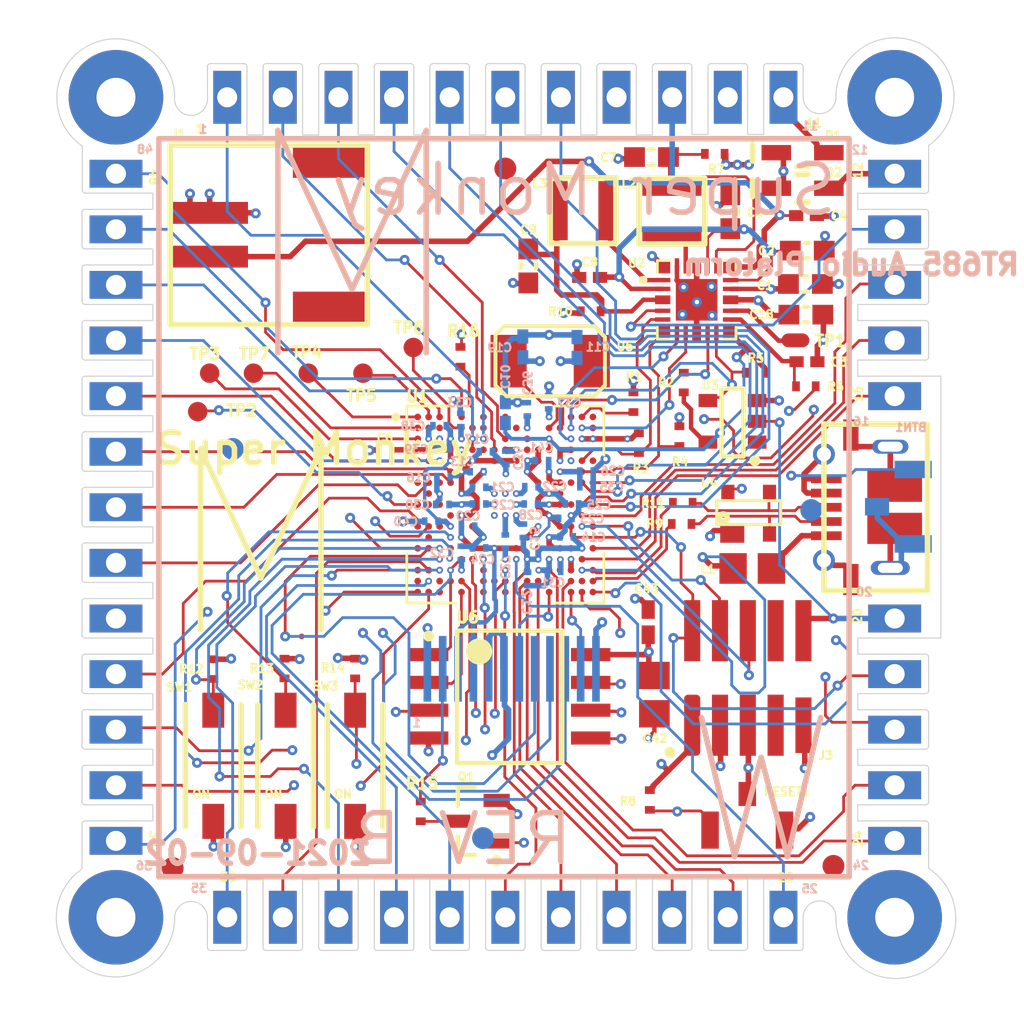
<source format=kicad_pcb>
(kicad_pcb (version 20211014) (generator pcbnew)
  (layers (0 "F.Cu" signal "Top Layer") (1 "In1.Cu" signal "GND") (2 "In2.Cu" signal "PWR") (31 "B.Cu" signal "Bottom Layer") (34 "B.Paste" user "Bottom Paste") (35 "F.Paste" user "Top Paste") (36 "B.SilkS" user "Bottom Overlay") (37 "F.SilkS" user "Top Overlay") (38 "B.Mask" user "Bottom Solder") (39 "F.Mask" user "Top Solder") (44 "Edge.Cuts" user))
  (property "ADDRESS1" "3 Minna Close")
  (property "ADDRESS2" "Belrose")
  (property "ADDRESS3" "NSW 2085")
  (property "ADDRESS4" "Australia")
  (property "CONFIGURATIONPARAMETERS" "")
  (property "CONFIGURATORNAME" "")
  (property "DOCUMENTNUMBER" "1")
  (property "ISUSERCONFIGURABLE" "")
  (property "ORGANIZATION" "Altium Limited")
  (property "PAGE_TITLE" "TOP LEVEL")
  (property "SHEETTOTAL" "1")
  (property "VERSIONCONTROL_PROJFOLDERREVNUMBER" "")
  (property "VERSIONCONTROL_REVNUMBER" "")
  (net 0 "")
  (net 1 "PIO0_11")
  (net 2 "NetTP3_1")
  (net 3 "NetTP5_1")
  (net 4 "PIO1_9")
  (net 5 "ADC0_1")
  (net 6 "NetR1_2")
  (net 7 "NetTP4_1")
  (net 8 "NetTP2_1")
  (net 9 "BTN")
  (net 10 "LCD_BL")
  (net 11 "NetQ1_3")
  (net 12 "ADC0_8")
  (net 13 "ADC0_0")
  (net 14 "PIO1_8")
  (net 15 "I3C0_SDA")
  (net 16 "NetR15_2")
  (net 17 "LCD_RST")
  (net 18 "LCD_CMD_DATA")
  (net 19 "SD_RESET_N")
  (net 20 "SD_DETECT_N")
  (net 21 "SD_D3")
  (net 22 "SD_D2")
  (net 23 "SD_D1")
  (net 24 "SD_D0")
  (net 25 "SD_CMD")
  (net 26 "SD_CLK")
  (net 27 "RST_3V3")
  (net 28 "NetJ2_1")
  (net 29 "NetC1_2")
  (net 30 "+5vUSB")
  (net 31 "SWIO")
  (net 32 "SWCLK")
  (net 33 "PDM_DATA67")
  (net 34 "PDM_DATA45")
  (net 35 "PDM_DATA23")
  (net 36 "PDM_DATA01")
  (net 37 "PDM_CLK67")
  (net 38 "PDM_CLK45")
  (net 39 "PDM_CLK23")
  (net 40 "PDM_CLK01")
  (net 41 "MCLK")
  (net 42 "ISP2")
  (net 43 "ISP1")
  (net 44 "I3C0_SCL")
  (net 45 "I3C0_PUR")
  (net 46 "HS_SPI_SSEL0")
  (net 47 "HS_SPI_SCK")
  (net 48 "HS_SPI_MOSI")
  (net 49 "HS_SPI_MISO")
  (net 50 "FC5_TXD")
  (net 51 "FC5_SSEL0")
  (net 52 "FC5_SCK")
  (net 53 "FC5_RXD")
  (net 54 "FC4_WS")
  (net 55 "FC4_SDA")
  (net 56 "FC4_CLK")
  (net 57 "FC3_WS")
  (net 58 "FC3_SDA")
  (net 59 "FC3_CLK")
  (net 60 "FC2_WS")
  (net 61 "FC2_SDA")
  (net 62 "FC2_CLK")
  (net 63 "DEBUG_TX_OUT")
  (net 64 "DEBUG_RX_IN")
  (net 65 "PMIC_ON")
  (net 66 "PMIC_SDA")
  (net 67 "PMIC_SCL")
  (net 68 "PMIC_RESETN")
  (net 69 "PMIC_MODE1")
  (net 70 "PMIC_MODE0")
  (net 71 "PMIC_INTB")
  (net 72 "+1v8_AO")
  (net 73 "NetC9_2")
  (net 74 "NetC7_2")
  (net 75 "NetL3_1")
  (net 76 "NetL2_1")
  (net 77 "TEMP_SENSE")
  (net 78 "NetC2_1")
  (net 79 "+VBATT")
  (net 80 "+VBATT_BU")
  (net 81 "QSPI_SCK")
  (net 82 "QSPI_CS")
  (net 83 "QSPI_D3")
  (net 84 "QSPI_D2")
  (net 85 "QSPI_D1")
  (net 86 "QSPI_D0")
  (net 87 "NetC11_2")
  (net 88 "NetC19_2")
  (net 89 "VDD_CORE")
  (net 90 "NetJ2_3")
  (net 91 "NetJ2_2")
  (net 92 "+1v8")
  (net 93 "+VIN")
  (net 94 "ISP0")
  (net 95 "SWO")
  (net 96 "DP_MCU")
  (net 97 "DM_MCU")
  (net 98 "GND")
  (net 99 "+3v3")
  (footprint "C:_Users_EliHughes_TZero Research and Development_Altium Resources - Documents_Libraries_Eli_DB_PCB_L_NRH3012.PcbLib_L_NRH3012" (layer "F.Cu") (at 152.0183 91.407737 180)
    (fp_text reference "L3")
    (fp_text value "2.2µH 1.5A" hide)
  )
  (footprint "C:_Users_EliHughes_TZero Research and Development_Altium Resources - Documents_Libraries_Eli_DB_PCB_C0805.PcbLib_C0805_1.45MM_MD" (layer "F.Cu") (at 155.275499 113.519537 90)
    (fp_text reference "C42")
    (fp_text value "4.7µF" hide)
  )
  (footprint "C:_Users_Eli Hughes_TZero Research and Development_Altium Resources - Documents_Libraries_Eli_DB_PCB_D_SOD-323.PcbLib_D_SOD-323_P" (layer "F.Cu") (at 162.043299 90.382738 180)
    (fp_text reference "D2")
    (fp_text value "BAT760-7" hide)
  )
  (footprint "eTestpoint.PcbLib:SMT_TP - 35" (layer "F.Cu") (at 144.2683 97.657737)
    (fp_text reference "TP6")
    (fp_text value "SMT_TEST" hide)
  )
  (footprint "C:_Users_EliHughes_TZero Research and Development_Altium Resources - Documents_Libraries_Eli_DB_Resistors - Panasonic - AEC-Q200.DbLib_1%$_R0402_0.40MM_HD" (layer "F.Cu") (at 154.5683 102.032738 90)
    (fp_text reference "R3")
    (fp_text value "2.2k" hide)
  )
  (footprint "RT_SUPER.PcbLib:SMT_TP - 35" (layer "F.Cu") (at 134.968298 98.832736)
    (fp_text reference "TP3")
    (fp_text value "SMT_TEST" hide)
  )
  (footprint "eElectroMechanical.PcbLib:OMRON_B3U-1100P" (layer "F.Cu") (at 159.5183 119.707736 180)
    (fp_text reference "RESET1")
    (fp_text value "B3U-1100P" hide)
  )
  (footprint "eConnector.pcblib:CASTELLATED" (layer "F.Cu") (at 151.008299 123.692237)
    (fp_text reference "P29" hide)
    (fp_text value "" hide)
  )
  (footprint "eConnector.pcblib:CASTELLATED" (layer "F.Cu") (at 140.848299 123.692237)
    (fp_text reference "P33" hide)
    (fp_text value "" hide)
  )
  (footprint "RT_SUPER.PcbLib:CASTELLATED" (layer "F.Cu") (at 166.197499 112.541637 90)
    (fp_text reference "P21" hide)
    (fp_text value "" hide)
  )
  (footprint "eConnector.pcblib:CASTELLATED" (layer "F.Cu") (at 130.688299 102.419737 90)
    (fp_text reference "P43" hide)
    (fp_text value "" hide)
  )
  (footprint "Resistors - Panasonic - AEC-Q200.DbLib:R0402_0.40MM_HD" (layer "F.Cu") (at 162.193298 99.432738)
    (fp_text reference "R6")
    (fp_text value "0" hide)
  )
  (footprint "eConnector.pcblib:CASTELLATED" (layer "F.Cu") (at 158.628299 123.692237)
    (fp_text reference "P26" hide)
    (fp_text value "" hide)
  )
  (footprint "Capacitors - Murata - AEC-Q200.DbLib:C0603_0.90MM_MD" (layer "F.Cu") (at 162.193298 96.157738 180)
    (fp_text reference "C18")
    (fp_text value "2.2µF" hide)
  )
  (footprint "eConnector.pcblib:CASTELLATED" (layer "F.Cu") (at 145.928299 123.692237)
    (fp_text reference "P31" hide)
    (fp_text value "" hide)
  )
  (footprint "eConnector.pcblib:CASTELLATED" (layer "F.Cu") (at 153.548299 123.692237)
    (fp_text reference "P28" hide)
    (fp_text value "" hide)
  )
  (footprint "eConnector.pcblib:CASTELLATED" (layer "F.Cu") (at 130.688299 115.119737 90)
    (fp_text reference "P38" hide)
    (fp_text value "" hide)
  )
  (footprint "" (layer "F.Cu") (at 166.248299 123.692237)
    (fp_text reference "")
    (fp_text value "")
  )
  (footprint "eConnector.pcblib:CASTELLATED" (layer "F.Cu") (at 130.688299 107.499737 90)
    (fp_text reference "P41" hide)
    (fp_text value "" hide)
  )
  (footprint "RT_SUPER.PcbLib:CASTELLATED" (layer "F.Cu") (at 166.222899 115.081637 90)
    (fp_text reference "P22" hide)
    (fp_text value "" hide)
  )
  (footprint "eConnector.pcblib:CASTELLATED" (layer "F.Cu") (at 156.088299 86.227237 180)
    (fp_text reference "P9" hide)
    (fp_text value "" hide)
  )
  (footprint "eElectroMechanical.PcbLib:CHS-01TA" (layer "F.Cu") (at 135.133299 114.738737)
    (fp_text reference "SW1")
    (fp_text value "CHS-01TA" hide)
  )
  (footprint "eConnector.pcblib:CASTELLATED" (layer "F.Cu") (at 143.388299 86.227237 180)
    (fp_text reference "P4" hide)
    (fp_text value "" hide)
  )
  (footprint "C0201.pcblib:C0201_PERFECT" (layer "F.Cu") (at 142.981899 102.343537)
    (fp_text reference "C6")
    (fp_text value "0.1uF 6v" hide)
  )
  (footprint "Resistors - Panasonic - AEC-Q200.DbLib:R0402_0.40MM_HD" (layer "F.Cu") (at 146.418298 98.082738 90)
    (fp_text reference "R16")
    (fp_text value "1k" hide)
  )
  (footprint "eElectroMechanical.PcbLib:CHS-01TA" (layer "F.Cu") (at 141.610299 114.738737)
    (fp_text reference "SW3")
    (fp_text value "CHS-01TA" hide)
  )
  (footprint "eConnector.pcblib:CASTELLATED" (layer "F.Cu") (at 130.688299 104.959737 90)
    (fp_text reference "P42" hide)
    (fp_text value "" hide)
  )
  (footprint "Capacitors - Murata - AEC-Q200.DbLib:C0603_0.90MM_MD" (layer "F.Cu") (at 162.171901 94.756537 180)
    (fp_text reference "C1")
    (fp_text value "2.2µF" hide)
  )
  (footprint "" (layer "F.Cu") (at 166.248299 86.227237)
    (fp_text reference "")
    (fp_text value "")
  )
  (footprint "Resistors - Panasonic - AEC-Q200.DbLib:R0402_0.40MM_HD" (layer "F.Cu") (at 155.068299 118.332738 90)
    (fp_text reference "R8")
    (fp_text value "100k" hide)
  )
  (footprint "eConnector.pcblib:CASTELLATED" (layer "F.Cu") (at 161.168299 86.227237 180)
    (fp_text reference "P11" hide)
    (fp_text value "" hide)
  )
  (footprint "Resistors - Panasonic - AEC-Q200.DbLib:R0402_0.40MM_HD" (layer "F.Cu") (at 135.133299 112.351137 90)
    (fp_text reference "R12")
    (fp_text value "100k" hide)
  )
  (footprint "" (layer "F.Cu") (at 130.688299 86.227237)
    (fp_text reference "")
    (fp_text value "")
  )
  (footprint "eConnector.pcblib:CASTELLATED" (layer "F.Cu") (at 140.848299 86.227237 180)
    (fp_text reference "P3" hide)
    (fp_text value "" hide)
  )
  (footprint "eConnector_USB.pcblib:10103594-0001LF" (layer "F.Cu") (at 164.633301 104.959737 180)
    (fp_text reference "J2" hide)
    (fp_text value "10103594-0001LF" hide)
  )
  (footprint "eConnector.pcblib:CASTELLATED" (layer "F.Cu") (at 130.688299 94.799737 90)
    (fp_text reference "P46" hide)
    (fp_text value "" hide)
  )
  (footprint "Capacitors - TDK- AEC-Q200.DbLib:C0805_1.45MM_MD" (layer "F.Cu") (at 159.745899 107.753737 180)
    (fp_text reference "L1")
    (fp_text value "CBC2012T4R7M" hide)
  )
  (footprint "eConnector.pcblib:CASTELLATED" (layer "F.Cu") (at 135.768299 123.692237)
    (fp_text reference "P35" hide)
    (fp_text value "" hide)
  )
  (footprint "Capacitors - Murata - AEC-Q200.DbLib:C0603_0.90MM_MD" (layer "F.Cu") (at 155.1433 88.957737)
    (fp_text reference "C7")
    (fp_text value "10µF" hide)
  )
  (footprint "eIC_Package.pcblib:VFBGA176" (layer "F.Cu") (at 148.468299 104.832737)
    (fp_text reference "U1")
    (fp_text value "MIMXRT685SFVKB" hide)
  )
  (footprint "C:_Users_EliHughes_TZero Research and Development_Altium Resources - Documents_Libraries_Eli_DB_Resistors - Panasonic - AEC-Q200.DbLib_1%$_R0402_0.40MM_HD" (layer "F.Cu") (at 159.898299 98.812937)
    (fp_text reference "R5")
    (fp_text value "20k" hide)
  )
  (footprint "eIC_Package.pcblib:SOT143B" (layer "F.Cu") (at 158.831499 106.178937)
    (fp_text reference "U4")
    (fp_text value "PRTR5V0U2X,215" hide)
  )
  (footprint "C:_Users_EliHughes_TZero Research and Development_Altium Resources - Documents_Libraries_Eli_DB_Resistors - Panasonic - AEC-Q200.DbLib_1%$_R0402_0.40MM_HD" (layer "F.Cu") (at 156.618298 99.257737 -90)
    (fp_text reference "R2")
    (fp_text value "20k" hide)
  )
  (footprint "C:_Users_EliHughes_TZero Research and Development_Altium Resources - Documents_Libraries_Eli_DB_PCB_C0402.PcbLib_C0402_0.55MM_MD" (layer "F.Cu") (at 154.9933 110.207738 90)
    (fp_text reference "C43")
    (fp_text value "0.1µF" hide)
  )
  (footprint "eIC_Package.pcblib:SOT-23" (layer "F.Cu") (at 147.172899 119.301702 180)
    (fp_text reference "Q1")
    (fp_text value "ZXMN3A01FTA" hide)
  )
  (footprint "eConnector.pcblib:CASTELLATED" (layer "F.Cu") (at 130.688299 112.579737 90)
    (fp_text reference "P39" hide)
    (fp_text value "" hide)
  )
  (footprint "eTestpoint.PcbLib:SMT_TP - 35" (layer "F.Cu") (at 139.468299 98.832736)
    (fp_text reference "TP4")
    (fp_text value "SMT_TEST" hide)
  )
  (footprint "eConnector.pcblib:CASTELLATED" (layer "F.Cu") (at 148.468299 123.692237)
    (fp_text reference "P30" hide)
    (fp_text value "" hide)
  )
  (footprint "RT_SUPER.PcbLib:SOIC127P830X200-8L" (layer "F.Cu") (at 148.668299 113.595737)
    (fp_text reference "U6")
    (fp_text value "W25Q64JVSIM" hide)
  )
  (footprint "RT_SUPER.PcbLib:CASTELLATED" (layer "F.Cu") (at 166.299099 117.621637 90)
    (fp_text reference "P23" hide)
    (fp_text value "" hide)
  )
  (footprint "eConnector.pcblib:CASTELLATED" (layer "F.Cu") (at 148.468299 86.227237 180)
    (fp_text reference "P6" hide)
    (fp_text value "" hide)
  )
  (footprint "Capacitors - Murata - AEC-Q200.DbLib:C0402_0.55MM_HD" (layer "F.Cu") (at 162.243298 98.307736 180)
    (fp_text reference "C3")
    (fp_text value "0.47µF" hide)
  )
  (footprint "Resistors - Panasonic - AEC-Q200.DbLib:R0402_0.40MM_HD" (layer "F.Cu") (at 152.368299 96.007738 180)
    (fp_text reference "R10")
    (fp_text value "0" hide)
  )
  (footprint "eConnector.pcblib:CASTELLATED" (layer "F.Cu") (at 161.168299 123.692237 180)
    (fp_text reference "P25" hide)
    (fp_text value "" hide)
  )
  (footprint "eConnector.pcblib:CASTELLATED" (layer "F.Cu") (at 153.548299 86.227237 180)
    (fp_text reference "P8" hide)
    (fp_text value "" hide)
  )
  (footprint "eConnector.pcblib:CASTELLATED" (layer "F.Cu") (at 151.008299 86.227237 180)
    (fp_text reference "P7" hide)
    (fp_text value "" hide)
  )
  (footprint "Capacitors - Murata - AEC-Q200.DbLib:C0603_1.00MM_MD" (layer "F.Cu") (at 162.258503 93.232537)
    (fp_text reference "C2")
    (fp_text value "4.7µF" hide)
  )
  (footprint "RT_SUPER.PcbLib:CASTELLATED" (layer "F.Cu") (at 166.248299 94.799737 90)
    (fp_text reference "P14" hide)
    (fp_text value "" hide)
  )
  (footprint "eConnector.pcblib:CASTELLATED" (layer "F.Cu") (at 138.308299 86.227237 180)
    (fp_text reference "P2" hide)
    (fp_text value "" hide)
  )
  (footprint "eIC_Package.pcblib:PCA9420" (layer "F.Cu") (at 157.206201 95.480437)
    (fp_text reference "U2")
    (fp_text value "PCA9420BSAZ" hide)
  )
  (footprint "Capacitors - Murata - AEC-Q200.DbLib:C0603_0.90MM_MD" (layer "F.Cu") (at 149.5183 93.932736 90)
    (fp_text reference "C9")
    (fp_text value "10µF" hide)
  )
  (footprint "RT_SUPER.PcbLib:CASTELLATED" (layer "F.Cu") (at 130.688299 89.884837 90)
    (fp_text reference "P48" hide)
    (fp_text value "" hide)
  )
  (footprint "Capacitors - Murata - AEC-Q200.DbLib:C0402_0.55MM_HD" (layer "F.Cu") (at 152.318299 94.457736 180)
    (fp_text reference "C8")
    (fp_text value "1µF" hide)
  )
  (footprint "eCrystal.PcbLib:ABM3" (layer "F.Cu") (at 150.518298 98.282737)
    (fp_text reference "U5")
    (fp_text value "24MHz" hide)
  )
  (footprint "RT_SUPER.PcbLib:CASTELLATED" (layer "F.Cu") (at 130.688299 120.199737 90)
    (fp_text reference "P36" hide)
    (fp_text value "" hide)
  )
  (footprint "Capacitors - Murata - AEC-Q200.DbLib:C0402_0.55MM_HD" (layer "F.Cu") (at 162.222701 91.632337 180)
    (fp_text reference "C4")
    (fp_text value "1µF" hide)
  )
  (footprint "eConnector.pcblib:CASTELLATED" (layer "F.Cu") (at 156.088299 123.692237)
    (fp_text reference "P27" hide)
    (fp_text value "" hide)
  )
  (footprint "Resistors - Panasonic - AEC-Q200.DbLib:R0402_0.40MM_HD" (layer "F.Cu") (at 156.520099 105.721737 180)
    (fp_text reference "R9")
    (fp_text value "33" hide)
  )
  (footprint "C:_Users_EliHughes_TZero Research and Development_Altium Resources - Documents_Libraries_Eli_DB_PCB_L_NRH3012.PcbLib_L_NRH3012" (layer "F.Cu") (at 156.075901 91.429137 90)
    (fp_text reference "L2")
    (fp_text value "2.2µH 1.5A" hide)
  )
  (footprint "RT_SUPER.PcbLib:SMT_TP - 35" (layer "F.Cu") (at 141.968299 98.832736)
    (fp_text reference "TP5")
    (fp_text value "SMT_TEST" hide)
  )
  (footprint "eFiducial.PcbLib:Fiducial 1mm - 2mm" (layer "F.Cu") (at 133.279099 121.444337)
    (fp_text reference "F2" hide)
    (fp_text value "PCB Fiducial" hide)
  )
  (footprint "eConnector.pcblib:CASTELLATED" (layer "F.Cu") (at 158.628299 86.227237 180)
    (fp_text reference "P10" hide)
    (fp_text value "" hide)
  )
  (footprint "eConnector.pcblib:CASTELLATED" (layer "F.Cu") (at 143.388299 123.692237)
    (fp_text reference "P32" hide)
    (fp_text value "" hide)
  )
  (footprint "RT_SUPER.PcbLib:CASTELLATED" (layer "F.Cu") (at 166.197499 97.301637 90)
    (fp_text reference "P15" hide)
    (fp_text value "" hide)
  )
  (footprint "Resistors - Panasonic - AEC-Q200.DbLib:R0402_0.40MM_HD" (layer "F.Cu") (at 141.610299 112.325737 90)
    (fp_text reference "R14")
    (fp_text value "100k" hide)
  )
  (footprint "eConnector_Debug.PcbLib:FTSH-105-01-F-DV-K-A" (layer "F.Cu") (at 159.542698 112.757537)
    (fp_text reference "J3")
    (fp_text value "FTSH-105-01-F-DV" hide)
  )
  (footprint "Resistors - Panasonic - AEC-Q200.DbLib:R0402_0.40MM_HD" (layer "F.Cu") (at 156.570899 104.756537 180)
    (fp_text reference "R11")
    (fp_text value "33" hide)
  )
  (footprint "eTestpoint.PcbLib:SMT_TP - 25 x 50" (layer "F.Cu") (at 161.718298 97.332737 90)
    (fp_text reference "TP1")
    (fp_text value "SMT_TEST" hide)
  )
  (footprint "RT_SUPER.PcbLib:CASTELLATED" (layer "F.Cu") (at 166.248299 120.199737 90)
    (fp_text reference "P24" hide)
    (fp_text value "" hide)
  )
  (footprint "eConnector.pcblib:CASTELLATED" (layer "F.Cu") (at 138.308299 123.692237)
    (fp_text reference "P34" hide)
    (fp_text value "" hide)
  )
  (footprint "C:_Users_EliHughes_TZero Research and Development_Altium Resources - Documents_Libraries_Eli_DB_Resistors - Panasonic - AEC-Q200.DbLib_1%$_R0402_0.40MM_HD" (layer "F.Cu") (at 156.418298 101.707737 90)
    (fp_text reference "R4")
    (fp_text value "2.2k" hide)
  )
  (footprint "Resistors - Panasonic - AEC-Q200.DbLib:R0402_0.40MM_HD" (layer "F.Cu") (at 154.3183 100.157737 -90)
    (fp_text reference "R1")
    (fp_text value "10k" hide)
  )
  (footprint "eConnector.pcblib:CASTELLATED" (layer "F.Cu") (at 130.586698 91.256437 90)
    (fp_text reference "P47" hide)
    (fp_text value "" hide)
  )
  (footprint "eFiducial.PcbLib:Fiducial 1mm - 2mm" (layer "F.Cu") (at 163.454299 121.342737)
    (fp_text reference "F3" hide)
    (fp_text value "PCB Fiducial" hide)
  )
  (footprint "C:_Users_EliHughes_TZero Research and Development_Altium Resources - Documents_Libraries_Eli_DB_PCB_D_SOD-323.PcbLib_D_SOD-323_P" (layer "F.Cu") (at 162.043299 88.757737 180)
    (fp_text reference "D1")
    (fp_text value "BAT760-7" hide)
  )
  (footprint "eIC_Package.pcblib:SOT23-5" (layer "F.Cu") (at 158.8433 101.032737 180)
    (fp_text reference "U3")
    (fp_text value "SN74AUC1G07DBVR" hide)
  )
  (footprint "" (layer "F.Cu") (at 130.688299 123.692237)
    (fp_text reference "")
    (fp_text value "")
  )
  (footprint "eConnector.pcblib:CASTELLATED" (layer "F.Cu") (at 130.688299 97.339737 90)
    (fp_text reference "P45" hide)
    (fp_text value "" hide)
  )
  (footprint "Resistors - Panasonic - AEC-Q200.DbLib:R0402_0.40MM_HD" (layer "F.Cu") (at 144.607499 118.853537 90)
    (fp_text reference "R15")
    (fp_text value "33" hide)
  )
  (footprint "Capacitors - Murata - AEC-Q200.DbLib:C0603_0.90MM_MD" (layer "F.Cu") (at 158.742901 91.454537 90)
    (fp_text reference "C5")
    (fp_text value "2.2µF" hide)
  )
  (footprint "RT_SUPER.PcbLib:CASTELLATED" (layer "F.Cu") (at 166.248299 89.592737 90)
    (fp_text reference "P12" hide)
    (fp_text value "" hide)
  )
  (footprint "eConnector.pcblib:CASTELLATED" (layer "F.Cu") (at 168.483499 90.596037 90)
    (fp_text reference "P13" hide)
    (fp_text value "" hide)
  )
  (footprint "eConnector.pcblib:CASTELLATED" (layer "F.Cu") (at 130.688299 110.039737 90)
    (fp_text reference "P40" hide)
    (fp_text value "" hide)
  )
  (footprint "RT_SUPER.PcbLib:SMT_TP - 35" (layer "F.Cu") (at 136.968299 98.832736)
    (fp_text reference "TP7")
    (fp_text value "SMT_TEST" hide)
  )
  (footprint "eConnector.pcblib:CASTELLATED" (layer "F.Cu") (at 130.688299 99.879737 90)
    (fp_text reference "P44" hide)
    (fp_text value "" hide)
  )
  (footprint "eConnector_JST_PH.PcbLib:S2B-PH-SM4-TB(LF)(SN)" (layer "F.Cu") (at 137.7183 92.507738 -90)
    (fp_text reference "J1")
    (fp_text value "S2B-PH-SM4-TB(LF)(SN)" hide)
  )
  (footprint "eConnector.pcblib:CASTELLATED" (layer "F.Cu") (at 145.928299 86.227237 180)
    (fp_text reference "P5" hide)
    (fp_text value "" hide)
  )
  (footprint "RT_SUPER.PcbLib:CASTELLATED" (layer "F.Cu") (at 166.248299 99.781637 90)
    (fp_text reference "P16" hide)
    (fp_text value "" hide)
  )
  (footprint "eElectroMechanical.PcbLib:CHS-01TA" (layer "F.Cu") (at 138.435299 114.738737)
    (fp_text reference "SW2")
    (fp_text value "CHS-01TA" hide)
  )
  (footprint "eConnector.pcblib:CASTELLATED" (layer "F.Cu") (at 130.688299 117.659737 90)
    (fp_text reference "P37" hide)
    (fp_text value "" hide)
  )
  (footprint "eFiducial.PcbLib:Fiducial 1mm - 2mm" (layer "F.Cu") (at 148.468299 89.482737)
    (fp_text reference "F1" hide)
    (fp_text value "PCB Fiducial" hide)
  )
  (footprint "Resistors - Panasonic - AEC-Q200.DbLib:R0402_0.40MM_HD" (layer "F.Cu") (at 138.384499 112.325737 90)
    (fp_text reference "R13")
    (fp_text value "100k" hide)
  )
  (footprint "eConnector.pcblib:CASTELLATED" (layer "F.Cu") (at 135.768299 86.227237)
    (fp_text reference "P1" hide)
    (fp_text value "" hide)
  )
  (footprint "Resistors - Panasonic - AEC-Q200.DbLib:R0402_0.40MM_HD" (layer "F.Cu") (at 158.031701 88.812937)
    (fp_text reference "R7")
    (fp_text value "0" hide)
  )
  (footprint "eTestpoint.PcbLib:SMT_TP - 35" (layer "F.Cu") (at 134.422099 100.590937 90)
    (fp_text reference "TP2")
    (fp_text value "SMT_TEST" hide)
  )
  (footprint "RT_SUPER.PcbLib:CASTELLATED" (layer "F.Cu") (at 166.248299 110.128637 90)
    (fp_text reference "P20" hide)
    (fp_text value "" hide)
  )
  (footprint "C0201.pcblib:C0201_PERFECT" (layer "B.Cu") (at 146.461698 107.042537 -90)
    (fp_text reference "C32")
    (fp_text value "0.1uF 6v" hide)
  )
  (footprint "RT_SUPER.PcbLib:C0201_PERFECT" (layer "B.Cu") (at 150.449499 100.157737 -90)
    (fp_text reference "C37")
    (fp_text value "0.1uF 6v" hide)
  )
  (footprint "C0201.pcblib:C0201_PERFECT" (layer "B.Cu") (at 149.484299 108.236337 90)
    (fp_text reference "C12")
    (fp_text value "0.1uF 6v" hide)
  )
  (footprint "RT_SUPER.PcbLib:C0201_PERFECT" (layer "B.Cu") (at 145.6085 102.292737)
    (fp_text reference "C39")
    (fp_text value "0.1uF 6v" hide)
  )
  (footprint "eFiducial.PcbLib:Fiducial 1mm - 2mm" (layer "B.Cu") (at 162.438299 105.086737 180)
    (fp_text reference "F6" hide)
    (fp_text value "PCB Fiducial" hide)
  )
  (footprint "C0201.pcblib:C0201_PERFECT" (layer "B.Cu") (at 151.268299 106.307738)
    (fp_text reference "C14")
    (fp_text value "0.1uF 6v" hide)
  )
  (footprint "Capacitors - TDK- AEC-Q200.DbLib:C0402_0.55MM_HD" (layer "B.Cu") (at 149.2683 97.632736 -90)
    (fp_text reference "C19")
    (fp_text value "18pF" hide)
  )
  (footprint "C0201.pcblib:C0201_PERFECT" (layer "B.Cu") (at 147.172899 103.334137 180)
    (fp_text reference "C13")
    (fp_text value "0.1uF 6v" hide)
  )
  (footprint "C0201.pcblib:C0201_PERFECT" (layer "B.Cu") (at 146.766499 105.823337 180)
    (fp_text reference "C20")
    (fp_text value "0.1uF 6v" hide)
  )
  (footprint "C0201.pcblib:C0201_PERFECT" (layer "B.Cu") (at 151.208499 105.467737 180)
    (fp_text reference "C23")
    (fp_text value "0.1uF 6v" hide)
  )
  (footprint "C0201.pcblib:C0201_PERFECT" (layer "B.Cu") (at 152.176698 103.308737 180)
    (fp_text reference "C26")
    (fp_text value "0.1uF 6v" hide)
  )
  (footprint "C0201.pcblib:C0201_PERFECT" (layer "B.Cu") (at 149.636698 104.807337)
    (fp_text reference "C28")
    (fp_text value "0.1uF 6v" hide)
  )
  (footprint "eDisplay.PcbLib:ER-TFT1.54-1" (layer "B.Cu") (at 148.758502 112.33844 180)
    (fp_text reference "U7" hide)
    (fp_text value "ER-TFT1.54-1" hide)
  )
  (footprint "eElectroMechanical.PcbLib:OMRON_B3U-1100P" (layer "B.Cu") (at 167.093299 104.932737 90)
    (fp_text reference "BTN1")
    (fp_text value "B3U-1100P" hide)
  )
  (footprint "C0201.pcblib:C0201_PERFECT" (layer "B.Cu") (at 147.274499 106.813937)
    (fp_text reference "C24")
    (fp_text value "0.1uF 6v" hide)
  )
  (footprint "C0201.pcblib:C0201_PERFECT" (layer "B.Cu") (at 148.493698 102.699137 90)
    (fp_text reference "C34")
    (fp_text value "0.1uF 6v" hide)
  )
  (footprint "C0201.pcblib:C0201_PERFECT" (layer "B.Cu") (at 149.293299 106.032737 -90)
    (fp_text reference "C15")
    (fp_text value "0.1uF 6v" hide)
  )
  (footprint "C0201.pcblib:C0201_PERFECT" (layer "B.Cu") (at 149.473298 100.484737 -90)
    (fp_text reference "C36")
    (fp_text value "0.1uF 6v" hide)
  )
  (footprint "eFiducial.PcbLib:Fiducial 1mm - 2mm" (layer "B.Cu") (at 147.452299 120.072737 180)
    (fp_text reference "F4" hide)
    (fp_text value "PCB Fiducial" hide)
  )
  (footprint "C0201.pcblib:C0201_PERFECT" (layer "B.Cu") (at 149.662099 104.019937)
    (fp_text reference "C22")
    (fp_text value "0.1uF 6v" hide)
  )
  (footprint "RT_SUPER.PcbLib:C0201_PERFECT" (layer "B.Cu") (at 150.144698 102.826137)
    (fp_text reference "C41")
    (fp_text value "0.1uF 6v" hide)
  )
  (footprint "RT_SUPER.PcbLib:C0201_PERFECT" (layer "B.Cu") (at 145.090099 105.594737)
    (fp_text reference "C40")
    (fp_text value "0.1uF 6v" hide)
  )
  (footprint "RT_SUPER.PcbLib:C0201_PERFECT" (layer "B.Cu") (at 147.579299 102.419737 180)
    (fp_text reference "C17")
    (fp_text value "0.1uF 6v" hide)
  )
  (footprint "C0201.pcblib:C0201_PERFECT" (layer "B.Cu") (at 150.693299 107.882736)
    (fp_text reference "C31")
    (fp_text value "0.1uF 6v" hide)
  )
  (footprint "Capacitors - TDK- AEC-Q200.DbLib:C0402_0.55MM_HD" (layer "B.Cu") (at 151.743299 97.657737 -90)
    (fp_text reference "C11")
    (fp_text value "18pF" hide)
  )
  (footprint "Capacitors - Murata - AEC-Q200.DbLib:C0402_0.55MM_HD" (layer "B.Cu") (at 148.468299 100.632738 -90)
    (fp_text reference "C10")
    (fp_text value "1µF" hide)
  )
  (footprint "C0201.pcblib:C0201_PERFECT" (layer "B.Cu") (at 148.468299 106.527938 -90)
    (fp_text reference "C27")
    (fp_text value "0.1uF 6v" hide)
  )
  (footprint "C0201.pcblib:C0201_PERFECT" (layer "B.Cu") (at 147.274499 104.045337 180)
    (fp_text reference "C21")
    (fp_text value "0.1uF 6v" hide)
  )
  (footprint "C0201.pcblib:C0201_PERFECT" (layer "B.Cu") (at 152.176698 104.019937 180)
    (fp_text reference "C35")
    (fp_text value "0.1uF 6v" hide)
  )
  (footprint "eFiducial.PcbLib:Fiducial 1mm - 2mm" (layer "B.Cu") (at 136.022299 102.292737 180)
    (fp_text reference "F5" hide)
    (fp_text value "PCB Fiducial" hide)
  )
  (footprint "RT_SUPER.PcbLib:C0201_PERFECT" (layer "B.Cu") (at 145.4683 101.232737)
    (fp_text reference "C38")
    (fp_text value "0.1uF 6v" hide)
  )
  (footprint "C0201.pcblib:C0201_PERFECT" (layer "B.Cu") (at 145.593299 104.832737)
    (fp_text reference "C30")
    (fp_text value "0.1uF 6v" hide)
  )
  (footprint "C0201.pcblib:C0201_PERFECT" (layer "B.Cu") (at 151.513299 104.807337 180)
    (fp_text reference "C25")
    (fp_text value "0.1uF 6v" hide)
  )
  (footprint "RT_SUPER.PcbLib:C0201_PERFECT" (layer "B.Cu") (at 145.648899 103.562737)
    (fp_text reference "C16")
    (fp_text value "0.1uF 6v" hide)
  )
  (footprint "C0201.pcblib:C0201_PERFECT" (layer "B.Cu") (at 147.274499 104.807337 180)
    (fp_text reference "C29")
    (fp_text value "0.1uF 6v" hide)
  )
  (footprint "C0201.pcblib:C0201_PERFECT" (layer "B.Cu") (at 146.436299 100.971937 -90)
    (fp_text reference "C33")
    (fp_text value "0.1uF 6v" hide)
  )
  (gr_line (start 164.562725 91.348621) (end 167.658266 91.348621) (layer "Edge.Cuts") (width 0.05))
  (gr_line (start 147.706299 84.689775) (end 149.230299 84.689775) (layer "Edge.Cuts") (width 0.05))
  (gr_arc (start 162.070761 125.066235) (mid 162.029621 125.165557) (end 161.930299 125.206697) (layer "Edge.Cuts") (width 0.05))
  (gr_line (start 157.725837 87.925778) (end 157.725837 84.830237) (layer "Edge.Cuts") (width 0.05))
  (gr_line (start 164.562725 98.233545) (end 164.562725 98.968621) (layer "Edge.Cuts") (width 0.05))
  (gr_line (start 160.265837 125.066235) (end 160.265837 121.948695) (layer "Edge.Cuts") (width 0.05))
  (gr_line (start 155.185837 87.947777) (end 155.185837 84.830237) (layer "Edge.Cuts") (width 0.05))
  (gr_arc (start 129.278592 93.153545) (mid 129.17927 93.112405) (end 129.13813 93.013083) (layer "Edge.Cuts") (width 0.05))
  (gr_line (start 132.374133 105.853545) (end 129.278592 105.853545) (layer "Edge.Cuts") (width 0.05))
  (gr_line (start 159.530761 84.830237) (end 159.530761 87.925778) (layer "Edge.Cuts") (width 0.05))
  (gr_line (start 135.006299 84.689775) (end 136.530299 84.689775) (layer "Edge.Cuts") (width 0.05))
  (gr_line (start 132.374133 96.428621) (end 132.374133 95.693545) (layer "Edge.Cuts") (width 0.05))
  (gr_line (start 156.990761 121.948695) (end 156.990761 125.066235) (layer "Edge.Cuts") (width 0.05))
  (gr_arc (start 150.246299 125.206697) (mid 150.146977 125.165557) (end 150.105837 125.066235) (layer "Edge.Cuts") (width 0.05))
  (gr_line (start 132.374133 116.013545) (end 129.278592 116.013545) (layer "Edge.Cuts") (width 0.05))
  (gr_line (start 139.210761 121.970694) (end 139.210761 125.066235) (layer "Edge.Cuts") (width 0.05))
  (gr_arc (start 139.210761 125.066235) (mid 139.169621 125.165557) (end 139.070299 125.206697) (layer "Edge.Cuts") (width 0.05))
  (gr_arc (start 155.185837 84.830237) (mid 155.226977 84.730915) (end 155.326299 84.689775) (layer "Edge.Cuts") (width 0.05))
  (gr_line (start 132.374133 103.313545) (end 129.278592 103.313545) (layer "Edge.Cuts") (width 0.05))
  (gr_arc (start 159.530761 125.066235) (mid 159.489621 125.165557) (end 159.390299 125.206697) (layer "Edge.Cuts") (width 0.05))
  (gr_arc (start 129.154241 88.4619) (mid 129.423941 83.867078) (end 133.368235 86.239348) (layer "Edge.Cuts") (width 0.05))
  (gr_line (start 164.562725 116.748621) (end 167.658266 116.748621) (layer "Edge.Cuts") (width 0.05))
  (gr_line (start 129.13813 110.793083) (end 129.13813 109.269083) (layer "Edge.Cuts") (width 0.05))
  (gr_line (start 149.370761 84.830237) (end 149.370761 87.947777) (layer "Edge.Cuts") (width 0.05))
  (gr_arc (start 156.990761 125.066235) (mid 156.949621 125.165557) (end 156.850299 125.206697) (layer "Edge.Cuts") (width 0.05))
  (gr_line (start 154.310299 125.206697) (end 152.786299 125.206697) (layer "Edge.Cuts") (width 0.05))
  (gr_arc (start 159.390299 84.689775) (mid 159.489621 84.730915) (end 159.530761 84.830237) (layer "Edge.Cuts") (width 0.05))
  (gr_line (start 167.798728 88.431198) (end 167.798728 90.473083) (layer "Edge.Cuts") (width 0.05))
  (gr_line (start 132.374133 111.668621) (end 132.374133 110.933545) (layer "Edge.Cuts") (width 0.05))
  (gr_line (start 142.485837 87.947777) (end 142.485837 84.830237) (layer "Edge.Cuts") (width 0.05))
  (gr_line (start 132.374133 116.748621) (end 132.374133 116.013545) (layer "Edge.Cuts") (width 0.05))
  (gr_line (start 156.990761 87.925778) (end 157.725837 87.925778) (layer "Edge.Cuts") (width 0.05))
  (gr_line (start 167.798728 96.569083) (end 167.798728 98.093083) (layer "Edge.Cuts") (width 0.05))
  (gr_line (start 157.866299 84.689775) (end 159.390299 84.689775) (layer "Edge.Cuts") (width 0.05))
  (gr_arc (start 133.368666 123.687071) (mid 134.119739 122.968154) (end 134.865833 123.692238) (layer "Edge.Cuts") (width 0.05))
  (gr_arc (start 167.658266 114.208621) (mid 167.757588 114.249761) (end 167.798728 114.349083) (layer "Edge.Cuts") (width 0.05))
  (gr_line (start 157.725837 125.066235) (end 157.725837 121.948695) (layer "Edge.Cuts") (width 0.05))
  (gr_line (start 164.562725 93.888621) (end 167.658266 93.888621) (layer "Edge.Cuts") (width 0.05))
  (gr_arc (start 129.13813 106.729083) (mid 129.17927 106.629761) (end 129.278592 106.588621) (layer "Edge.Cuts") (width 0.05))
  (gr_line (start 149.370761 121.948695) (end 149.370761 125.066235) (layer "Edge.Cuts") (width 0.05))
  (gr_line (start 129.278592 98.968621) (end 132.374133 98.968621) (layer "Edge.Cuts") (width 0.05))
  (gr_arc (start 150.105837 84.830237) (mid 150.146977 84.730915) (end 150.246299 84.689775) (layer "Edge.Cuts") (width 0.05))
  (gr_arc (start 129.278592 116.013545) (mid 129.17927 115.972405) (end 129.13813 115.873083) (layer "Edge.Cuts") (width 0.05))
  (gr_line (start 146.830761 121.948695) (end 146.830761 125.066235) (layer "Edge.Cuts") (width 0.05))
  (gr_line (start 164.562725 95.693545) (end 164.562725 96.428621) (layer "Edge.Cuts") (width 0.05))
  (gr_line (start 129.154241 90.463716) (end 129.154241 88.4619) (layer "Edge.Cuts") (width 0.05))
  (gr_line (start 141.750761 84.830237) (end 141.750761 87.947777) (layer "Edge.Cuts") (width 0.05))
  (gr_line (start 132.374133 90.604178) (end 129.294703 90.604178) (layer "Edge.Cuts") (width 0.05))
  (gr_arc (start 151.910761 125.066235) (mid 151.869621 125.165557) (end 151.770299 125.206697) (layer "Edge.Cuts") (width 0.05))
  (gr_arc (start 129.278592 95.693545) (mid 129.17927 95.652405) (end 129.13813 95.553083) (layer "Edge.Cuts") (width 0.05))
  (gr_arc (start 142.626299 125.206697) (mid 142.526977 125.165557) (end 142.485837 125.066235) (layer "Edge.Cuts") (width 0.05))
  (gr_arc (start 129.13813 114.349083) (mid 129.17927 114.249761) (end 129.278592 114.208621) (layer "Edge.Cuts") (width 0.05))
  (gr_arc (start 167.658266 119.288621) (mid 167.757588 119.329761) (end 167.798728 119.429083) (layer "Edge.Cuts") (width 0.05))
  (gr_line (start 134.865837 125.066235) (end 134.865833 123.692238) (layer "Edge.Cuts") (width 0.05))
  (gr_line (start 159.530761 87.925778) (end 160.265837 87.925778) (layer "Edge.Cuts") (width 0.05))
  (gr_arc (start 129.13813 109.269083) (mid 129.17927 109.169761) (end 129.278592 109.128621) (layer "Edge.Cuts") (width 0.05))
  (gr_line (start 154.450761 84.830237) (end 154.450761 87.947777) (layer "Edge.Cuts") (width 0.05))
  (gr_line (start 139.210761 84.830237) (end 139.210761 87.947777) (layer "Edge.Cuts") (width 0.05))
  (gr_arc (start 167.658266 116.748621) (mid 167.757588 116.789761) (end 167.798728 116.889083) (layer "Edge.Cuts") (width 0.05))
  (gr_arc (start 145.025837 84.830237) (mid 145.066977 84.730915) (end 145.166299 84.689775) (layer "Edge.Cuts") (width 0.05))
  (gr_line (start 167.798728 111.809083) (end 167.798728 113.333083) (layer "Edge.Cuts") (width 0.05))
  (gr_arc (start 152.645837 84.830237) (mid 152.686977 84.730915) (end 152.786299 84.689775) (layer "Edge.Cuts") (width 0.05))
  (gr_line (start 149.230299 125.206697) (end 147.706299 125.206697) (layer "Edge.Cuts") (width 0.05))
  (gr_line (start 146.690299 125.206697) (end 145.166299 125.206697) (layer "Edge.Cuts") (width 0.05))
  (gr_arc (start 167.798728 93.013083) (mid 167.757588 93.112405) (end 167.658266 93.153545) (layer "Edge.Cuts") (width 0.05))
  (gr_arc (start 163.567837 86.227237) (mid 166.257855 83.525486) (end 168.958133 86.216983) (layer "Edge.Cuts") (width 0.05))
  (gr_line (start 167.658266 90.613545) (end 164.562725 90.613545) (layer "Edge.Cuts") (width 0.05))
  (gr_arc (start 129.13813 99.109083) (mid 129.17927 99.009761) (end 129.278592 98.968621) (layer "Edge.Cuts") (width 0.05))
  (gr_line (start 152.645837 125.066235) (end 152.645837 121.948695) (layer "Edge.Cuts") (width 0.05))
  (gr_line (start 154.450761 121.948695) (end 154.450761 125.066235) (layer "Edge.Cuts") (width 0.05))
  (gr_line (start 159.530761 121.948695) (end 159.530761 125.066235) (layer "Edge.Cuts") (width 0.05))
  (gr_line (start 144.290761 84.830237) (end 144.290761 87.947777) (layer "Edge.Cuts") (width 0.05))
  (gr_line (start 137.405837 87.947777) (end 137.405837 84.830237) (layer "Edge.Cuts") (width 0.05))
  (gr_line (start 162.070761 123.692201) (end 162.070761 125.066235) (layer "Edge.Cuts") (width 0.05))
  (gr_arc (start 134.869576 86.308881) (mid 134.082776 87.054221) (end 133.368235 86.239348) (layer "Edge.Cuts") (width 0.05))
  (gr_line (start 144.150299 125.206697) (end 142.626299 125.206697) (layer "Edge.Cuts") (width 0.05))
  (gr_line (start 129.278592 96.428621) (end 132.374133 96.428621) (layer "Edge.Cuts") (width 0.05))
  (gr_line (start 132.374133 91.348621) (end 132.374133 90.604178) (layer "Edge.Cuts") (width 0.05))
  (gr_line (start 160.265837 87.925778) (end 160.265837 84.830237) (layer "Edge.Cuts") (width 0.05))
  (gr_line (start 152.786299 84.689775) (end 154.310299 84.689775) (layer "Edge.Cuts") (width 0.05))
  (gr_line (start 146.830761 84.830237) (end 146.830761 87.947777) (layer "Edge.Cuts") (width 0.05))
  (gr_line (start 139.945837 121.970694) (end 139.210761 121.970694) (layer "Edge.Cuts") (width 0.05))
  (gr_line (start 164.562725 111.668621) (end 167.658266 111.668621) (layer "Edge.Cuts") (width 0.05))
  (gr_line (start 164.562725 98.968621) (end 168.356499 98.968621) (layer "Edge.Cuts") (width 0.05))
  (gr_line (start 154.450761 87.947777) (end 155.185837 87.947777) (layer "Edge.Cuts") (width 0.05))
  (gr_line (start 167.658266 95.693545) (end 164.562725 95.693545) (layer "Edge.Cuts") (width 0.05))
  (gr_line (start 156.990761 84.830237) (end 156.990761 87.925778) (layer "Edge.Cuts") (width 0.05))
  (gr_line (start 150.246299 84.689775) (end 151.770299 84.689775) (layer "Edge.Cuts") (width 0.05))
  (gr_arc (start 136.530299 84.689775) (mid 136.629621 84.730915) (end 136.670761 84.830237) (layer "Edge.Cuts") (width 0.05))
  (gr_line (start 132.374133 100.773545) (end 129.278592 100.773545) (layer "Edge.Cuts") (width 0.05))
  (gr_line (start 129.278592 106.588621) (end 132.374133 106.588621) (layer "Edge.Cuts") (width 0.05))
  (gr_line (start 147.565837 125.066235) (end 147.565837 121.948695) (layer "Edge.Cuts") (width 0.05))
  (gr_line (start 129.13813 100.633083) (end 129.13813 99.109083) (layer "Edge.Cuts") (width 0.05))
  (gr_line (start 147.565837 121.948695) (end 146.830761 121.948695) (layer "Edge.Cuts") (width 0.05))
  (gr_line (start 129.13813 105.713083) (end 129.13813 104.189083) (layer "Edge.Cuts") (width 0.05))
  (gr_arc (start 129.13813 91.489083) (mid 129.17927 91.389761) (end 129.278592 91.348621) (layer "Edge.Cuts") (width 0.05))
  (gr_arc (start 140.086299 125.206697) (mid 139.986977 125.165557) (end 139.945837 125.066235) (layer "Edge.Cuts") (width 0.05))
  (gr_line (start 137.546299 84.689775) (end 139.070299 84.689775) (layer "Edge.Cuts") (width 0.05))
  (gr_arc (start 154.310299 84.689775) (mid 154.409621 84.730915) (end 154.450761 84.830237) (layer "Edge.Cuts") (width 0.05))
  (gr_arc (start 144.290761 125.066235) (mid 144.249621 125.165557) (end 144.150299 125.206697) (layer "Edge.Cuts") (width 0.05))
  (gr_line (start 129.278592 111.668621) (end 132.374133 111.668621) (layer "Edge.Cuts") (width 0.05))
  (gr_arc (start 129.13813 119.429083) (mid 129.17927 119.329761) (end 129.278592 119.288621) (layer "Edge.Cuts") (width 0.05))
  (gr_arc (start 129.13813 116.889083) (mid 129.17927 116.789761) (end 129.278592 116.748621) (layer "Edge.Cuts") (width 0.05))
  (gr_arc (start 134.865837 84.830237) (mid 134.906977 84.730915) (end 135.006299 84.689775) (layer "Edge.Cuts") (width 0.05))
  (gr_line (start 137.405837 125.066235) (end 137.405837 121.970694) (layer "Edge.Cuts") (width 0.05))
  (gr_line (start 151.770299 125.206697) (end 150.246299 125.206697) (layer "Edge.Cuts") (width 0.05))
  (gr_line (start 155.326299 84.689775) (end 156.850299 84.689775) (layer "Edge.Cuts") (width 0.05))
  (gr_line (start 167.798728 91.489083) (end 167.798728 93.013083) (layer "Edge.Cuts") (width 0.05))
  (gr_line (start 139.210761 87.947777) (end 139.945837 87.947777) (layer "Edge.Cuts") (width 0.05))
  (gr_line (start 162.070761 84.830237) (end 162.070761 86.227237) (layer "Edge.Cuts") (width 0.05))
  (gr_line (start 134.869576 86.308881) (end 134.865837 84.830237) (layer "Edge.Cuts") (width 0.05))
  (gr_line (start 144.290761 121.948695) (end 144.290761 125.066235) (layer "Edge.Cuts") (width 0.05))
  (gr_arc (start 149.370761 125.066235) (mid 149.329621 125.165557) (end 149.230299 125.206697) (layer "Edge.Cuts") (width 0.05))
  (gr_arc (start 162.070761 123.692201) (mid 162.819208 122.942502) (end 163.567841 123.692014) (layer "Edge.Cuts") (width 0.05))
  (gr_arc (start 167.658266 96.428621) (mid 167.757588 96.469761) (end 167.798728 96.569083) (layer "Edge.Cuts") (width 0.05))
  (gr_line (start 132.374133 95.693545) (end 129.278592 95.693545) (layer "Edge.Cuts") (width 0.05))
  (gr_line (start 132.374133 106.588621) (end 132.374133 105.853545) (layer "Edge.Cuts") (width 0.05))
  (gr_arc (start 167.658266 93.888621) (mid 167.757588 93.929761) (end 167.798728 94.029083) (layer "Edge.Cuts") (width 0.05))
  (gr_arc (start 129.278592 108.393545) (mid 129.17927 108.352405) (end 129.13813 108.253083) (layer "Edge.Cuts") (width 0.05))
  (gr_line (start 167.658266 118.553545) (end 164.562725 118.553545) (layer "Edge.Cuts") (width 0.05))
  (gr_line (start 139.945837 87.947777) (end 139.945837 84.830237) (layer "Edge.Cuts") (width 0.05))
  (gr_arc (start 141.750761 125.066235) (mid 141.709621 125.165557) (end 141.610299 125.206697) (layer "Edge.Cuts") (width 0.05))
  (gr_line (start 151.910761 121.948695) (end 151.910761 125.066235) (layer "Edge.Cuts") (width 0.05))
  (gr_line (start 129.13813 103.173083) (end 129.13813 101.649083) (layer "Edge.Cuts") (width 0.05))
  (gr_arc (start 157.866299 125.206697) (mid 157.766977 125.165557) (end 157.725837 125.066235) (layer "Edge.Cuts") (width 0.05))
  (gr_line (start 136.530299 125.206697) (end 135.006299 125.206697) (layer "Edge.Cuts") (width 0.05))
  (gr_line (start 145.025837 121.948695) (end 144.290761 121.948695) (layer "Edge.Cuts") (width 0.05))
  (gr_arc (start 151.770299 84.689775) (mid 151.869621 84.730915) (end 151.910761 84.830237) (layer "Edge.Cuts") (width 0.05))
  (gr_line (start 155.185837 125.066235) (end 155.185837 121.948695) (layer "Edge.Cuts") (width 0.05))
  (gr_line (start 142.626299 84.689775) (end 144.150299 84.689775) (layer "Edge.Cuts") (width 0.05))
  (gr_line (start 132.374133 101.508621) (end 132.374133 100.773545) (layer "Edge.Cuts") (width 0.05))
  (gr_line (start 137.405837 121.970694) (end 136.670761 121.970694) (layer "Edge.Cuts") (width 0.05))
  (gr_line (start 129.278592 101.508621) (end 132.374133 101.508621) (layer "Edge.Cuts") (width 0.05))
  (gr_line (start 150.105837 125.066235) (end 150.105837 121.948695) (layer "Edge.Cuts") (width 0.05))
  (gr_line (start 132.374133 119.288621) (end 132.374133 118.553545) (layer "Edge.Cuts") (width 0.05))
  (gr_arc (start 142.485837 84.830237) (mid 142.526977 84.730915) (end 142.626299 84.689775) (layer "Edge.Cuts") (width 0.05))
  (gr_line (start 132.374133 98.233545) (end 129.278592 98.233545) (layer "Edge.Cuts") (width 0.05))
  (gr_arc (start 144.150299 84.689775) (mid 144.249621 84.730915) (end 144.290761 84.830237) (layer "Edge.Cuts") (width 0.05))
  (gr_arc (start 156.850299 84.689775) (mid 156.949621 84.730915) (end 156.990761 84.830237) (layer "Edge.Cuts") (width 0.05))
  (gr_arc (start 161.930299 84.689775) (mid 162.029621 84.730915) (end 162.070761 84.830237) (layer "Edge.Cuts") (width 0.05))
  (gr_line (start 164.562725 90.613545) (end 164.562725 91.348621) (layer "Edge.Cuts") (width 0.05))
  (gr_arc (start 136.670761 125.066235) (mid 136.629621 125.165557) (end 136.530299 125.206697) (layer "Edge.Cuts") (width 0.05))
  (gr_line (start 129.278592 114.208621) (end 132.374133 114.208621) (layer "Edge.Cuts") (width 0.05))
  (gr_line (start 164.562725 110.933545) (end 164.562725 111.668621) (layer "Edge.Cuts") (width 0.05))
  (gr_arc (start 152.786299 125.206697) (mid 152.686977 125.165557) (end 152.645837 125.066235) (layer "Edge.Cuts") (width 0.05))
  (gr_line (start 132.374133 104.048621) (end 132.374133 103.313545) (layer "Edge.Cuts") (width 0.05))
  (gr_line (start 136.670761 121.970694) (end 136.670761 125.066235) (layer "Edge.Cuts") (width 0.05))
  (gr_arc (start 133.368666 123.687071) (mid 129.419119 126.111345) (end 129.13813 121.485648) (layer "Edge.Cuts") (width 0.05))
  (gr_arc (start 155.326299 125.206697) (mid 155.226977 125.165557) (end 155.185837 125.066235) (layer "Edge.Cuts") (width 0.05))
  (gr_line (start 141.610299 125.206697) (end 140.086299 125.206697) (layer "Edge.Cuts") (width 0.05))
  (gr_line (start 160.406299 84.689775) (end 161.930299 84.689775) (layer "Edge.Cuts") (width 0.05))
  (gr_arc (start 129.278592 118.553545) (mid 129.17927 118.512405) (end 129.13813 118.413083) (layer "Edge.Cuts") (width 0.05))
  (gr_line (start 152.645837 121.948695) (end 151.910761 121.948695) (layer "Edge.Cuts") (width 0.05))
  (gr_line (start 132.374133 118.553545) (end 129.278592 118.553545) (layer "Edge.Cuts") (width 0.05))
  (gr_arc (start 147.706299 125.206697) (mid 147.606977 125.165557) (end 147.565837 125.066235) (layer "Edge.Cuts") (width 0.05))
  (gr_arc (start 129.278592 98.233545) (mid 129.17927 98.192405) (end 129.13813 98.093083) (layer "Edge.Cuts") (width 0.05))
  (gr_line (start 164.562725 93.153545) (end 164.562725 93.888621) (layer "Edge.Cuts") (width 0.05))
  (gr_line (start 129.13813 93.013083) (end 129.13813 91.489083) (layer "Edge.Cuts") (width 0.05))
  (gr_line (start 167.658266 113.473545) (end 164.562725 113.473545) (layer "Edge.Cuts") (width 0.05))
  (gr_arc (start 129.278592 103.313545) (mid 129.17927 103.272405) (end 129.13813 103.173083) (layer "Edge.Cuts") (width 0.05))
  (gr_arc (start 129.278592 100.773545) (mid 129.17927 100.732405) (end 129.13813 100.633083) (layer "Edge.Cuts") (width 0.05))
  (gr_line (start 155.185837 121.948695) (end 154.450761 121.948695) (layer "Edge.Cuts") (width 0.05))
  (gr_line (start 167.798728 119.429083) (end 167.798726 121.456374) (layer "Edge.Cuts") (width 0.05))
  (gr_arc (start 141.610299 84.689775) (mid 141.709621 84.730915) (end 141.750761 84.830237) (layer "Edge.Cuts") (width 0.05))
  (gr_arc (start 167.798728 95.553083) (mid 167.757588 95.652405) (end 167.658266 95.693545) (layer "Edge.Cuts") (width 0.05))
  (gr_line (start 164.562725 119.288621) (end 167.658266 119.288621) (layer "Edge.Cuts") (width 0.05))
  (gr_line (start 145.025837 87.947777) (end 145.025837 84.830237) (layer "Edge.Cuts") (width 0.05))
  (gr_arc (start 137.546299 125.206697) (mid 137.446977 125.165557) (end 137.405837 125.066235) (layer "Edge.Cuts") (width 0.05))
  (gr_arc (start 163.567837 86.227237) (mid 162.819299 86.975775) (end 162.070761 86.227237) (layer "Edge.Cuts") (width 0.05))
  (gr_line (start 142.485837 121.948695) (end 141.750761 121.948695) (layer "Edge.Cuts") (width 0.05))
  (gr_line (start 129.278592 116.748621) (end 132.374133 116.748621) (layer "Edge.Cuts") (width 0.05))
  (gr_line (start 129.278592 109.128621) (end 132.374133 109.128621) (layer "Edge.Cuts") (width 0.05))
  (gr_arc (start 147.565837 84.830237) (mid 147.606977 84.730915) (end 147.706299 84.689775) (layer "Edge.Cuts") (width 0.05))
  (gr_arc (start 137.405837 84.830237) (mid 137.446977 84.730915) (end 137.546299 84.689775) (layer "Edge.Cuts") (width 0.05))
  (gr_arc (start 129.278592 113.473545) (mid 129.17927 113.432405) (end 129.13813 113.333083) (layer "Edge.Cuts") (width 0.05))
  (gr_line (start 167.658266 116.013545) (end 164.562725 116.013545) (layer "Edge.Cuts") (width 0.05))
  (gr_arc (start 129.278592 105.853545) (mid 129.17927 105.812405) (end 129.13813 105.713083) (layer "Edge.Cuts") (width 0.05))
  (gr_line (start 164.562725 118.553545) (end 164.562725 119.288621) (layer "Edge.Cuts") (width 0.05))
  (gr_line (start 129.278592 119.288621) (end 132.374133 119.288621) (layer "Edge.Cuts") (width 0.05))
  (gr_line (start 151.910761 87.947777) (end 152.645837 87.947777) (layer "Edge.Cuts") (width 0.05))
  (gr_line (start 132.374133 108.393545) (end 129.278592 108.393545) (layer "Edge.Cuts") (width 0.05))
  (gr_arc (start 139.945837 84.830237) (mid 139.986977 84.730915) (end 140.086299 84.689775) (layer "Edge.Cuts") (width 0.05))
  (gr_line (start 132.374133 93.153545) (end 129.278592 93.153545) (layer "Edge.Cuts") (width 0.05))
  (gr_line (start 149.370761 87.947777) (end 150.105837 87.947777) (layer "Edge.Cuts") (width 0.05))
  (gr_arc (start 129.13813 101.649083) (mid 129.17927 101.549761) (end 129.278592 101.508621) (layer "Edge.Cuts") (width 0.05))
  (gr_line (start 152.645837 87.947777) (end 152.645837 84.830237) (layer "Edge.Cuts") (width 0.05))
  (gr_line (start 156.850299 125.206697) (end 155.326299 125.206697) (layer "Edge.Cuts") (width 0.05))
  (gr_arc (start 167.798728 118.413083) (mid 167.757588 118.512405) (end 167.658266 118.553545) (layer "Edge.Cuts") (width 0.05))
  (gr_line (start 141.750761 121.948695) (end 141.750761 125.066235) (layer "Edge.Cuts") (width 0.05))
  (gr_line (start 132.374133 109.128621) (end 132.374133 108.393545) (layer "Edge.Cuts") (width 0.05))
  (gr_line (start 167.658266 98.233545) (end 164.562725 98.233545) (layer "Edge.Cuts") (width 0.05))
  (gr_arc (start 129.278592 110.933545) (mid 129.17927 110.892405) (end 129.13813 110.793083) (layer "Edge.Cuts") (width 0.05))
  (gr_line (start 167.798728 114.349083) (end 167.798728 115.873083) (layer "Edge.Cuts") (width 0.05))
  (gr_line (start 129.278592 104.048621) (end 132.374133 104.048621) (layer "Edge.Cuts") (width 0.05))
  (gr_arc (start 167.798726 121.456374) (mid 168.708331 122.444444) (end 169.038025 123.746353) (layer "Edge.Cuts") (width 0.05))
  (gr_line (start 139.945837 125.066235) (end 139.945837 121.970694) (layer "Edge.Cuts") (width 0.05))
  (gr_arc (start 146.690299 84.689775) (mid 146.789621 84.730915) (end 146.830761 84.830237) (layer "Edge.Cuts") (width 0.05))
  (gr_line (start 132.374133 114.208621) (end 132.374133 113.473545) (layer "Edge.Cuts") (width 0.05))
  (gr_line (start 145.166299 84.689775) (end 146.690299 84.689775) (layer "Edge.Cuts") (width 0.05))
  (gr_line (start 140.086299 84.689775) (end 141.610299 84.689775) (layer "Edge.Cuts") (width 0.05))
  (gr_line (start 161.930299 125.206697) (end 160.406299 125.206697) (layer "Edge.Cuts") (width 0.05))
  (gr_line (start 146.830761 87.947777) (end 147.565837 87.947777) (layer "Edge.Cuts") (width 0.05))
  (gr_line (start 147.565837 87.947777) (end 147.565837 84.830237) (layer "Edge.Cuts") (width 0.05))
  (gr_line (start 167.798728 94.029083) (end 167.798728 95.553083) (layer "Edge.Cuts") (width 0.05))
  (gr_line (start 159.390299 125.206697) (end 157.866299 125.206697) (layer "Edge.Cuts") (width 0.05))
  (gr_line (start 142.485837 125.066235) (end 142.485837 121.948695) (layer "Edge.Cuts") (width 0.05))
  (gr_arc (start 149.230299 84.689775) (mid 149.329621 84.730915) (end 149.370761 84.830237) (layer "Edge.Cuts") (width 0.05))
  (gr_line (start 157.725837 121.948695) (end 156.990761 121.948695) (layer "Edge.Cuts") (width 0.05))
  (gr_line (start 129.13813 118.413083) (end 129.13813 116.889083) (layer "Edge.Cuts") (width 0.05))
  (gr_line (start 167.798728 116.889083) (end 167.798728 118.413083) (layer "Edge.Cuts") (width 0.05))
  (gr_arc (start 146.830761 125.066235) (mid 146.789621 125.165557) (end 146.690299 125.206697) (layer "Edge.Cuts") (width 0.05))
  (gr_line (start 141.750761 87.947777) (end 142.485837 87.947777) (layer "Edge.Cuts") (width 0.05))
  (gr_line (start 132.374133 93.888621) (end 132.374133 93.153545) (layer "Edge.Cuts") (width 0.05))
  (gr_arc (start 157.725837 84.830237) (mid 157.766977 84.730915) (end 157.866299 84.689775) (layer "Edge.Cuts") (width 0.05))
  (gr_arc (start 129.13813 96.569083) (mid 129.17927 96.469761) (end 129.278592 96.428621) (layer "Edge.Cuts") (width 0.05))
  (gr_line (start 164.562725 114.208621) (end 167.658266 114.208621) (layer "Edge.Cuts") (width 0.05))
  (gr_line (start 164.562725 113.473545) (end 164.562725 114.208621) (layer "Edge.Cuts") (width 0.05))
  (gr_line (start 139.070299 125.206697) (end 137.546299 125.206697) (layer "Edge.Cuts") (width 0.05))
  (gr_line (start 136.670761 84.830237) (end 136.670761 87.947777) (layer "Edge.Cuts") (width 0.05))
  (gr_line (start 129.278592 93.888621) (end 132.374133 93.888621) (layer "Edge.Cuts") (width 0.05))
  (gr_arc (start 129.294703 90.604178) (mid 129.195381 90.563038) (end 129.154241 90.463716) (layer "Edge.Cuts") (width 0.05))
  (gr_line (start 168.356499 98.968621) (end 168.356499 110.933545) (layer "Edge.Cuts") (width 0.05))
  (gr_line (start 129.13813 113.333083) (end 129.13813 111.809083) (layer "Edge.Cuts") (width 0.05))
  (gr_arc (start 129.13813 104.189083) (mid 129.17927 104.089761) (end 129.278592 104.048621) (layer "Edge.Cuts") (width 0.05))
  (gr_line (start 132.374133 110.933545) (end 129.278592 110.933545) (layer "Edge.Cuts") (width 0.05))
  (gr_line (start 129.13813 121.485648) (end 129.13813 119.429083) (layer "Edge.Cuts") (width 0.05))
  (gr_line (start 150.105837 87.947777) (end 150.105837 84.830237) (layer "Edge.Cuts") (width 0.05))
  (gr_arc (start 135.006299 125.206697) (mid 134.906977 125.165557) (end 134.865837 125.066235) (layer "Edge.Cuts") (width 0.05))
  (gr_arc (start 129.13813 111.809083) (mid 129.17927 111.709761) (end 129.278592 111.668621) (layer "Edge.Cuts") (width 0.05))
  (gr_arc (start 167.798728 90.473083) (mid 167.757588 90.572405) (end 167.658266 90.613545) (layer "Edge.Cuts") (width 0.05))
  (gr_arc (start 139.070299 84.689775) (mid 139.169621 84.730915) (end 139.210761 84.830237) (layer "Edge.Cuts") (width 0.05))
  (gr_arc (start 129.13813 94.029083) (mid 129.17927 93.929761) (end 129.278592 93.888621) (layer "Edge.Cuts") (width 0.05))
  (gr_line (start 164.562725 96.428621) (end 167.658266 96.428621) (layer "Edge.Cuts") (width 0.05))
  (gr_line (start 129.13813 108.253083) (end 129.13813 106.729083) (layer "Edge.Cuts") (width 0.05))
  (gr_arc (start 145.166299 125.206697) (mid 145.066977 125.165557) (end 145.025837 125.066235) (layer "Edge.Cuts") (width 0.05))
  (gr_line (start 129.13813 98.093083) (end 129.13813 96.569083) (layer "Edge.Cuts") (width 0.05))
  (gr_line (start 150.105837 121.948695) (end 149.370761 121.948695) (layer "Edge.Cuts") (width 0.05))
  (gr_line (start 164.562725 116.013545) (end 164.562725 116.748621) (layer "Edge.Cuts") (width 0.05))
  (gr_line (start 145.025837 125.066235) (end 145.025837 121.948695) (layer "Edge.Cuts") (width 0.05))
  (gr_arc (start 169.038025 123.746353) (mid 166.275492 126.481581) (end 163.567841 123.692014) (layer "Edge.Cuts") (width 0.05))
  (gr_line (start 160.265837 121.948695) (end 159.530761 121.948695) (layer "Edge.Cuts") (width 0.05))
  (gr_arc (start 154.450761 125.066235) (mid 154.409621 125.165557) (end 154.310299 125.206697) (layer "Edge.Cuts") (width 0.05))
  (gr_arc (start 167.798728 98.093083) (mid 167.757588 98.192405) (end 167.658266 98.233545) (layer "Edge.Cuts") (width 0.05))
  (gr_line (start 129.278592 91.348621) (end 132.374133 91.348621) (layer "Edge.Cuts") (width 0.05))
  (gr_arc (start 167.798728 113.333083) (mid 167.757588 113.432405) (end 167.658266 113.473545) (layer "Edge.Cuts") (width 0.05))
  (gr_line (start 168.356499 110.933545) (end 164.562725 110.933545) (layer "Edge.Cuts") (width 0.05))
  (gr_arc (start 160.265837 84.830237) (mid 160.306977 84.730915) (end 160.406299 84.689775) (layer "Edge.Cuts") (width 0.05))
  (gr_line (start 136.670761 87.947777) (end 137.405837 87.947777) (layer "Edge.Cuts") (width 0.05))
  (gr_line (start 129.13813 115.873083) (end 129.13813 114.349083) (layer "Edge.Cuts") (width 0.05))
  (gr_arc (start 167.658266 111.668621) (mid 167.757588 111.709761) (end 167.798728 111.809083) (layer "Edge.Cuts") (width 0.05))
  (gr_arc (start 167.798728 115.873083) (mid 167.757588 115.972405) (end 167.658266 116.013545) (layer "Edge.Cuts") (width 0.05))
  (gr_line (start 132.374133 113.473545) (end 129.278592 113.473545) (layer "Edge.Cuts") (width 0.05))
  (gr_line (start 151.910761 84.830237) (end 151.910761 87.947777) (layer "Edge.Cuts") (width 0.05))
  (gr_line (start 144.290761 87.947777) (end 145.025837 87.947777) (layer "Edge.Cuts") (width 0.05))
  (gr_arc (start 167.658266 91.348621) (mid 167.757588 91.389761) (end 167.798728 91.489083) (layer "Edge.Cuts") (width 0.05))
  (gr_arc (start 160.406299 125.206697) (mid 160.306977 125.165557) (end 160.265837 125.066235) (layer "Edge.Cuts") (width 0.05))
  (gr_arc (start 168.958133 86.216983) (mid 168.650745 87.46668) (end 167.798727 88.431198) (layer "Edge.Cuts") (width 0.05))
  (gr_line (start 129.13813 95.553083) (end 129.13813 94.029083) (layer "Edge.Cuts") (width 0.05))
  (gr_line (start 132.374133 98.968621) (end 132.374133 98.233545) (layer "Edge.Cuts") (width 0.05))
  (gr_line (start 167.658266 93.153545) (end 164.562725 93.153545) (layer "Edge.Cuts") (width 0.05))
  (gr_text "48" (at 132.440899 88.830737) (layer "B.SilkS") (effects (font (size 0.381 0.381) (thickness 0.254) bold) (justify left bottom mirror)))
  (gr_text "11" (at 162.7933 87.757737) (layer "B.SilkS") (effects (font (size 0.381 0.381) (thickness 0.254) bold) (justify left bottom mirror)))
  (gr_text "M" (at 147.4433 99.157737) (layer "B.SilkS") (effects (font (size 10.16 10.16) (thickness 0.254)) (justify left bottom mirror)))
  (gr_text "24" (at 165.130698 121.545937) (layer "B.SilkS") (effects (font (size 0.381 0.381) (thickness 0.254) bold) (justify left bottom mirror)))
  (gr_text "25" (at 162.793899 122.612737) (layer "B.SilkS") (effects (font (size 0.381 0.381) (thickness 0.254) bold) (justify left bottom mirror)))
  (gr_text "W" (at 163.9433 121.707738) (layer "B.SilkS") (effects (font (size 6.35 6.35) (thickness 0.254)) (justify left bottom mirror)))
  (gr_text "RT685 Audio Platorm" (at 164.258509 93.872637) (layer "B.SilkS") (effects (font (size 0.9525 0.9525) (thickness 0.254)) (justify mirror)))
  (gr_text "20" (at 165.283099 109.049137) (layer "B.SilkS") (effects (font (size 0.381 0.381) (thickness 0.254) bold) (justify left bottom mirror)))
  (gr_text "1" (at 144.658299 115.030837) (layer "B.SilkS") (effects (font (size 0.381 0.381) (thickness 0.254)) (justify left bottom mirror)))
  (gr_text "1" (at 134.904698 87.916337) (layer "B.SilkS") (effects (font (size 0.381 0.381) (thickness 0.254) bold) (justify left bottom mirror)))
  (gr_text "36" (at 132.3933 121.557738) (layer "B.SilkS") (effects (font (size 0.381 0.381) (thickness 0.254) bold) (justify left bottom mirror)))
  (gr_text "12" (at 165.079899 88.856137) (layer "B.SilkS") (effects (font (size 0.381 0.381) (thickness 0.254) bold) (justify left bottom mirror)))
  (gr_text "REV B" (at 151.694099 121.418937) (layer "B.SilkS") (effects (font (size 2.2225 2.2225) (thickness 0.254)) (justify left bottom mirror)))
  (gr_text "16" (at 165.1433 101.257738) (layer "B.SilkS") (effects (font (size 0.381 0.381) (thickness 0.254) bold) (justify left bottom mirror)))
  (gr_text "35" (at 134.904698 122.587337) (layer "B.SilkS") (effects (font (size 0.381 0.381) (thickness 0.254) bold) (justify left bottom mirror)))
  (gr_text "2021-09-02" (at 142.468298 121.357738) (layer "B.SilkS") (effects (font (size 1.016 1.016) (thickness 0.254)) (justify left bottom mirror)))
  (gr_text "Super Monkey" (at 163.768299 91.757736) (layer "B.SilkS") (effects (font (size 2.2225 2.2225) (thickness 0.254)) (justify left bottom mirror)))
  (gr_text "20" (at 164.775099 110.369937 90) (layer "F.SilkS") (effects (font (size 0.381 0.381) (thickness 0.254) bold) (justify left bottom)))
  (gr_text "24" (at 164.800499 120.529937 90) (layer "F.SilkS") (effects (font (size 0.381 0.381) (thickness 0.254) bold) (justify left bottom)))
  (gr_text "Super Monkey" (at 132.339299 103.105537) (layer "F.SilkS") (effects (font (size 1.397 1.397) (thickness 0.254)) (justify left bottom)))
  (gr_text "35" (at 135.387299 122.079337) (layer "F.SilkS") (effects (font (size 0.381 0.381) (thickness 0.254) bold) (justify left bottom)))
  (gr_text "1" (at 134.269698 87.890937) (layer "F.SilkS") (effects (font (size 0.381 0.381) (thickness 0.254) bold) (justify left bottom)))
  (gr_text "36" (at 132.212299 119.666337 270) (layer "F.SilkS") (effects (font (size 0.381 0.381) (thickness 0.254) bold) (justify left bottom)))
  (gr_text "11" (at 162.133499 87.636937) (layer "F.SilkS") (effects (font (size 0.381 0.381) (thickness 0.254) bold) (justify left bottom)))
  (gr_text "M" (at 132.415499 111.563737) (layer "F.SilkS") (effects (font (size 8.255 8.255) (thickness 0.254)) (justify left bottom)))
  (gr_text "12" (at 164.800499 89.999137 90) (layer "F.SilkS") (effects (font (size 0.381 0.381) (thickness 0.254) bold) (justify left bottom)))
  (gr_text "25" (at 160.838099 122.104737) (layer "F.SilkS") (effects (font (size 0.381 0.381) (thickness 0.254) bold) (justify left bottom)))
  (gr_text "16" (at 164.800499 100.209937 90) (layer "F.SilkS") (effects (font (size 0.381 0.381) (thickness 0.254) bold) (justify left bottom)))
  (gr_text "48" (at 132.186899 89.440337 270) (layer "F.SilkS") (effects (font (size 0.381 0.381) (thickness 0.254) bold) (justify left bottom)))
  (segment (start 139.168297 110.857734) (end 139.1683 110.857736) (width 0.254) (layer "F.Cu") (net 0))
  (segment (start 132.807099 112.579737) (end 133.761698 111.625136) (width 0.127) (layer "F.Cu") (net 1))
  (segment (start 130.688299 112.579737) (end 132.807099 112.579737) (width 0.127) (layer "F.Cu") (net 1))
  (segment (start 144.434281 105.798719) (end 144.434281 105.498717) (width 0.127) (layer "F.Cu") (net 1))
  (segment (start 133.761698 111.625136) (end 133.761698 109.353937) (width 0.127) (layer "F.Cu") (net 1))
  (segment (start 144.434281 105.798719) (end 144.4683 105.832738) (width 0.127) (layer "F.Cu") (net 1))
  (segment (start 134.782899 108.332738) (end 136.637099 108.332738) (width 0.127) (layer "F.Cu") (net 1))
  (segment (start 142.759786 105.124837) (end 144.060401 105.124837) (width 0.127) (layer "F.Cu") (net 1))
  (segment (start 142.17739 104.54244) (end 142.759786 105.124837) (width 0.127) (layer "F.Cu") (net 1))
  (segment (start 133.761698 109.353937) (end 134.782899 108.332738) (width 0.127) (layer "F.Cu") (net 1))
  (segment (start 136.637099 108.332738) (end 140.427396 104.54244) (width 0.127) (layer "F.Cu") (net 1))
  (segment (start 140.427396 104.54244) (end 142.17739 104.54244) (width 0.127) (layer "F.Cu") (net 1))
  (segment (start 144.060401 105.124837) (end 144.434281 105.498717) (width 0.127) (layer "F.Cu") (net 1))
  (segment (start 135.685099 99.549537) (end 138.130499 99.549537) (width 0.127) (layer "F.Cu") (net 2))
  (segment (start 138.130499 99.549537) (end 140.4137 101.832738) (width 0.127) (layer "F.Cu") (net 2))
  (segment (start 134.968298 98.832736) (end 135.685099 99.549537) (width 0.127) (layer "F.Cu") (net 2))
  (segment (start 140.4137 101.832738) (end 144.4683 101.832738) (width 0.127) (layer "F.Cu") (net 2))
  (segment (start 144.968299 100.832737) (end 144.968299 100.532735) (width 0.127) (layer "F.Cu") (net 3))
  (segment (start 141.968299 98.932736) (end 143.368299 98.932736) (width 0.127) (layer "F.Cu") (net 3))
  (segment (start 143.368299 98.932736) (end 144.968299 100.532735) (width 0.127) (layer "F.Cu") (net 3))
  (segment (start 140.497901 101.332736) (end 144.4683 101.332736) (width 0.127) (layer "F.Cu") (net 4))
  (segment (start 136.968299 98.832736) (end 137.997901 98.832736) (width 0.127) (layer "F.Cu") (net 4))
  (segment (start 137.997901 98.832736) (end 140.497901 101.332736) (width 0.127) (layer "F.Cu") (net 4))
  (via (at 145.4683 102.828936) (size 0.3048) (drill 0.1524) (layers "F.Cu" "B.Cu") (net 5))
  (segment (start 145.4645 102.832736) (end 145.4683 102.828936) (width 0.127) (layer "B.Cu") (net 5))
  (segment (start 134.676099 97.339737) (end 140.169098 102.832736) (width 0.127) (layer "B.Cu") (net 5))
  (segment (start 140.169098 102.832736) (end 145.4645 102.832736) (width 0.127) (layer "B.Cu") (net 5))
  (segment (start 130.688299 97.339737) (end 134.676099 97.339737) (width 0.127) (layer "B.Cu") (net 5))
  (segment (start 153.0183 100.657739) (end 154.3183 100.657739) (width 0.127) (layer "F.Cu") (net 6))
  (segment (start 151.9683 100.832737) (end 152.368299 100.432738) (width 0.127) (layer "F.Cu") (net 6))
  (segment (start 152.793299 100.432738) (end 153.0183 100.657739) (width 0.127) (layer "F.Cu") (net 6))
  (segment (start 152.368299 100.432738) (end 152.793299 100.432738) (width 0.127) (layer "F.Cu") (net 6))
  (segment (start 140.393299 99.732737) (end 141.493299 100.832737) (width 0.127) (layer "F.Cu") (net 7))
  (segment (start 139.468299 98.832736) (end 140.3683 99.732737) (width 0.127) (layer "F.Cu") (net 7))
  (segment (start 140.3683 99.732737) (end 140.393299 99.732737) (width 0.127) (layer "F.Cu") (net 7))
  (segment (start 141.493299 100.832737) (end 144.4683 100.832737) (width 0.127) (layer "F.Cu") (net 7))
  (segment (start 143.3933 104.832737) (end 144.4683 104.832737) (width 0.127) (layer "F.Cu") (net 8))
  (segment (start 134.422099 100.590937) (end 134.455498 100.557539) (width 0.127) (layer "F.Cu") (net 8))
  (segment (start 135.353898 100.557539) (end 135.387299 100.524138) (width 0.127) (layer "F.Cu") (net 8))
  (segment (start 143.083499 104.522936) (end 143.3933 104.832737) (width 0.127) (layer "F.Cu") (net 8))
  (segment (start 143.083499 104.522936) (end 143.083499 104.451737) (width 0.127) (layer "F.Cu") (net 8))
  (segment (start 134.455498 100.557539) (end 135.353898 100.557539) (width 0.127) (layer "F.Cu") (net 8))
  (via (at 135.387299 100.524138) (size 0.4572) (drill 0.2032) (layers "F.Cu" "B.Cu") (net 8))
  (via (at 143.083499 104.451737) (size 0.4572) (drill 0.2032) (layers "F.Cu" "B.Cu") (net 8))
  (segment (start 143.028452 104.39669) (end 143.083499 104.451737) (width 0.127) (layer "B.Cu") (net 8))
  (segment (start 135.387299 100.524138) (end 136.9969 100.524138) (width 0.127) (layer "B.Cu") (net 8))
  (segment (start 142.799852 104.39669) (end 143.028452 104.39669) (width 0.127) (layer "B.Cu") (net 8))
  (segment (start 141.77035 103.367187) (end 142.799852 104.39669) (width 0.127) (layer "B.Cu") (net 8))
  (segment (start 136.9969 100.524138) (end 139.83995 103.367187) (width 0.127) (layer "B.Cu") (net 8))
  (segment (start 139.83995 103.367187) (end 141.77035 103.367187) (width 0.127) (layer "B.Cu") (net 8))
  (segment (start 153.443298 108.832737) (end 153.493298 108.882737) (width 0.127) (layer "F.Cu") (net 9))
  (segment (start 152.468299 108.832737) (end 153.443298 108.832737) (width 0.127) (layer "F.Cu") (net 9))
  (via (at 163.568299 111.032737) (size 0.4572) (drill 0.2032) (layers "F.Cu" "B.Cu") (net 9))
  (via (at 161.523856 103.513293) (size 0.4572) (drill 0.2032) (layers "F.Cu" "B.Cu") (net 9))
  (via (at 153.493298 108.882737) (size 0.4572) (drill 0.2032) (layers "F.Cu" "B.Cu") (net 9))
  (segment (start 164.1433 113.782734) (end 164.1433 111.507738) (width 0.127) (layer "B.Cu") (net 9))
  (segment (start 155.580299 113.369735) (end 155.580299 109.419736) (width 0.127) (layer "B.Cu") (net 9))
  (segment (start 164.189543 103.513293) (end 164.470098 103.232738) (width 0.127) (layer "B.Cu") (net 9))
  (segment (start 155.580299 113.369735) (end 157.0683 114.857736) (width 0.127) (layer "B.Cu") (net 9))
  (segment (start 161.523856 103.513293) (end 164.189543 103.513293) (width 0.127) (layer "B.Cu") (net 9))
  (segment (start 164.470098 103.232738) (end 167.093299 103.232738) (width 0.127) (layer "B.Cu") (net 9))
  (segment (start 153.954844 108.421191) (end 154.581754 108.421191) (width 0.127) (layer "B.Cu") (net 9))
  (segment (start 154.581754 108.421191) (end 155.580299 109.419736) (width 0.127) (layer "B.Cu") (net 9))
  (segment (start 163.618299 111.082737) (end 163.718299 111.082737) (width 0.127) (layer "B.Cu") (net 9))
  (segment (start 157.0683 114.857736) (end 163.068298 114.857736) (width 0.127) (layer "B.Cu") (net 9))
  (segment (start 153.493298 108.882737) (end 153.954844 108.421191) (width 0.127) (layer "B.Cu") (net 9))
  (segment (start 163.068298 114.857736) (end 164.1433 113.782734) (width 0.127) (layer "B.Cu") (net 9))
  (segment (start 163.568299 111.032737) (end 163.618299 111.082737) (width 0.127) (layer "B.Cu") (net 9))
  (segment (start 163.718299 111.082737) (end 164.1433 111.507738) (width 0.127) (layer "B.Cu") (net 9))
  (segment (start 151.9683 109.232736) (end 152.3433 109.607736) (width 0.127) (layer "F.Cu") (net 10))
  (segment (start 148.103934 120.282737) (end 149.3183 120.282737) (width 0.127) (layer "F.Cu") (net 10))
  (segment (start 153.679376 110.668814) (end 153.679376 110.043811) (width 0.127) (layer "F.Cu") (net 10))
  (segment (start 151.9683 109.232736) (end 151.9683 108.832737) (width 0.127) (layer "F.Cu") (net 10))
  (segment (start 148.0729 120.251703) (end 148.103934 120.282737) (width 0.127) (layer "F.Cu") (net 10))
  (segment (start 153.243301 109.607736) (end 153.679376 110.043811) (width 0.127) (layer "F.Cu") (net 10))
  (segment (start 152.3433 109.607736) (end 153.243301 109.607736) (width 0.127) (layer "F.Cu") (net 10))
  (segment (start 153.679376 110.668814) (end 153.718299 110.707737) (width 0.127) (layer "F.Cu") (net 10))
  (via (at 153.718299 110.707737) (size 0.4572) (drill 0.2032) (layers "F.Cu" "B.Cu") (net 10))
  (via (at 149.3183 120.282737) (size 0.4572) (drill 0.2032) (layers "F.Cu" "B.Cu") (net 10))
  (segment (start 144.77853 119.310737) (end 146.263866 119.310737) (width 0.127) (layer "F.Cu") (net 11))
  (segment (start 146.263866 119.310737) (end 146.272901 119.301702) (width 0.127) (layer "F.Cu") (net 11))
  (segment (start 137.774902 99.879737) (end 140.746702 102.851537) (width 0.127) (layer "F.Cu") (net 12))
  (segment (start 144.449498 102.851537) (end 144.4683 102.832736) (width 0.127) (layer "F.Cu") (net 12))
  (segment (start 140.746702 102.851537) (end 144.449498 102.851537) (width 0.127) (layer "F.Cu") (net 12))
  (segment (start 130.688299 99.879737) (end 137.774902 99.879737) (width 0.127) (layer "F.Cu") (net 12))
  (segment (start 140.082898 103.203736) (end 145.811805 103.203736) (width 0.127) (layer "F.Cu") (net 13))
  (segment (start 130.688299 102.419737) (end 139.298899 102.419737) (width 0.127) (layer "F.Cu") (net 13))
  (segment (start 139.298899 102.419737) (end 140.082898 103.203736) (width 0.127) (layer "F.Cu") (net 13))
  (segment (start 145.811805 103.203736) (end 145.940806 103.332737) (width 0.127) (layer "F.Cu") (net 13))
  (segment (start 145.940806 103.332737) (end 145.968299 103.332737) (width 0.127) (layer "F.Cu") (net 13))
  (segment (start 146.118299 101.332736) (end 146.468298 101.332736) (width 0.127) (layer "F.Cu") (net 14))
  (segment (start 145.893298 101.107736) (end 145.893298 100.327333) (width 0.127) (layer "F.Cu") (net 14))
  (segment (start 144.2683 98.702335) (end 144.2683 97.657737) (width 0.127) (layer "F.Cu") (net 14))
  (segment (start 144.2683 98.702335) (end 145.893298 100.327333) (width 0.127) (layer "F.Cu") (net 14))
  (segment (start 145.893298 101.107736) (end 146.118299 101.332736) (width 0.127) (layer "F.Cu") (net 14))
  (segment (start 158.8933 102.407736) (end 159.193302 102.707737) (width 0.127) (layer "F.Cu") (net 15))
  (segment (start 164.561716 99.882737) (end 166.245299 99.882737) (width 0.127) (layer "F.Cu") (net 15))
  (segment (start 154.504099 107.321937) (end 155.316398 106.509637) (width 0.127) (layer "F.Cu") (net 15))
  (segment (start 157.550399 100.939836) (end 158.375402 100.939836) (width 0.127) (layer "F.Cu") (net 15))
  (segment (start 162.512658 100.538379) (end 162.5558 100.495237) (width 0.127) (layer "F.Cu") (net 15))
  (segment (start 157.5433 100.932737) (end 157.550399 100.939836) (width 0.127) (layer "F.Cu") (net 15))
  (segment (start 166.245299 99.882737) (end 166.248299 99.879737) (width 0.127) (layer "F.Cu") (net 15))
  (segment (start 156.339089 103.515737) (end 160.928716 103.515737) (width 0.127) (layer "F.Cu") (net 15))
  (segment (start 159.193302 102.707737) (end 160.595712 102.707737) (width 0.127) (layer "F.Cu") (net 15))
  (segment (start 155.316398 104.538427) (end 156.339089 103.515737) (width 0.127) (layer "F.Cu") (net 15))
  (segment (start 155.316398 106.509637) (end 155.316398 104.538427) (width 0.127) (layer "F.Cu") (net 15))
  (segment (start 151.9791 107.321937) (end 154.504099 107.321937) (width 0.127) (layer "F.Cu") (net 15))
  (segment (start 146.418298 97.582736) (end 146.468298 97.532736) (width 0.127) (layer "F.Cu") (net 15))
  (segment (start 160.928716 103.515737) (end 164.561716 99.882737) (width 0.127) (layer "F.Cu") (net 15))
  (segment (start 158.8933 102.407736) (end 158.8933 101.457735) (width 0.127) (layer "F.Cu") (net 15))
  (segment (start 146.468298 97.532736) (end 146.468298 97.057736) (width 0.127) (layer "F.Cu") (net 15))
  (segment (start 151.9683 107.332737) (end 151.9791 107.321937) (width 0.127) (layer "F.Cu") (net 15))
  (segment (start 162.512658 100.790792) (end 162.512658 100.538379) (width 0.127) (layer "F.Cu") (net 15))
  (segment (start 158.375402 100.939836) (end 158.8933 101.457735) (width 0.127) (layer "F.Cu") (net 15))
  (segment (start 160.595712 102.707737) (end 162.512658 100.790792) (width 0.127) (layer "F.Cu") (net 15))
  (via (at 162.5558 100.495237) (size 0.4572) (drill 0.2032) (layers "F.Cu" "B.Cu") (net 15))
  (via (at 157.5433 100.932737) (size 0.4572) (drill 0.2032) (layers "F.Cu" "B.Cu") (net 15))
  (via (at 146.468298 97.057736) (size 0.4572) (drill 0.2032) (layers "F.Cu" "B.Cu") (net 15))
  (segment (start 144.593298 117.557741) (end 145.6183 116.532739) (width 0.127) (layer "F.Cu") (net 16))
  (segment (start 144.593298 118.382738) (end 144.593298 117.557741) (width 0.127) (layer "F.Cu") (net 16))
  (segment (start 145.6183 116.532739) (end 145.6183 116.532736) (width 0.127) (layer "F.Cu") (net 16))
  (via (at 145.6183 116.532736) (size 0.4572) (drill 0.2032) (layers "F.Cu" "B.Cu") (net 16))
  (segment (start 145.593299 116.507735) (end 145.593299 112.353639) (width 0.127) (layer "B.Cu") (net 16))
  (segment (start 145.593299 112.353639) (end 145.6085 112.338437) (width 0.127) (layer "B.Cu") (net 16))
  (segment (start 145.593299 116.507735) (end 145.6183 116.532736) (width 0.127) (layer "B.Cu") (net 16))
  (segment (start 151.468298 110.082737) (end 151.468298 108.832737) (width 0.127) (layer "F.Cu") (net 17))
  (segment (start 151.468298 110.082737) (end 151.516398 110.130837) (width 0.127) (layer "F.Cu") (net 17))
  (via (at 151.516398 110.130837) (size 0.4572) (drill 0.2032) (layers "F.Cu" "B.Cu") (net 17))
  (segment (start 151.908501 112.338437) (end 151.908501 110.522939) (width 0.127) (layer "B.Cu") (net 17))
  (segment (start 151.516398 110.130837) (end 151.908501 110.522939) (width 0.127) (layer "B.Cu") (net 17))
  (segment (start 150.424198 109.957738) (end 150.4683 109.913636) (width 0.127) (layer "F.Cu") (net 18))
  (segment (start 150.4683 109.913636) (end 150.4683 108.832737) (width 0.127) (layer "F.Cu") (net 18))
  (via (at 150.424198 109.957738) (size 0.4572) (drill 0.2032) (layers "F.Cu" "B.Cu") (net 18))
  (segment (start 150.399197 109.932737) (end 150.424198 109.957738) (width 0.127) (layer "B.Cu") (net 18))
  (segment (start 149.108499 112.338437) (end 149.108499 110.342538) (width 0.127) (layer "B.Cu") (net 18))
  (segment (start 149.108499 110.342538) (end 149.5183 109.932737) (width 0.127) (layer "B.Cu") (net 18))
  (segment (start 149.5183 109.932737) (end 150.399197 109.932737) (width 0.127) (layer "B.Cu") (net 18))
  (segment (start 151.097298 116.504134) (end 154.300901 119.707736) (width 0.127) (layer "F.Cu") (net 19))
  (segment (start 161.882298 120.882738) (end 163.918299 118.846737) (width 0.127) (layer "F.Cu") (net 19))
  (segment (start 155.593299 119.707736) (end 156.7683 120.882738) (width 0.127) (layer "F.Cu") (net 19))
  (segment (start 163.918299 118.182738) (end 164.4413 117.659737) (width 0.127) (layer "F.Cu") (net 19))
  (segment (start 151.097298 116.504134) (end 151.097298 108.703738) (width 0.127) (layer "F.Cu") (net 19))
  (segment (start 163.918299 118.846737) (end 163.918299 118.182738) (width 0.127) (layer "F.Cu") (net 19))
  (segment (start 156.7683 120.882738) (end 161.882298 120.882738) (width 0.127) (layer "F.Cu") (net 19))
  (segment (start 151.097298 108.703738) (end 151.468298 108.332738) (width 0.127) (layer "F.Cu") (net 19))
  (segment (start 154.300901 119.707736) (end 155.593299 119.707736) (width 0.127) (layer "F.Cu") (net 19))
  (segment (start 164.4413 117.659737) (end 166.248299 117.659737) (width 0.127) (layer "F.Cu") (net 19))
  (segment (start 150.4683 107.832736) (end 150.843298 108.207734) (width 0.127) (layer "F.Cu") (net 20))
  (segment (start 154.070698 120.061736) (end 155.297297 120.061736) (width 0.127) (layer "F.Cu") (net 20))
  (segment (start 162.039499 121.182737) (end 163.014498 120.207738) (width 0.127) (layer "F.Cu") (net 20))
  (segment (start 155.297297 120.061736) (end 156.418298 121.182737) (width 0.127) (layer "F.Cu") (net 20))
  (segment (start 150.843298 116.834336) (end 150.843298 108.207734) (width 0.127) (layer "F.Cu") (net 20))
  (segment (start 166.240298 120.207738) (end 166.248299 120.199737) (width 0.127) (layer "F.Cu") (net 20))
  (segment (start 163.014498 120.207738) (end 166.240298 120.207738) (width 0.127) (layer "F.Cu") (net 20))
  (segment (start 156.418298 121.182737) (end 162.039499 121.182737) (width 0.127) (layer "F.Cu") (net 20))
  (segment (start 150.843298 116.834336) (end 154.070698 120.061736) (width 0.127) (layer "F.Cu") (net 20))
  (segment (start 153.806698 120.432736) (end 155.168301 120.432736) (width 0.127) (layer "F.Cu") (net 21))
  (segment (start 158.268302 121.507738) (end 158.868299 122.107734) (width 0.127) (layer "F.Cu") (net 21))
  (segment (start 156.243303 121.507738) (end 158.268302 121.507738) (width 0.127) (layer "F.Cu") (net 21))
  (segment (start 158.868299 123.452237) (end 158.868299 122.107734) (width 0.127) (layer "F.Cu") (net 21))
  (segment (start 158.628299 123.692237) (end 158.868299 123.452237) (width 0.127) (layer "F.Cu") (net 21))
  (segment (start 155.168301 120.432736) (end 156.243303 121.507738) (width 0.127) (layer "F.Cu") (net 21))
  (segment (start 149.968299 116.594337) (end 153.806698 120.432736) (width 0.127) (layer "F.Cu") (net 21))
  (segment (start 149.968299 116.594337) (end 149.968299 108.332738) (width 0.127) (layer "F.Cu") (net 21))
  (segment (start 158.628299 123.692237) (end 158.958499 123.362037) (width 0.127) (layer "B.Cu") (net 21))
  (segment (start 149.4683 116.551535) (end 153.753501 120.836736) (width 0.127) (layer "F.Cu") (net 22))
  (segment (start 154.972297 120.836736) (end 156.088299 121.952738) (width 0.127) (layer "F.Cu") (net 22))
  (segment (start 149.4683 116.551535) (end 149.4683 108.832737) (width 0.127) (layer "F.Cu") (net 22))
  (segment (start 153.753501 120.836736) (end 154.972297 120.836736) (width 0.127) (layer "F.Cu") (net 22))
  (segment (start 156.088299 123.692237) (end 156.088299 121.952738) (width 0.127) (layer "F.Cu") (net 22))
  (segment (start 149.131188 116.849424) (end 153.548299 121.266534) (width 0.127) (layer "F.Cu") (net 23))
  (segment (start 149.1254 109.63653) (end 149.1254 108.675638) (width 0.127) (layer "F.Cu") (net 23))
  (segment (start 149.1254 108.675638) (end 149.4683 108.332738) (width 0.127) (layer "F.Cu") (net 23))
  (segment (start 149.1254 109.63653) (end 149.131188 109.642318) (width 0.127) (layer "F.Cu") (net 23))
  (segment (start 149.131188 116.849424) (end 149.131188 109.642318) (width 0.127) (layer "F.Cu") (net 23))
  (segment (start 153.548299 123.692237) (end 153.548299 121.266534) (width 0.127) (layer "F.Cu") (net 23))
  (segment (start 148.8714 109.741739) (end 148.877188 109.747528) (width 0.127) (layer "F.Cu") (net 24))
  (segment (start 148.8714 108.429636) (end 149.4683 107.832736) (width 0.127) (layer "F.Cu") (net 24))
  (segment (start 151.008299 123.692237) (end 151.008299 119.259937) (width 0.127) (layer "F.Cu") (net 24))
  (segment (start 148.877188 117.128826) (end 148.877188 109.747528) (width 0.127) (layer "F.Cu") (net 24))
  (segment (start 148.8714 109.741739) (end 148.8714 108.429636) (width 0.127) (layer "F.Cu") (net 24))
  (segment (start 148.877188 117.128826) (end 151.008299 119.259937) (width 0.127) (layer "F.Cu") (net 24))
  (segment (start 148.468299 123.692237) (end 148.468299 121.850737) (width 0.127) (layer "F.Cu") (net 25))
  (segment (start 149.560499 121.266537) (end 149.868299 120.958737) (width 0.127) (layer "F.Cu") (net 25))
  (segment (start 149.868299 120.958737) (end 149.868299 118.704134) (width 0.127) (layer "F.Cu") (net 25))
  (segment (start 148.468299 121.850737) (end 149.052499 121.266537) (width 0.127) (layer "F.Cu") (net 25))
  (segment (start 149.052499 121.266537) (end 149.560499 121.266537) (width 0.127) (layer "F.Cu") (net 25))
  (segment (start 148.443298 109.935915) (end 148.458088 109.921124) (width 0.127) (layer "F.Cu") (net 25))
  (segment (start 148.443298 117.279133) (end 148.443298 109.935915) (width 0.127) (layer "F.Cu") (net 25))
  (segment (start 148.443298 117.279133) (end 149.868299 118.704134) (width 0.127) (layer "F.Cu") (net 25))
  (via (at 148.468299 107.832736) (size 0.3048) (drill 0.1524) (layers "F.Cu" "B.Cu") (net 25))
  (via (at 148.458088 109.921124) (size 0.4572) (drill 0.2032) (layers "F.Cu" "B.Cu") (net 25))
  (segment (start 148.468299 109.910913) (end 148.468299 107.832736) (width 0.127) (layer "B.Cu") (net 25))
  (segment (start 148.458088 109.921124) (end 148.468299 109.910913) (width 0.127) (layer "B.Cu") (net 25))
  (via (at 148.968298 107.332737) (size 0.3048) (drill 0.1524) (layers "F.Cu" "B.Cu") (net 26))
  (segment (start 148.968298 108.832737) (end 149.616499 109.480937) (width 0.127) (layer "B.Cu") (net 26))
  (segment (start 148.968298 108.832737) (end 148.968298 107.332737) (width 0.127) (layer "B.Cu") (net 26))
  (segment (start 154.513499 113.627934) (end 154.513499 110.302937) (width 0.127) (layer "B.Cu") (net 26))
  (segment (start 153.691499 109.480937) (end 154.513499 110.302937) (width 0.127) (layer "B.Cu") (net 26))
  (segment (start 149.616499 109.480937) (end 153.691499 109.480937) (width 0.127) (layer "B.Cu") (net 26))
  (segment (start 154.513499 113.627934) (end 157.0183 116.132735) (width 0.127) (layer "B.Cu") (net 26))
  (segment (start 157.0183 117.032738) (end 161.168299 121.182737) (width 0.127) (layer "B.Cu") (net 26))
  (segment (start 157.0183 117.032738) (end 157.0183 116.132735) (width 0.127) (layer "B.Cu") (net 26))
  (segment (start 161.168299 123.692237) (end 161.168299 121.182737) (width 0.127) (layer "B.Cu") (net 26))
  (segment (start 157.818301 119.707736) (end 157.818301 119.257737) (width 0.127) (layer "F.Cu") (net 27))
  (segment (start 159.968299 101.032737) (end 160.943298 101.032737) (width 0.127) (layer "F.Cu") (net 27))
  (segment (start 155.068299 118.832737) (end 157.3933 118.832737) (width 0.127) (layer "F.Cu") (net 27))
  (segment (start 162.108099 110.344537) (end 162.412899 110.039737) (width 0.127) (layer "F.Cu") (net 27))
  (segment (start 157.3933 118.832737) (end 157.818301 119.257737) (width 0.127) (layer "F.Cu") (net 27))
  (segment (start 160.943298 101.032737) (end 160.993298 101.082737) (width 0.127) (layer "F.Cu") (net 27))
  (segment (start 162.108099 110.623937) (end 162.108099 110.344537) (width 0.127) (layer "F.Cu") (net 27))
  (segment (start 162.412899 110.039737) (end 163.450299 110.039737) (width 0.254) (layer "F.Cu") (net 27))
  (via (at 156.318299 118.857738) (size 0.4572) (drill 0.2032) (layers "F.Cu" "B.Cu") (net 27))
  (via (at 163.450299 110.039737) (size 0.4572) (drill 0.2032) (layers "F.Cu" "B.Cu") (net 27))
  (via (at 160.993298 101.082737) (size 0.4572) (drill 0.2032) (layers "F.Cu" "B.Cu") (net 27))
  (segment (start 160.993298 107.582737) (end 160.993298 101.082737) (width 0.127) (layer "B.Cu") (net 27))
  (segment (start 163.450299 110.039737) (end 166.248299 110.039737) (width 0.254) (layer "B.Cu") (net 27))
  (segment (start 160.993298 107.582737) (end 163.450299 110.039737) (width 0.127) (layer "B.Cu") (net 27))
  (segment (start 161.132899 107.053736) (end 161.2079 107.053736) (width 0.254) (layer "F.Cu") (net 28))
  (segment (start 161.2079 107.053736) (end 162.001899 106.259737) (width 0.254) (layer "F.Cu") (net 28))
  (segment (start 160.634899 107.626737) (end 160.634899 107.551736) (width 0.254) (layer "F.Cu") (net 28))
  (segment (start 162.001899 106.259737) (end 163.1273 106.259737) (width 0.254) (layer "F.Cu") (net 28))
  (segment (start 160.634899 107.551736) (end 161.132899 107.053736) (width 0.254) (layer "F.Cu") (net 28))
  (segment (start 158.7585 94.982736) (end 160.576499 94.982736) (width 0.2032) (layer "F.Cu") (net 29))
  (segment (start 160.945297 90.382738) (end 161.168299 90.159736) (width 0.254) (layer "F.Cu") (net 29))
  (segment (start 160.843299 90.382738) (end 160.945297 90.382738) (width 0.254) (layer "F.Cu") (net 29))
  (segment (start 160.593299 94.980438) (end 161.173001 94.980438) (width 0.254) (layer "F.Cu") (net 29))
  (segment (start 160.576499 94.982736) (end 160.593299 94.999536) (width 0.254) (layer "F.Cu") (net 29))
  (segment (start 160.945297 88.757737) (end 161.168299 88.980739) (width 0.254) (layer "F.Cu") (net 29))
  (segment (start 161.168299 89.607738) (end 161.168299 88.980739) (width 0.254) (layer "F.Cu") (net 29))
  (segment (start 161.173001 94.980438) (end 161.396902 94.756537) (width 0.254) (layer "F.Cu") (net 29))
  (segment (start 160.843299 88.757737) (end 160.945297 88.757737) (width 0.254) (layer "F.Cu") (net 29))
  (segment (start 161.168299 90.159736) (end 161.168299 89.607738) (width 0.254) (layer "F.Cu") (net 29))
  (via (at 160.593299 94.999536) (size 0.4572) (drill 0.2032) (layers "F.Cu" "B.Cu") (net 29))
  (via (at 161.168299 89.607738) (size 0.4572) (drill 0.2032) (layers "F.Cu" "B.Cu") (net 29))
  (segment (start 157.879301 107.634738) (end 158.751901 107.634738) (width 0.254) (layer "F.Cu") (net 30))
  (segment (start 163.816698 90.085764) (end 164.182725 89.719737) (width 0.254) (layer "F.Cu") (net 30))
  (segment (start 158.6315 104.121537) (end 159.254501 104.121537) (width 0.127) (layer "F.Cu") (net 30))
  (segment (start 158.751901 107.634738) (end 158.8709 107.753737) (width 0.127) (layer "F.Cu") (net 30))
  (segment (start 163.816698 90.134336) (end 163.816698 90.085764) (width 0.254) (layer "F.Cu") (net 30))
  (segment (start 163.568297 90.382738) (end 163.816698 90.134336) (width 0.254) (layer "F.Cu") (net 30))
  (segment (start 157.4793 107.234736) (end 157.879301 107.634738) (width 0.254) (layer "F.Cu") (net 30))
  (segment (start 164.182725 89.719737) (end 166.248299 89.719737) (width 0.254) (layer "F.Cu") (net 30))
  (segment (start 163.243299 90.382738) (end 163.568297 90.382738) (width 0.254) (layer "F.Cu") (net 30))
  (segment (start 159.254501 104.121537) (end 159.2683 104.107737) (width 0.127) (layer "F.Cu") (net 30))
  (via (at 159.2683 104.107737) (size 0.4572) (drill 0.2032) (layers "F.Cu" "B.Cu") (net 30))
  (via (at 157.4793 107.234736) (size 0.4572) (drill 0.2032) (layers "F.Cu" "B.Cu") (net 30))
  (via (at 151.9683 107.832736) (size 0.3048) (drill 0.1524) (layers "F.Cu" "B.Cu") (net 30))
  (segment (start 160.318298 113.157737) (end 160.318298 109.189734) (width 0.127) (layer "B.Cu") (net 30))
  (segment (start 158.806099 113.087734) (end 159.161702 113.443337) (width 0.127) (layer "B.Cu") (net 30))
  (segment (start 151.9683 107.832736) (end 154.618297 107.832736) (width 0.127) (layer "B.Cu") (net 30))
  (segment (start 158.348902 107.220337) (end 160.318298 109.189734) (width 0.127) (layer "B.Cu") (net 30))
  (segment (start 157.493698 107.220337) (end 158.348902 107.220337) (width 0.127) (layer "B.Cu") (net 30))
  (segment (start 158.806099 113.087734) (end 158.806099 112.020538) (width 0.127) (layer "B.Cu") (net 30))
  (segment (start 160.032698 113.443337) (end 160.318298 113.157737) (width 0.127) (layer "B.Cu") (net 30))
  (segment (start 157.4793 107.234736) (end 157.493698 107.220337) (width 0.127) (layer "B.Cu") (net 30))
  (segment (start 159.161702 113.443337) (end 160.032698 113.443337) (width 0.127) (layer "B.Cu") (net 30))
  (segment (start 154.618297 107.832736) (end 158.806099 112.020538) (width 0.127) (layer "B.Cu") (net 30))
  (segment (start 156.4933 108.407734) (end 156.4933 106.782738) (width 0.127) (layer "F.Cu") (net 31))
  (segment (start 156.1433 110.932738) (end 156.723299 110.932738) (width 0.127) (layer "F.Cu") (net 31))
  (segment (start 151.542695 106.331337) (end 154.394698 106.331337) (width 0.127) (layer "F.Cu") (net 31))
  (segment (start 151.468298 106.25694) (end 151.468298 105.832738) (width 0.127) (layer "F.Cu") (net 31))
  (segment (start 156.4933 108.407734) (end 157.028099 108.942533) (width 0.127) (layer "F.Cu") (net 31))
  (segment (start 156.723299 110.932738) (end 157.028099 110.627938) (width 0.127) (layer "F.Cu") (net 31))
  (segment (start 151.468298 106.25694) (end 151.542695 106.331337) (width 0.127) (layer "F.Cu") (net 31))
  (segment (start 163.643298 113.107737) (end 164.095098 112.655937) (width 0.127) (layer "F.Cu") (net 31))
  (segment (start 164.095098 112.655937) (end 166.172099 112.655937) (width 0.127) (layer "F.Cu") (net 31))
  (segment (start 157.028099 110.623937) (end 157.028099 108.942533) (width 0.127) (layer "F.Cu") (net 31))
  (segment (start 157.028099 110.627938) (end 157.028099 110.623937) (width 0.127) (layer "F.Cu") (net 31))
  (segment (start 166.172099 112.655937) (end 166.248299 112.579737) (width 0.127) (layer "F.Cu") (net 31))
  (segment (start 154.394698 106.331337) (end 154.643298 106.082737) (width 0.127) (layer "F.Cu") (net 31))
  (via (at 156.1433 110.932738) (size 0.4572) (drill 0.2032) (layers "F.Cu" "B.Cu") (net 31))
  (via (at 154.643298 106.082737) (size 0.4572) (drill 0.2032) (layers "F.Cu" "B.Cu") (net 31))
  (via (at 156.4933 106.782738) (size 0.4572) (drill 0.2032) (layers "F.Cu" "B.Cu") (net 31))
  (via (at 163.643298 113.107737) (size 0.4572) (drill 0.2032) (layers "F.Cu" "B.Cu") (net 31))
  (segment (start 156.1433 113.382738) (end 156.9183 114.157737) (width 0.127) (layer "B.Cu") (net 31))
  (segment (start 156.1433 113.382738) (end 156.1433 110.932738) (width 0.127) (layer "B.Cu") (net 31))
  (segment (start 156.9183 114.157737) (end 162.593298 114.157737) (width 0.127) (layer "B.Cu") (net 31))
  (segment (start 155.785996 106.082737) (end 156.489647 106.786388) (width 0.127) (layer "B.Cu") (net 31))
  (segment (start 154.643298 106.082737) (end 155.785996 106.082737) (width 0.127) (layer "B.Cu") (net 31))
  (segment (start 162.593298 114.157737) (end 163.643298 113.107737) (width 0.127) (layer "B.Cu") (net 31))
  (segment (start 152.468299 105.832738) (end 152.477698 105.823337) (width 0.127) (layer "F.Cu") (net 32))
  (segment (start 163.08733 114.476769) (end 163.08733 112.709815) (width 0.127) (layer "F.Cu") (net 32))
  (segment (start 152.477698 105.823337) (end 154.081698 105.823337) (width 0.127) (layer "F.Cu") (net 32))
  (segment (start 158.2464 110.572238) (end 158.2464 109.110834) (width 0.127) (layer "F.Cu") (net 32))
  (segment (start 157.3933 108.282738) (end 157.418304 108.282738) (width 0.127) (layer "F.Cu") (net 32))
  (segment (start 163.393299 114.782737) (end 165.9113 114.782737) (width 0.127) (layer "F.Cu") (net 32))
  (segment (start 165.9113 114.782737) (end 166.248299 115.119737) (width 0.127) (layer "F.Cu") (net 32))
  (segment (start 163.08733 114.476769) (end 163.393299 114.782737) (width 0.127) (layer "F.Cu") (net 32))
  (segment (start 158.2464 110.572238) (end 158.298099 110.623937) (width 0.127) (layer "F.Cu") (net 32))
  (segment (start 157.418304 108.282738) (end 158.2464 109.110834) (width 0.127) (layer "F.Cu") (net 32))
  (via (at 157.3933 108.282738) (size 0.4572) (drill 0.2032) (layers "F.Cu" "B.Cu") (net 32))
  (via (at 154.081698 105.823337) (size 0.4572) (drill 0.2032) (layers "F.Cu" "B.Cu") (net 32))
  (via (at 163.08733 112.709815) (size 0.4572) (drill 0.2032) (layers "F.Cu" "B.Cu") (net 32))
  (segment (start 154.105799 106.304637) (end 154.105799 105.847437) (width 0.127) (layer "B.Cu") (net 32))
  (segment (start 154.105799 106.304637) (end 156.0839 108.282738) (width 0.127) (layer "B.Cu") (net 32))
  (segment (start 154.081698 105.823337) (end 154.105799 105.847437) (width 0.127) (layer "B.Cu") (net 32))
  (segment (start 156.0839 108.282738) (end 157.45854 108.282738) (width 0.127) (layer "B.Cu") (net 32))
  (segment (start 146.429482 107.332737) (end 146.468298 107.332737) (width 0.127) (layer "F.Cu") (net 33))
  (segment (start 145.968299 107.79392) (end 146.429482 107.332737) (width 0.127) (layer "F.Cu") (net 33))
  (segment (start 145.852099 123.616037) (end 145.928299 123.692237) (width 0.127) (layer "F.Cu") (net 33))
  (segment (start 145.968299 107.832736) (end 145.968299 107.79392) (width 0.127) (layer "F.Cu") (net 33))
  (via (at 145.968299 107.832736) (size 0.3048) (drill 0.1524) (layers "F.Cu" "B.Cu") (net 33))
  (segment (start 137.8183 111.632736) (end 145.928299 119.742735) (width 0.127) (layer "B.Cu") (net 33))
  (segment (start 137.8183 110.357735) (end 139.239298 108.936737) (width 0.127) (layer "B.Cu") (net 33))
  (segment (start 137.8183 111.632736) (end 137.8183 110.357735) (width 0.127) (layer "B.Cu") (net 33))
  (segment (start 145.928299 123.692237) (end 145.928299 119.742735) (width 0.127) (layer "B.Cu") (net 33))
  (segment (start 145.968299 108.232738) (end 145.968299 107.832736) (width 0.127) (layer "B.Cu") (net 33))
  (segment (start 145.2643 108.936737) (end 145.968299 108.232738) (width 0.127) (layer "B.Cu") (net 33))
  (segment (start 139.239298 108.936737) (end 145.2643 108.936737) (width 0.127) (layer "B.Cu") (net 33))
  (segment (start 138.093298 116.907737) (end 139.2742 116.907737) (width 0.127) (layer "F.Cu") (net 34))
  (segment (start 137.743299 117.257736) (end 138.093298 116.907737) (width 0.127) (layer "F.Cu") (net 34))
  (segment (start 135.4183 117.257736) (end 137.743299 117.257736) (width 0.127) (layer "F.Cu") (net 34))
  (via (at 135.4183 117.257736) (size 0.4572) (drill 0.2032) (layers "F.Cu" "B.Cu") (net 34))
  (via (at 145.4683 107.332737) (size 0.3048) (drill 0.1524) (layers "F.Cu" "B.Cu") (net 34))
  (via (at 139.2742 116.907737) (size 0.4572) (drill 0.2032) (layers "F.Cu" "B.Cu") (net 34))
  (segment (start 140.848299 123.692237) (end 140.848299 118.481833) (width 0.127) (layer "B.Cu") (net 34))
  (segment (start 139.274203 116.907737) (end 140.848299 118.481833) (width 0.127) (layer "B.Cu") (net 34))
  (segment (start 139.2742 116.907737) (end 139.274203 116.907737) (width 0.127) (layer "B.Cu") (net 34))
  (segment (start 135.4183 117.257736) (end 135.4183 114.143338) (width 0.127) (layer "B.Cu") (net 34))
  (segment (start 134.918298 111.255833) (end 136.8023 109.371831) (width 0.127) (layer "B.Cu") (net 34))
  (segment (start 136.8023 108.798736) (end 138.268299 107.332737) (width 0.127) (layer "B.Cu") (net 34))
  (segment (start 138.268299 107.332737) (end 145.4683 107.332737) (width 0.127) (layer "B.Cu") (net 34))
  (segment (start 134.918298 113.643337) (end 134.918298 111.255833) (width 0.127) (layer "B.Cu") (net 34))
  (segment (start 134.918298 113.643337) (end 135.4183 114.143338) (width 0.127) (layer "B.Cu") (net 34))
  (segment (start 136.8023 109.371831) (end 136.8023 108.798736) (width 0.127) (layer "B.Cu") (net 34))
  (segment (start 135.641299 123.565237) (end 135.768299 123.692237) (width 0.127) (layer "F.Cu") (net 35))
  (via (at 145.4683 107.832736) (size 0.3048) (drill 0.1524) (layers "F.Cu" "B.Cu") (net 35))
  (segment (start 135.293299 113.182736) (end 136.018299 113.907735) (width 0.127) (layer "B.Cu") (net 35))
  (segment (start 137.0563 109.477041) (end 137.0563 109.028202) (width 0.127) (layer "B.Cu") (net 35))
  (segment (start 137.0563 109.028202) (end 138.420864 107.663638) (width 0.127) (layer "B.Cu") (net 35))
  (segment (start 135.768299 123.692237) (end 135.768299 119.851236) (width 0.127) (layer "B.Cu") (net 35))
  (segment (start 145.465501 107.829937) (end 145.4683 107.832736) (width 0.127) (layer "B.Cu") (net 35))
  (segment (start 135.293299 111.240042) (end 137.0563 109.477041) (width 0.127) (layer "B.Cu") (net 35))
  (segment (start 138.420864 107.663638) (end 143.095 107.663638) (width 0.127) (layer "B.Cu") (net 35))
  (segment (start 136.018299 119.601237) (end 136.018299 113.907735) (width 0.127) (layer "B.Cu") (net 35))
  (segment (start 143.261299 107.829937) (end 145.465501 107.829937) (width 0.127) (layer "B.Cu") (net 35))
  (segment (start 143.095 107.663638) (end 143.261299 107.829937) (width 0.127) (layer "B.Cu") (net 35))
  (segment (start 135.293299 113.182736) (end 135.293299 111.240042) (width 0.127) (layer "B.Cu") (net 35))
  (segment (start 135.768299 119.851236) (end 136.018299 119.601237) (width 0.127) (layer "B.Cu") (net 35))
  (segment (start 142.905698 116.645337) (end 142.905698 111.665337) (width 0.127) (layer "F.Cu") (net 36))
  (segment (start 138.528002 117.939137) (end 138.809401 117.657738) (width 0.127) (layer "F.Cu") (net 36))
  (segment (start 130.688299 117.659737) (end 133.703051 117.659737) (width 0.127) (layer "F.Cu") (net 36))
  (segment (start 133.982451 117.939137) (end 138.528002 117.939137) (width 0.127) (layer "F.Cu") (net 36))
  (segment (start 144.968299 109.602738) (end 144.968299 108.832737) (width 0.127) (layer "F.Cu") (net 36))
  (segment (start 141.8683 117.682737) (end 142.905698 116.645337) (width 0.127) (layer "F.Cu") (net 36))
  (segment (start 133.703051 117.659737) (end 133.982451 117.939137) (width 0.127) (layer "F.Cu") (net 36))
  (segment (start 138.809401 117.657738) (end 138.818298 117.657738) (width 0.127) (layer "F.Cu") (net 36))
  (segment (start 142.905698 111.665337) (end 144.968299 109.602738) (width 0.127) (layer "F.Cu") (net 36))
  (via (at 141.8683 117.682737) (size 0.4572) (drill 0.2032) (layers "F.Cu" "B.Cu") (net 36))
  (via (at 138.818298 117.657738) (size 0.4572) (drill 0.2032) (layers "F.Cu" "B.Cu") (net 36))
  (via (at 144.968299 108.332738) (size 0.3048) (drill 0.1524) (layers "F.Cu" "B.Cu") (net 37))
  (segment (start 143.388299 123.692237) (end 143.4933 123.587236) (width 0.127) (layer "B.Cu") (net 37))
  (segment (start 137.5643 111.831364) (end 137.5643 109.936735) (width 0.127) (layer "B.Cu") (net 37))
  (segment (start 138.968298 108.532737) (end 144.768299 108.532737) (width 0.127) (layer "B.Cu") (net 37))
  (segment (start 143.4933 123.587236) (end 143.4933 117.760364) (width 0.127) (layer "B.Cu") (net 37))
  (segment (start 137.5643 111.831364) (end 143.4933 117.760364) (width 0.127) (layer "B.Cu") (net 37))
  (segment (start 137.5643 109.936735) (end 138.968298 108.532737) (width 0.127) (layer "B.Cu") (net 37))
  (segment (start 144.768299 108.532737) (end 144.968299 108.332738) (width 0.127) (layer "B.Cu") (net 37))
  (segment (start 138.308299 123.692237) (end 138.308299 121.842736) (width 0.127) (layer "F.Cu") (net 38))
  (segment (start 140.365698 107.448937) (end 144.584499 107.448937) (width 0.127) (layer "F.Cu") (net 38))
  (segment (start 139.8433 107.971336) (end 140.365698 107.448937) (width 0.127) (layer "F.Cu") (net 38))
  (segment (start 138.308299 121.842736) (end 139.8433 120.307735) (width 0.127) (layer "F.Cu") (net 38))
  (segment (start 144.584499 107.448937) (end 144.968299 107.832736) (width 0.127) (layer "F.Cu") (net 38))
  (segment (start 139.8433 120.307735) (end 139.8433 107.971336) (width 0.127) (layer "F.Cu") (net 38))
  (segment (start 140.2624 109.682735) (end 141.112398 108.832737) (width 0.127) (layer "F.Cu") (net 39))
  (segment (start 140.2624 109.682737) (end 140.2624 109.682735) (width 0.127) (layer "F.Cu") (net 39))
  (segment (start 141.112398 108.832737) (end 144.4683 108.832737) (width 0.127) (layer "F.Cu") (net 39))
  (via (at 134.868298 109.732737) (size 0.4572) (drill 0.2032) (layers "F.Cu" "B.Cu") (net 39))
  (via (at 140.2624 109.682737) (size 0.4572) (drill 0.2032) (layers "F.Cu" "B.Cu") (net 39))
  (segment (start 130.530298 120.357738) (end 132.7183 120.357738) (width 0.127) (layer "B.Cu") (net 39))
  (segment (start 133.3933 111.207736) (end 134.868298 109.732737) (width 0.127) (layer "B.Cu") (net 39))
  (segment (start 132.7183 120.357738) (end 133.3933 119.682738) (width 0.127) (layer "B.Cu") (net 39))
  (segment (start 130.530298 120.357738) (end 130.688299 120.199737) (width 0.127) (layer "B.Cu") (net 39))
  (segment (start 133.3933 119.682738) (end 133.3933 111.207736) (width 0.127) (layer "B.Cu") (net 39))
  (segment (start 140.7961 107.829937) (end 144.4655 107.829937) (width 0.127) (layer "F.Cu") (net 40))
  (segment (start 144.4655 107.829937) (end 144.4683 107.832736) (width 0.127) (layer "F.Cu") (net 40))
  (segment (start 130.775299 115.032737) (end 133.4433 115.032737) (width 0.127) (layer "F.Cu") (net 40))
  (segment (start 134.4933 116.082737) (end 136.743298 116.082737) (width 0.127) (layer "F.Cu") (net 40))
  (segment (start 130.688299 115.119737) (end 130.775299 115.032737) (width 0.127) (layer "F.Cu") (net 40))
  (segment (start 133.4433 115.032737) (end 134.4933 116.082737) (width 0.127) (layer "F.Cu") (net 40))
  (segment (start 140.543298 108.082738) (end 140.7961 107.829937) (width 0.127) (layer "F.Cu") (net 40))
  (via (at 140.543298 108.082738) (size 0.4572) (drill 0.2032) (layers "F.Cu" "B.Cu") (net 40))
  (via (at 136.743298 116.082737) (size 0.4572) (drill 0.2032) (layers "F.Cu" "B.Cu") (net 40))
  (segment (start 138.759088 108.082738) (end 140.543298 108.082738) (width 0.127) (layer "B.Cu") (net 40))
  (segment (start 136.743298 116.082737) (end 136.743298 116.082735) (width 0.127) (layer "B.Cu") (net 40))
  (segment (start 136.743298 116.082735) (end 137.3103 115.515733) (width 0.127) (layer "B.Cu") (net 40))
  (segment (start 137.3103 109.531526) (end 138.759088 108.082738) (width 0.127) (layer "B.Cu") (net 40))
  (segment (start 137.3103 115.515733) (end 137.3103 109.531526) (width 0.127) (layer "B.Cu") (net 40))
  (segment (start 154.668299 105.082737) (end 154.668299 104.468107) (width 0.127) (layer "F.Cu") (net 41))
  (segment (start 164.6683 94.757738) (end 166.2063 94.757738) (width 0.127) (layer "F.Cu") (net 41))
  (segment (start 163.5183 97.857737) (end 164.018299 97.357738) (width 0.127) (layer "F.Cu") (net 41))
  (segment (start 154.400101 105.350935) (end 154.668299 105.082737) (width 0.127) (layer "F.Cu") (net 41))
  (segment (start 160.718298 103.007737) (end 163.5183 100.207735) (width 0.127) (layer "F.Cu") (net 41))
  (segment (start 151.986499 105.350935) (end 154.400101 105.350935) (width 0.127) (layer "F.Cu") (net 41))
  (segment (start 151.9683 105.332736) (end 151.986499 105.350935) (width 0.127) (layer "F.Cu") (net 41))
  (segment (start 156.12867 103.007737) (end 160.718298 103.007737) (width 0.127) (layer "F.Cu") (net 41))
  (segment (start 166.2063 94.757738) (end 166.248299 94.799737) (width 0.127) (layer "F.Cu") (net 41))
  (segment (start 164.018299 95.407739) (end 164.6683 94.757738) (width 0.127) (layer "F.Cu") (net 41))
  (segment (start 164.018299 97.357738) (end 164.018299 95.407739) (width 0.127) (layer "F.Cu") (net 41))
  (segment (start 163.5183 100.207735) (end 163.5183 97.857737) (width 0.127) (layer "F.Cu") (net 41))
  (segment (start 154.668299 104.468107) (end 156.12867 103.007737) (width 0.127) (layer "F.Cu") (net 41))
  (segment (start 145.948891 107.274513) (end 145.948891 106.852146) (width 0.127) (layer "F.Cu") (net 42))
  (segment (start 137.2433 116.632736) (end 137.8183 116.057736) (width 0.127) (layer "F.Cu") (net 42))
  (segment (start 137.8183 116.057736) (end 138.7433 116.057736) (width 0.127) (layer "F.Cu") (net 42))
  (segment (start 141.6683 116.682736) (end 141.6683 114.288738) (width 0.127) (layer "F.Cu") (net 42))
  (segment (start 141.610299 114.230737) (end 141.610299 112.825736) (width 0.127) (layer "F.Cu") (net 42))
  (segment (start 141.610299 114.230737) (end 141.6683 114.288738) (width 0.127) (layer "F.Cu") (net 42))
  (segment (start 134.393298 116.632736) (end 137.2433 116.632736) (width 0.127) (layer "F.Cu") (net 42))
  (segment (start 145.948891 106.852146) (end 145.968299 106.832738) (width 0.127) (layer "F.Cu") (net 42))
  (segment (start 145.929483 107.29392) (end 145.948891 107.274513) (width 0.127) (layer "F.Cu") (net 42))
  (via (at 134.393298 116.632736) (size 0.4572) (drill 0.2032) (layers "F.Cu" "B.Cu") (net 42))
  (via (at 145.929483 107.29392) (size 0.3048) (drill 0.1524) (layers "F.Cu" "B.Cu") (net 42))
  (via (at 141.6683 116.682736) (size 0.4572) (drill 0.2032) (layers "F.Cu" "B.Cu") (net 42))
  (via (at 138.7433 116.057736) (size 0.4572) (drill 0.2032) (layers "F.Cu" "B.Cu") (net 42))
  (segment (start 145.929483 107.29392) (end 145.929483 106.79392) (width 0.127) (layer "B.Cu") (net 42))
  (segment (start 133.863299 111.587737) (end 136.2943 109.156736) (width 0.127) (layer "B.Cu") (net 42))
  (segment (start 133.863299 116.102737) (end 134.393298 116.632736) (width 0.127) (layer "B.Cu") (net 42))
  (segment (start 133.863299 116.102737) (end 133.863299 111.587737) (width 0.127) (layer "B.Cu") (net 42))
  (segment (start 136.2943 109.156736) (end 136.2943 108.081737) (width 0.127) (layer "B.Cu") (net 42))
  (segment (start 137.9177 106.458337) (end 145.593901 106.458337) (width 0.127) (layer "B.Cu") (net 42))
  (segment (start 145.593901 106.458337) (end 145.929483 106.79392) (width 0.127) (layer "B.Cu") (net 42))
  (segment (start 136.2943 108.081737) (end 137.9177 106.458337) (width 0.127) (layer "B.Cu") (net 42))
  (segment (start 135.745635 109.010077) (end 135.78774 109.052182) (width 0.127) (layer "F.Cu") (net 43))
  (segment (start 138.285089 112.726325) (end 138.335889 112.726325) (width 0.127) (layer "F.Cu") (net 43))
  (segment (start 138.435299 114.230737) (end 138.435299 112.825736) (width 0.127) (layer "F.Cu") (net 43))
  (segment (start 135.78774 110.228977) (end 138.285089 112.726325) (width 0.127) (layer "F.Cu") (net 43))
  (segment (start 135.78774 110.228977) (end 135.78774 109.052182) (width 0.127) (layer "F.Cu") (net 43))
  (segment (start 138.335889 112.726325) (end 138.435299 112.825736) (width 0.127) (layer "F.Cu") (net 43))
  (via (at 145.968299 106.332737) (size 0.3048) (drill 0.1524) (layers "F.Cu" "B.Cu") (net 43))
  (via (at 135.745635 109.010077) (size 0.4572) (drill 0.2032) (layers "F.Cu" "B.Cu") (net 43))
  (segment (start 135.745635 109.010077) (end 135.78774 108.967971) (width 0.127) (layer "B.Cu") (net 43))
  (segment (start 135.78774 107.963297) (end 137.6683 106.082737) (width 0.127) (layer "B.Cu") (net 43))
  (segment (start 137.6683 106.082737) (end 145.7183 106.082737) (width 0.127) (layer "B.Cu") (net 43))
  (segment (start 145.7183 106.082737) (end 145.968299 106.332737) (width 0.127) (layer "B.Cu") (net 43))
  (segment (start 135.78774 108.967971) (end 135.78774 107.963297) (width 0.127) (layer "B.Cu") (net 43))
  (segment (start 163.918299 100.166945) (end 163.918299 98.057737) (width 0.127) (layer "F.Cu") (net 44))
  (segment (start 155.062398 104.433218) (end 156.233879 103.261737) (width 0.127) (layer "F.Cu") (net 44))
  (segment (start 160.823507 103.261737) (end 163.918299 100.166945) (width 0.127) (layer "F.Cu") (net 44))
  (segment (start 154.485993 106.832738) (end 155.062398 106.256333) (width 0.127) (layer "F.Cu") (net 44))
  (segment (start 164.636298 97.339737) (end 166.248299 97.339737) (width 0.127) (layer "F.Cu") (net 44))
  (segment (start 156.233879 103.261737) (end 160.823507 103.261737) (width 0.127) (layer "F.Cu") (net 44))
  (segment (start 163.918299 98.057737) (end 164.636298 97.339737) (width 0.127) (layer "F.Cu") (net 44))
  (segment (start 155.062398 106.256333) (end 155.062398 104.433218) (width 0.127) (layer "F.Cu") (net 44))
  (segment (start 152.468299 106.832738) (end 154.485993 106.832738) (width 0.127) (layer "F.Cu") (net 44))
  (segment (start 146.468298 98.582737) (end 146.8183 98.932739) (width 0.127) (layer "F.Cu") (net 45))
  (segment (start 146.9683 101.332736) (end 146.9683 100.407737) (width 0.127) (layer "F.Cu") (net 45))
  (segment (start 146.8183 100.257737) (end 146.8183 98.932739) (width 0.127) (layer "F.Cu") (net 45))
  (segment (start 146.418298 98.582737) (end 146.468298 98.582737) (width 0.127) (layer "F.Cu") (net 45))
  (segment (start 146.8183 100.257737) (end 146.9683 100.407737) (width 0.127) (layer "F.Cu") (net 45))
  (segment (start 138.418299 110.857736) (end 138.418299 108.345036) (width 0.127) (layer "F.Cu") (net 46))
  (segment (start 138.418299 108.345036) (end 139.568398 107.194937) (width 0.127) (layer "F.Cu") (net 46))
  (segment (start 144.6061 107.194937) (end 144.968299 106.832738) (width 0.127) (layer "F.Cu") (net 46))
  (segment (start 139.568398 107.194937) (end 144.6061 107.194937) (width 0.127) (layer "F.Cu") (net 46))
  (via (at 138.418299 110.857736) (size 0.4572) (drill 0.2032) (layers "F.Cu" "B.Cu") (net 46))
  (segment (start 143.362203 110.001637) (end 144.0683 110.707734) (width 0.127) (layer "B.Cu") (net 46))
  (segment (start 144.0683 116.28274) (end 144.0683 110.707734) (width 0.127) (layer "B.Cu") (net 46))
  (segment (start 145.368298 117.582737) (end 147.4933 117.582737) (width 0.127) (layer "B.Cu") (net 46))
  (segment (start 140.1827 110.857736) (end 141.038799 110.001637) (width 0.127) (layer "B.Cu") (net 46))
  (segment (start 141.038799 110.001637) (end 143.362203 110.001637) (width 0.127) (layer "B.Cu") (net 46))
  (segment (start 147.4933 117.582737) (end 149.8085 115.267537) (width 0.127) (layer "B.Cu") (net 46))
  (segment (start 138.418299 110.857736) (end 140.1827 110.857736) (width 0.127) (layer "B.Cu") (net 46))
  (segment (start 144.0683 116.28274) (end 145.368298 117.582737) (width 0.127) (layer "B.Cu") (net 46))
  (segment (start 149.8085 115.267537) (end 149.8085 112.338437) (width 0.127) (layer "B.Cu") (net 46))
  (segment (start 144.520499 106.280537) (end 144.968299 105.832738) (width 0.127) (layer "F.Cu") (net 47))
  (segment (start 143.210499 106.280537) (end 144.520499 106.280537) (width 0.127) (layer "F.Cu") (net 47))
  (segment (start 142.524698 105.594737) (end 143.210499 106.280537) (width 0.127) (layer "F.Cu") (net 47))
  (via (at 142.880299 110.700137) (size 0.4572) (drill 0.2032) (layers "F.Cu" "B.Cu") (net 47))
  (via (at 142.524698 105.594737) (size 0.4572) (drill 0.2032) (layers "F.Cu" "B.Cu") (net 47))
  (segment (start 150.508498 115.542538) (end 150.508498 112.338437) (width 0.127) (layer "B.Cu") (net 47))
  (segment (start 142.880299 110.700137) (end 143.439099 111.258937) (width 0.127) (layer "B.Cu") (net 47))
  (segment (start 143.439099 112.561937) (end 143.439099 111.258937) (width 0.127) (layer "B.Cu") (net 47))
  (segment (start 148.1183 117.932736) (end 150.508498 115.542538) (width 0.127) (layer "B.Cu") (net 47))
  (segment (start 142.9183 115.665738) (end 142.9183 113.082736) (width 0.127) (layer "B.Cu") (net 47))
  (segment (start 142.9183 113.082736) (end 143.439099 112.561937) (width 0.127) (layer "B.Cu") (net 47))
  (segment (start 145.185298 117.932736) (end 148.1183 117.932736) (width 0.127) (layer "B.Cu") (net 47))
  (segment (start 142.9183 115.665738) (end 145.185298 117.932736) (width 0.127) (layer "B.Cu") (net 47))
  (segment (start 142.7721 106.832738) (end 144.4683 106.832738) (width 0.127) (layer "F.Cu") (net 48))
  (segment (start 141.381698 105.442337) (end 142.7721 106.832738) (width 0.127) (layer "F.Cu") (net 48))
  (via (at 141.965899 110.700137) (size 0.4572) (drill 0.2032) (layers "F.Cu" "B.Cu") (net 48))
  (via (at 141.381698 105.442337) (size 0.4572) (drill 0.2032) (layers "F.Cu" "B.Cu") (net 48))
  (segment (start 142.778698 112.472338) (end 142.778698 111.512937) (width 0.127) (layer "B.Cu") (net 48))
  (segment (start 141.965899 110.700137) (end 142.778698 111.512937) (width 0.127) (layer "B.Cu") (net 48))
  (segment (start 149.393301 118.307737) (end 151.208499 116.492538) (width 0.127) (layer "B.Cu") (net 48))
  (segment (start 142.418299 115.732736) (end 142.418299 112.832739) (width 0.127) (layer "B.Cu") (net 48))
  (segment (start 144.9933 118.307737) (end 149.393301 118.307737) (width 0.127) (layer "B.Cu") (net 48))
  (segment (start 151.208499 116.492538) (end 151.208499 112.338437) (width 0.127) (layer "B.Cu") (net 48))
  (segment (start 142.418299 112.832739) (end 142.778698 112.472338) (width 0.127) (layer "B.Cu") (net 48))
  (segment (start 142.418299 115.732736) (end 144.9933 118.307737) (width 0.127) (layer "B.Cu") (net 48))
  (segment (start 152.468299 103.832736) (end 153.9895 103.832736) (width 0.127) (layer "F.Cu") (net 50))
  (segment (start 154.030899 103.791337) (end 154.089499 103.732737) (width 0.127) (layer "F.Cu") (net 50))
  (segment (start 154.089499 103.732737) (end 154.143299 103.732737) (width 0.127) (layer "F.Cu") (net 50))
  (via (at 154.143299 103.732737) (size 0.4572) (drill 0.2032) (layers "F.Cu" "B.Cu") (net 50))
  (segment (start 154.688089 97.778738) (end 155.072088 97.394738) (width 0.127) (layer "B.Cu") (net 50))
  (segment (start 155.072088 97.394738) (end 159.386883 97.394738) (width 0.127) (layer "B.Cu") (net 50))
  (segment (start 159.949099 101.251337) (end 159.949099 97.956954) (width 0.127) (layer "B.Cu") (net 50))
  (segment (start 152.997299 97.252526) (end 153.523511 97.778738) (width 0.127) (layer "B.Cu") (net 50))
  (segment (start 154.143299 103.732737) (end 157.467698 103.732737) (width 0.127) (layer "B.Cu") (net 50))
  (segment (start 145.928299 89.465737) (end 145.928299 86.227237) (width 0.127) (layer "B.Cu") (net 50))
  (segment (start 145.928299 89.465737) (end 152.997299 96.534737) (width 0.127) (layer "B.Cu") (net 50))
  (segment (start 153.523511 97.778738) (end 154.688089 97.778738) (width 0.127) (layer "B.Cu") (net 50))
  (segment (start 152.997299 97.252526) (end 152.997299 96.534737) (width 0.127) (layer "B.Cu") (net 50))
  (segment (start 157.467698 103.732737) (end 159.949099 101.251337) (width 0.127) (layer "B.Cu") (net 50))
  (segment (start 159.386883 97.394738) (end 159.949099 97.956954) (width 0.127) (layer "B.Cu") (net 50))
  (segment (start 152.468299 104.832737) (end 153.13785 104.832737) (width 0.127) (layer "F.Cu") (net 51))
  (segment (start 153.23005 104.924936) (end 154.179997 104.924936) (width 0.127) (layer "F.Cu") (net 51))
  (segment (start 153.13785 104.832737) (end 153.23005 104.924936) (width 0.127) (layer "F.Cu") (net 51))
  (segment (start 154.179997 104.924936) (end 154.186896 104.931835) (width 0.127) (layer "F.Cu") (net 51))
  (via (at 154.186896 104.931835) (size 0.4572) (drill 0.2032) (layers "F.Cu" "B.Cu") (net 51))
  (segment (start 154.47767 97.270738) (end 154.86167 96.886738) (width 0.127) (layer "B.Cu") (net 51))
  (segment (start 157.4185 104.924936) (end 160.507899 101.835537) (width 0.127) (layer "B.Cu") (net 51))
  (segment (start 151.008299 90.657736) (end 152.659299 92.308736) (width 0.127) (layer "B.Cu") (net 51))
  (segment (start 153.505299 97.042107) (end 153.505299 95.544137) (width 0.127) (layer "B.Cu") (net 51))
  (segment (start 152.659299 94.698137) (end 152.659299 92.308736) (width 0.127) (layer "B.Cu") (net 51))
  (segment (start 153.73393 97.270738) (end 154.47767 97.270738) (width 0.127) (layer "B.Cu") (net 51))
  (segment (start 153.505299 97.042107) (end 153.73393 97.270738) (width 0.127) (layer "B.Cu") (net 51))
  (segment (start 154.186896 104.931835) (end 154.193794 104.924936) (width 0.127) (layer "B.Cu") (net 51))
  (segment (start 154.193794 104.924936) (end 157.4185 104.924936) (width 0.127) (layer "B.Cu") (net 51))
  (segment (start 159.597302 96.886738) (end 160.507899 97.797336) (width 0.127) (layer "B.Cu") (net 51))
  (segment (start 151.008299 90.657736) (end 151.008299 86.227237) (width 0.127) (layer "B.Cu") (net 51))
  (segment (start 154.86167 96.886738) (end 159.597302 96.886738) (width 0.127) (layer "B.Cu") (net 51))
  (segment (start 152.659299 94.698137) (end 153.505299 95.544137) (width 0.127) (layer "B.Cu") (net 51))
  (segment (start 160.507899 101.835537) (end 160.507899 97.797336) (width 0.127) (layer "B.Cu") (net 51))
  (segment (start 153.574202 104.232738) (end 153.5933 104.251836) (width 0.127) (layer "F.Cu") (net 52))
  (segment (start 152.368302 104.232738) (end 153.574202 104.232738) (width 0.127) (layer "F.Cu") (net 52))
  (segment (start 151.9683 103.832736) (end 152.368302 104.232738) (width 0.127) (layer "F.Cu") (net 52))
  (via (at 153.5933 104.251836) (size 0.4572) (drill 0.2032) (layers "F.Cu" "B.Cu") (net 52))
  (segment (start 154.793298 98.032738) (end 155.177298 97.648738) (width 0.127) (layer "B.Cu") (net 52))
  (segment (start 148.3861 92.507738) (end 152.743299 96.864937) (width 0.127) (layer "B.Cu") (net 52))
  (segment (start 153.5933 103.507736) (end 154.068298 103.032738) (width 0.127) (layer "B.Cu") (net 52))
  (segment (start 147.193298 92.507738) (end 148.3861 92.507738) (width 0.127) (layer "B.Cu") (net 52))
  (segment (start 152.743299 97.357735) (end 152.743299 96.864937) (width 0.127) (layer "B.Cu") (net 52))
  (segment (start 153.5933 104.251836) (end 153.5933 103.507736) (width 0.127) (layer "B.Cu") (net 52))
  (segment (start 159.281674 97.648738) (end 159.644299 98.011364) (width 0.127) (layer "B.Cu") (net 52))
  (segment (start 155.177298 97.648738) (end 159.281674 97.648738) (width 0.127) (layer "B.Cu") (net 52))
  (segment (start 152.743299 97.357735) (end 153.418302 98.032738) (width 0.127) (layer "B.Cu") (net 52))
  (segment (start 154.068298 103.032738) (end 157.608898 103.032738) (width 0.127) (layer "B.Cu") (net 52))
  (segment (start 159.644299 100.997337) (end 159.644299 98.011364) (width 0.127) (layer "B.Cu") (net 52))
  (segment (start 157.608898 103.032738) (end 159.644299 100.997337) (width 0.127) (layer "B.Cu") (net 52))
  (segment (start 143.388299 88.702739) (end 147.193298 92.507738) (width 0.127) (layer "B.Cu") (net 52))
  (segment (start 153.418302 98.032738) (end 154.793298 98.032738) (width 0.127) (layer "B.Cu") (net 52))
  (segment (start 143.388299 88.702739) (end 143.388299 86.227237) (width 0.127) (layer "B.Cu") (net 52))
  (segment (start 154.184226 104.341808) (end 154.215364 104.341808) (width 0.127) (layer "F.Cu") (net 53))
  (segment (start 151.9683 104.832737) (end 152.314299 104.486738) (width 0.127) (layer "F.Cu") (net 53))
  (segment (start 152.314299 104.486738) (end 153.151061 104.486738) (width 0.127) (layer "F.Cu") (net 53))
  (segment (start 153.335259 104.670936) (end 153.855098 104.670936) (width 0.127) (layer "F.Cu") (net 53))
  (segment (start 153.855098 104.670936) (end 154.184226 104.341808) (width 0.127) (layer "F.Cu") (net 53))
  (segment (start 153.151061 104.486738) (end 153.335259 104.670936) (width 0.127) (layer "F.Cu") (net 53))
  (via (at 154.215364 104.341808) (size 0.4572) (drill 0.2032) (layers "F.Cu" "B.Cu") (net 53))
  (segment (start 148.254027 91.131065) (end 148.254027 86.441509) (width 0.127) (layer "B.Cu") (net 53))
  (segment (start 148.254027 86.441509) (end 148.468299 86.227237) (width 0.127) (layer "B.Cu") (net 53))
  (segment (start 157.417428 104.341808) (end 160.228499 101.530737) (width 0.127) (layer "B.Cu") (net 53))
  (segment (start 154.966879 97.140738) (end 159.492092 97.140738) (width 0.127) (layer "B.Cu") (net 53))
  (segment (start 160.228499 101.530737) (end 160.228499 97.877145) (width 0.127) (layer "B.Cu") (net 53))
  (segment (start 148.254027 91.131065) (end 153.251299 96.128337) (width 0.127) (layer "B.Cu") (net 53))
  (segment (start 154.215364 104.341808) (end 157.417428 104.341808) (width 0.127) (layer "B.Cu") (net 53))
  (segment (start 159.492092 97.140738) (end 160.228499 97.877145) (width 0.127) (layer "B.Cu") (net 53))
  (segment (start 153.251299 97.147317) (end 153.251299 96.128337) (width 0.127) (layer "B.Cu") (net 53))
  (segment (start 153.628721 97.524738) (end 154.582879 97.524738) (width 0.127) (layer "B.Cu") (net 53))
  (segment (start 153.251299 97.147317) (end 153.628721 97.524738) (width 0.127) (layer "B.Cu") (net 53))
  (segment (start 154.582879 97.524738) (end 154.966879 97.140738) (width 0.127) (layer "B.Cu") (net 53))
  (segment (start 147.843299 101.80649) (end 147.9683 101.931491) (width 0.127) (layer "F.Cu") (net 57))
  (segment (start 147.843299 101.80649) (end 147.843299 100.607737) (width 0.127) (layer "F.Cu") (net 57))
  (segment (start 147.162399 99.926836) (end 147.162399 96.951838) (width 0.127) (layer "F.Cu") (net 57))
  (segment (start 147.162399 99.926836) (end 147.843299 100.607737) (width 0.127) (layer "F.Cu") (net 57))
  (segment (start 143.868298 93.657738) (end 147.162399 96.951838) (width 0.127) (layer "F.Cu") (net 57))
  (segment (start 147.9683 102.332737) (end 147.9683 101.931491) (width 0.127) (layer "F.Cu") (net 57))
  (via (at 143.868298 93.657738) (size 0.4572) (drill 0.2032) (layers "F.Cu" "B.Cu") (net 57))
  (segment (start 138.308299 88.922736) (end 143.043301 93.657738) (width 0.127) (layer "B.Cu") (net 57))
  (segment (start 138.308299 88.922736) (end 138.308299 86.227237) (width 0.127) (layer "B.Cu") (net 57))
  (segment (start 143.043301 93.657738) (end 143.868298 93.657738) (width 0.127) (layer "B.Cu") (net 57))
  (segment (start 147.416399 99.627441) (end 148.112698 100.323742) (width 0.127) (layer "F.Cu") (net 58))
  (segment (start 145.4683 93.657738) (end 147.416399 95.605836) (width 0.127) (layer "F.Cu") (net 58))
  (segment (start 148.468297 101.832738) (end 148.468299 101.832738) (width 0.127) (layer "F.Cu") (net 58))
  (segment (start 147.416399 99.627441) (end 147.416399 95.605836) (width 0.127) (layer "F.Cu") (net 58))
  (segment (start 148.112698 101.47714) (end 148.468297 101.832738) (width 0.127) (layer "F.Cu") (net 58))
  (segment (start 148.112698 101.47714) (end 148.112698 100.323742) (width 0.127) (layer "F.Cu") (net 58))
  (via (at 145.4683 93.657738) (size 0.4572) (drill 0.2032) (layers "F.Cu" "B.Cu") (net 58))
  (segment (start 140.848299 89.037737) (end 140.848299 86.227237) (width 0.127) (layer "B.Cu") (net 58))
  (segment (start 140.848299 89.037737) (end 145.4683 93.657738) (width 0.127) (layer "B.Cu") (net 58))
  (segment (start 135.768299 86.227237) (end 135.819099 86.278037) (width 0.508) (layer "F.Cu") (net 59))
  (via (at 147.468299 101.832738) (size 0.3048) (drill 0.1524) (layers "F.Cu" "B.Cu") (net 59))
  (segment (start 135.768299 91.446934) (end 136.854101 92.532736) (width 0.127) (layer "B.Cu") (net 59))
  (segment (start 147.468299 101.832738) (end 147.468299 99.782734) (width 0.127) (layer "B.Cu") (net 59))
  (segment (start 140.2183 92.532736) (end 147.468299 99.782734) (width 0.127) (layer "B.Cu") (net 59))
  (segment (start 135.768299 91.446934) (end 135.768299 86.227237) (width 0.127) (layer "B.Cu") (net 59))
  (segment (start 136.854101 92.532736) (end 140.2183 92.532736) (width 0.127) (layer "B.Cu") (net 59))
  (segment (start 146.468298 100.832737) (end 146.468298 99.582737) (width 0.127) (layer "F.Cu") (net 60))
  (segment (start 145.968297 99.082736) (end 146.468298 99.582737) (width 0.127) (layer "F.Cu") (net 60))
  (segment (start 145.3183 99.082736) (end 145.968297 99.082736) (width 0.127) (layer "F.Cu") (net 60))
  (via (at 145.3183 99.082736) (size 0.4572) (drill 0.2032) (layers "F.Cu" "B.Cu") (net 60))
  (segment (start 133.0953 92.259737) (end 139.918298 99.082736) (width 0.127) (layer "B.Cu") (net 60))
  (segment (start 139.918298 99.082736) (end 145.3183 99.082736) (width 0.127) (layer "B.Cu") (net 60))
  (segment (start 130.688299 92.259737) (end 133.0953 92.259737) (width 0.127) (layer "B.Cu") (net 60))
  (segment (start 146.9683 102.332737) (end 146.9683 101.832738) (width 0.127) (layer "F.Cu") (net 61))
  (via (at 146.9683 101.832738) (size 0.3048) (drill 0.1524) (layers "F.Cu" "B.Cu") (net 61))
  (segment (start 130.688299 94.799737) (end 134.685299 94.799737) (width 0.127) (layer "B.Cu") (net 61))
  (segment (start 146.653731 99.639969) (end 146.9683 99.954537) (width 0.127) (layer "B.Cu") (net 61))
  (segment (start 134.685299 94.799737) (end 139.525531 99.639969) (width 0.127) (layer "B.Cu") (net 61))
  (segment (start 139.525531 99.639969) (end 146.653731 99.639969) (width 0.127) (layer "B.Cu") (net 61))
  (segment (start 146.9683 101.832738) (end 146.9683 99.954537) (width 0.127) (layer "B.Cu") (net 61))
  (segment (start 145.4464 100.810838) (end 145.4683 100.832737) (width 0.127) (layer "F.Cu") (net 62))
  (segment (start 145.4464 100.810838) (end 145.4464 100.460836) (width 0.127) (layer "F.Cu") (net 62))
  (segment (start 137.518298 96.957736) (end 137.518298 95.607736) (width 0.127) (layer "F.Cu") (net 62))
  (segment (start 138.318299 97.757737) (end 142.743302 97.757737) (width 0.127) (layer "F.Cu") (net 62))
  (segment (start 142.743302 97.757737) (end 145.4464 100.460836) (width 0.127) (layer "F.Cu") (net 62))
  (segment (start 137.518298 96.957736) (end 138.318299 97.757737) (width 0.127) (layer "F.Cu") (net 62))
  (via (at 137.518298 95.607736) (size 0.4572) (drill 0.2032) (layers "F.Cu" "B.Cu") (net 62))
  (segment (start 133.228299 91.317737) (end 133.228299 90.329337) (width 0.127) (layer "B.Cu") (net 62))
  (segment (start 130.688299 89.719737) (end 132.618698 89.719737) (width 0.127) (layer "B.Cu") (net 62))
  (segment (start 133.228299 91.317737) (end 137.518298 95.607736) (width 0.127) (layer "B.Cu") (net 62))
  (segment (start 132.618698 89.719737) (end 133.228299 90.329337) (width 0.127) (layer "B.Cu") (net 62))
  (segment (start 143.553117 103.932736) (end 144.046718 104.426337) (width 0.127) (layer "F.Cu") (net 63))
  (segment (start 144.374698 104.426337) (end 144.968299 103.832736) (width 0.127) (layer "F.Cu") (net 63))
  (segment (start 130.688299 107.499737) (end 136.376299 107.499737) (width 0.127) (layer "F.Cu") (net 63))
  (segment (start 144.046718 104.426337) (end 144.374698 104.426337) (width 0.127) (layer "F.Cu") (net 63))
  (segment (start 139.9433 103.932736) (end 143.553117 103.932736) (width 0.127) (layer "F.Cu") (net 63))
  (segment (start 136.376299 107.499737) (end 139.9433 103.932736) (width 0.127) (layer "F.Cu") (net 63))
  (segment (start 130.688299 104.959737) (end 136.530299 104.959737) (width 0.127) (layer "F.Cu") (net 64))
  (segment (start 145.593299 103.457736) (end 145.968299 103.832736) (width 0.127) (layer "F.Cu") (net 64))
  (segment (start 136.530299 104.959737) (end 138.0323 103.457736) (width 0.127) (layer "F.Cu") (net 64))
  (segment (start 138.0323 103.457736) (end 145.593299 103.457736) (width 0.127) (layer "F.Cu") (net 64))
  (segment (start 154.927905 95.980436) (end 155.656202 95.980436) (width 0.127) (layer "F.Cu") (net 65))
  (segment (start 154.201557 96.706784) (end 154.927905 95.980436) (width 0.127) (layer "F.Cu") (net 65))
  (via (at 154.201557 96.706784) (size 0.4572) (drill 0.2032) (layers "F.Cu" "B.Cu") (net 65))
  (segment (start 164.243299 92.257738) (end 166.2463 92.257738) (width 0.127) (layer "B.Cu") (net 65))
  (segment (start 154.441053 96.632738) (end 160.693299 96.632738) (width 0.127) (layer "B.Cu") (net 65))
  (segment (start 162.7933 94.532737) (end 162.7933 93.707738) (width 0.127) (layer "B.Cu") (net 65))
  (segment (start 162.7933 93.707738) (end 164.243299 92.257738) (width 0.127) (layer "B.Cu") (net 65))
  (segment (start 160.693299 96.632738) (end 162.7933 94.532737) (width 0.127) (layer "B.Cu") (net 65))
  (segment (start 154.430187 96.643604) (end 154.441053 96.632738) (width 0.127) (layer "B.Cu") (net 65))
  (segment (start 154.201557 96.706784) (end 154.264737 96.643604) (width 0.127) (layer "B.Cu") (net 65))
  (segment (start 166.2463 92.257738) (end 166.248299 92.259737) (width 0.127) (layer "B.Cu") (net 65))
  (segment (start 154.264737 96.643604) (end 154.430187 96.643604) (width 0.127) (layer "B.Cu") (net 65))
  (segment (start 155.068299 98.542668) (end 155.4683 98.94267) (width 0.127) (layer "F.Cu") (net 66))
  (segment (start 153.493298 103.182738) (end 154.893298 103.182738) (width 0.127) (layer "F.Cu") (net 66))
  (segment (start 154.893298 103.182738) (end 155.4683 102.607735) (width 0.127) (layer "F.Cu") (net 66))
  (segment (start 151.9683 103.332737) (end 153.343298 103.332737) (width 0.127) (layer "F.Cu") (net 66))
  (segment (start 155.068299 98.542668) (end 155.068299 97.618339) (width 0.127) (layer "F.Cu") (net 66))
  (segment (start 153.343298 103.332737) (end 153.493298 103.182738) (width 0.127) (layer "F.Cu") (net 66))
  (segment (start 155.4683 102.182737) (end 155.4683 98.94267) (width 0.127) (layer "F.Cu") (net 66))
  (segment (start 155.4683 102.182737) (end 156.311042 102.182737) (width 0.127) (layer "F.Cu") (net 66))
  (segment (start 155.068299 97.618339) (end 155.706202 96.980436) (width 0.127) (layer "F.Cu") (net 66))
  (segment (start 155.4683 102.607735) (end 155.4683 102.182737) (width 0.127) (layer "F.Cu") (net 66))
  (segment (start 151.9683 102.832736) (end 152.518299 102.282737) (width 0.127) (layer "F.Cu") (net 67))
  (segment (start 153.54105 102.282737) (end 153.791049 102.532737) (width 0.127) (layer "F.Cu") (net 67))
  (segment (start 154.742099 97.209542) (end 154.742099 96.755537) (width 0.127) (layer "F.Cu") (net 67))
  (segment (start 154.488099 98.552534) (end 155.0933 99.157734) (width 0.127) (layer "F.Cu") (net 67))
  (segment (start 152.518299 102.282737) (end 153.54105 102.282737) (width 0.127) (layer "F.Cu") (net 67))
  (segment (start 154.742099 96.755537) (end 155.117199 96.380437) (width 0.127) (layer "F.Cu") (net 67))
  (segment (start 154.7798 102.371236) (end 154.7798 102.371233) (width 0.127) (layer "F.Cu") (net 67))
  (segment (start 154.6183 102.532737) (end 154.7798 102.371236) (width 0.127) (layer "F.Cu") (net 67))
  (segment (start 153.791049 102.532737) (end 154.6183 102.532737) (width 0.127) (layer "F.Cu") (net 67))
  (segment (start 154.488099 98.552534) (end 154.488099 97.463542) (width 0.127) (layer "F.Cu") (net 67))
  (segment (start 154.7798 102.371233) (end 155.0933 102.057734) (width 0.127) (layer "F.Cu") (net 67))
  (segment (start 155.0933 102.057734) (end 155.0933 99.157734) (width 0.127) (layer "F.Cu") (net 67))
  (segment (start 155.117199 96.380437) (end 155.656202 96.380437) (width 0.127) (layer "F.Cu") (net 67))
  (segment (start 154.488099 97.463542) (end 154.742099 97.209542) (width 0.127) (layer "F.Cu") (net 67))
  (segment (start 158.079799 99.941634) (end 158.259402 99.941634) (width 0.127) (layer "F.Cu") (net 68))
  (segment (start 158.106202 98.070642) (end 158.818299 98.782739) (width 0.127) (layer "F.Cu") (net 68))
  (segment (start 158.259402 99.941634) (end 158.830798 99.370238) (width 0.127) (layer "F.Cu") (net 68))
  (segment (start 158.818299 98.782739) (end 159.418102 98.782739) (width 0.127) (layer "F.Cu") (net 68))
  (segment (start 158.818299 99.357737) (end 158.818299 98.782739) (width 0.127) (layer "F.Cu") (net 68))
  (segment (start 158.106202 98.070642) (end 158.106202 97.030436) (width 0.127) (layer "F.Cu") (net 68))
  (segment (start 158.043299 99.905134) (end 158.079799 99.941634) (width 0.127) (layer "F.Cu") (net 68))
  (segment (start 157.738359 99.905134) (end 158.043299 99.905134) (width 0.127) (layer "F.Cu") (net 68))
  (segment (start 159.418102 98.782739) (end 159.4483 98.812937) (width 0.127) (layer "F.Cu") (net 68))
  (segment (start 157.679464 99.846239) (end 157.738359 99.905134) (width 0.127) (layer "F.Cu") (net 68))
  (via (at 151.468298 101.332736) (size 0.3048) (drill 0.1524) (layers "F.Cu" "B.Cu") (net 68))
  (via (at 158.818299 99.357737) (size 0.4572) (drill 0.2032) (layers "F.Cu" "B.Cu") (net 68))
  (segment (start 151.468298 100.257737) (end 152.118299 99.607736) (width 0.127) (layer "B.Cu") (net 68))
  (segment (start 158.818299 99.357737) (end 158.818299 99.282733) (width 0.127) (layer "B.Cu") (net 68))
  (segment (start 157.918303 98.382737) (end 158.818299 99.282733) (width 0.127) (layer "B.Cu") (net 68))
  (segment (start 151.468298 101.332736) (end 151.468298 100.257737) (width 0.127) (layer "B.Cu") (net 68))
  (segment (start 152.118299 99.607736) (end 155.23409 99.607736) (width 0.127) (layer "B.Cu") (net 68))
  (segment (start 156.459088 98.382737) (end 157.918303 98.382737) (width 0.127) (layer "B.Cu") (net 68))
  (segment (start 155.23409 99.607736) (end 156.459088 98.382737) (width 0.127) (layer "B.Cu") (net 68))
  (segment (start 155.962399 98.613636) (end 156.706202 97.869832) (width 0.127) (layer "F.Cu") (net 69))
  (segment (start 155.962399 100.282736) (end 155.962399 98.613636) (width 0.127) (layer "F.Cu") (net 69))
  (segment (start 156.706202 97.869832) (end 156.706202 97.030436) (width 0.127) (layer "F.Cu") (net 69))
  (via (at 151.9683 101.332736) (size 0.3048) (drill 0.1524) (layers "F.Cu" "B.Cu") (net 69))
  (via (at 155.962399 100.282736) (size 0.4572) (drill 0.2032) (layers "F.Cu" "B.Cu") (net 69))
  (segment (start 154.893298 101.332736) (end 155.943298 100.282736) (width 0.127) (layer "B.Cu") (net 69))
  (segment (start 151.9683 101.332736) (end 154.893298 101.332736) (width 0.127) (layer "B.Cu") (net 69))
  (segment (start 155.943298 100.282736) (end 155.962399 100.282736) (width 0.127) (layer "B.Cu") (net 69))
  (segment (start 156.285299 97.474944) (end 156.285299 97.051338) (width 0.127) (layer "F.Cu") (net 70))
  (segment (start 156.285299 97.051338) (end 156.306201 97.030436) (width 0.127) (layer "F.Cu") (net 70))
  (segment (start 155.692407 98.067836) (end 156.285299 97.474944) (width 0.127) (layer "F.Cu") (net 70))
  (segment (start 155.692407 98.067838) (end 155.692407 98.067836) (width 0.127) (layer "F.Cu") (net 70))
  (via (at 155.692407 98.067838) (size 0.4572) (drill 0.2032) (layers "F.Cu" "B.Cu") (net 70))
  (via (at 151.468298 101.832738) (size 0.3048) (drill 0.1524) (layers "F.Cu" "B.Cu") (net 70))
  (segment (start 150.968299 101.557737) (end 150.968299 100.157737) (width 0.127) (layer "B.Cu") (net 70))
  (segment (start 150.968299 101.557737) (end 151.240333 101.829771) (width 0.127) (layer "B.Cu") (net 70))
  (segment (start 151.465332 101.829771) (end 151.468298 101.832738) (width 0.127) (layer "B.Cu") (net 70))
  (segment (start 152.5433 98.582737) (end 155.177508 98.582737) (width 0.127) (layer "B.Cu") (net 70))
  (segment (start 150.968299 100.157737) (end 152.5433 98.582737) (width 0.127) (layer "B.Cu") (net 70))
  (segment (start 155.177508 98.582737) (end 155.692407 98.067838) (width 0.127) (layer "B.Cu") (net 70))
  (segment (start 151.240333 101.829771) (end 151.465332 101.829771) (width 0.127) (layer "B.Cu") (net 70))
  (segment (start 157.718298 98.678127) (end 157.718298 97.042534) (width 0.127) (layer "F.Cu") (net 71))
  (segment (start 156.604798 98.869239) (end 156.715694 98.869239) (width 0.127) (layer "F.Cu") (net 71))
  (segment (start 156.729194 98.882739) (end 157.593297 98.882739) (width 0.127) (layer "F.Cu") (net 71))
  (segment (start 156.715694 98.869239) (end 156.729194 98.882739) (width 0.127) (layer "F.Cu") (net 71))
  (segment (start 157.7062 97.030436) (end 157.718298 97.042534) (width 0.127) (layer "F.Cu") (net 71))
  (segment (start 151.468298 100.482738) (end 151.893299 100.057738) (width 0.127) (layer "F.Cu") (net 71))
  (segment (start 151.893299 100.057738) (end 153.343298 100.057738) (width 0.127) (layer "F.Cu") (net 71))
  (segment (start 151.468298 100.832737) (end 151.468298 100.482738) (width 0.127) (layer "F.Cu") (net 71))
  (via (at 153.343298 100.057738) (size 0.4572) (drill 0.2032) (layers "F.Cu" "B.Cu") (net 71))
  (via (at 157.593297 98.882739) (size 0.4572) (drill 0.2032) (layers "F.Cu" "B.Cu") (net 71))
  (segment (start 155.343299 100.057738) (end 156.518301 98.882736) (width 0.127) (layer "B.Cu") (net 71))
  (segment (start 156.518301 98.882736) (end 157.574235 98.882736) (width 0.127) (layer "B.Cu") (net 71))
  (segment (start 153.343298 100.057738) (end 155.343299 100.057738) (width 0.127) (layer "B.Cu") (net 71))
  (segment (start 150.4683 102.332737) (end 150.4683 101.832738) (width 0.127) (layer "F.Cu") (net 72))
  (segment (start 158.706201 96.980436) (end 159.422001 97.696236) (width 0.254) (layer "F.Cu") (net 72))
  (segment (start 156.621698 100.159134) (end 156.621698 99.711139) (width 0.2032) (layer "F.Cu") (net 72))
  (segment (start 159.448137 97.727778) (end 160.3003 98.57994) (width 0.254) (layer "F.Cu") (net 72))
  (segment (start 159.034698 98.101737) (end 159.074178 98.101737) (width 0.254) (layer "F.Cu") (net 72))
  (segment (start 160.3003 98.764936) (end 160.3003 98.57994) (width 0.254) (layer "F.Cu") (net 72))
  (segment (start 159.448137 97.727778) (end 159.44814 97.727778) (width 0.254) (layer "F.Cu") (net 72))
  (segment (start 157.843299 101.982738) (end 158.264647 101.56139) (width 0.127) (layer "F.Cu") (net 72))
  (segment (start 156.621698 100.159134) (end 156.951899 100.489334) (width 0.2032) (layer "F.Cu") (net 72))
  (segment (start 160.3003 98.764936) (end 160.348301 98.812937) (width 0.254) (layer "F.Cu") (net 72))
  (segment (start 158.264647 101.56139) (end 158.27195 101.56139) (width 0.127) (layer "F.Cu") (net 72))
  (segment (start 156.951899 101.341339) (end 157.593297 101.982738) (width 0.2032) (layer "F.Cu") (net 72))
  (segment (start 156.951899 101.341339) (end 156.951899 100.489334) (width 0.2032) (layer "F.Cu") (net 72))
  (segment (start 159.074178 98.101737) (end 159.448137 97.727778) (width 0.254) (layer "F.Cu") (net 72))
  (segment (start 157.593297 101.982738) (end 157.843299 101.982738) (width 0.127) (layer "F.Cu") (net 72))
  (segment (start 156.618298 99.707738) (end 156.621698 99.711139) (width 0.127) (layer "F.Cu") (net 72))
  (via (at 159.034698 98.101737) (size 0.4572) (drill 0.2032) (layers "F.Cu" "B.Cu") (net 72))
  (via (at 158.27195 101.56139) (size 0.4572) (drill 0.2032) (layers "F.Cu" "B.Cu") (net 72))
  (via (at 150.4683 101.832738) (size 0.3048) (drill 0.1524) (layers "F.Cu" "B.Cu") (net 72))
  (segment (start 148.468299 101.556137) (end 148.7449 101.832738) (width 0.1778) (layer "B.Cu") (net 72))
  (segment (start 157.525601 102.307738) (end 158.225602 101.607737) (width 0.1778) (layer "B.Cu") (net 72))
  (segment (start 158.225602 101.607737) (end 158.3183 101.607737) (width 0.127) (layer "B.Cu") (net 72))
  (segment (start 158.25118 101.540618) (end 159.364899 100.426899) (width 0.127) (layer "B.Cu") (net 72))
  (segment (start 150.943301 102.307738) (end 157.525601 102.307738) (width 0.1778) (layer "B.Cu") (net 72))
  (segment (start 148.7449 101.832738) (end 150.4683 101.832738) (width 0.1778) (layer "B.Cu") (net 72))
  (segment (start 150.4683 101.832738) (end 150.943301 102.307738) (width 0.1778) (layer "B.Cu") (net 72))
  (segment (start 148.468299 101.556137) (end 148.468299 101.207738) (width 0.1778) (layer "B.Cu") (net 72))
  (segment (start 159.034698 98.101737) (end 159.364899 98.431937) (width 0.127) (layer "B.Cu") (net 72))
  (segment (start 159.364899 100.426899) (end 159.364899 98.431937) (width 0.127) (layer "B.Cu") (net 72))
  (segment (start 158.25118 101.540618) (end 158.3183 101.607737) (width 0.127) (layer "B.Cu") (net 72))
  (segment (start 150.785099 91.908938) (end 151.083501 91.610536) (width 0.254) (layer "F.Cu") (net 73))
  (segment (start 152.975826 96.007738) (end 154.243302 96.007738) (width 0.2032) (layer "F.Cu") (net 73))
  (segment (start 152.868298 96.007738) (end 152.868298 95.482735) (width 0.254) (layer "F.Cu") (net 73))
  (segment (start 150.8183 91.908938) (end 150.8183 91.507737) (width 0.254) (layer "F.Cu") (net 73))
  (segment (start 149.5183 93.157736) (end 149.768302 93.407738) (width 0.254) (layer "F.Cu") (net 73))
  (segment (start 149.768302 93.407738) (end 150.8183 93.407738) (width 0.254) (layer "F.Cu") (net 73))
  (segment (start 154.770603 95.480437) (end 155.656202 95.480437) (width 0.2032) (layer "F.Cu") (net 73))
  (segment (start 150.8183 91.507737) (end 150.918299 91.407737) (width 0.254) (layer "F.Cu") (net 73))
  (segment (start 151.0433 95.257737) (end 152.6433 95.257737) (width 0.254) (layer "F.Cu") (net 73))
  (segment (start 150.8183 95.032736) (end 150.8183 93.407738) (width 0.254) (layer "F.Cu") (net 73))
  (segment (start 154.243302 96.007738) (end 154.770603 95.480437) (width 0.2032) (layer "F.Cu") (net 73))
  (segment (start 152.6433 95.257737) (end 152.868298 95.482735) (width 0.254) (layer "F.Cu") (net 73))
  (segment (start 150.8183 93.407738) (end 150.8183 91.908938) (width 0.254) (layer "F.Cu") (net 73))
  (segment (start 150.8183 95.032736) (end 151.0433 95.257737) (width 0.254) (layer "F.Cu") (net 73))
  (segment (start 157.497298 89.857738) (end 159.443301 89.857738) (width 0.127) (layer "F.Cu") (net 74))
  (segment (start 155.961901 88.838337) (end 157.506302 88.838337) (width 0.127) (layer "F.Cu") (net 74))
  (segment (start 159.818299 92.801689) (end 159.818299 90.232736) (width 0.127) (layer "F.Cu") (net 74))
  (segment (start 157.0259 90.329136) (end 157.497298 89.857738) (width 0.127) (layer "F.Cu") (net 74))
  (segment (start 159.437251 93.182737) (end 159.818299 92.801689) (width 0.127) (layer "F.Cu") (net 74))
  (segment (start 155.961901 90.215136) (end 155.961901 88.838337) (width 0.127) (layer "F.Cu") (net 74))
  (segment (start 158.180599 93.182737) (end 159.437251 93.182737) (width 0.127) (layer "F.Cu") (net 74))
  (segment (start 155.961901 90.215136) (end 156.075901 90.329136) (width 0.127) (layer "F.Cu") (net 74))
  (segment (start 159.443301 89.857738) (end 159.818299 90.232736) (width 0.127) (layer "F.Cu") (net 74))
  (segment (start 157.506302 88.838337) (end 157.531702 88.812937) (width 0.127) (layer "F.Cu") (net 74))
  (segment (start 158.106202 93.930437) (end 158.106202 93.257134) (width 0.127) (layer "F.Cu") (net 74))
  (segment (start 156.075901 90.329136) (end 157.0259 90.329136) (width 0.127) (layer "F.Cu") (net 74))
  (segment (start 158.106202 93.257134) (end 158.180599 93.182737) (width 0.127) (layer "F.Cu") (net 74))
  (segment (start 153.254068 92.943505) (end 154.890999 94.580436) (width 0.2032) (layer "F.Cu") (net 75))
  (segment (start 153.254068 92.943505) (end 153.254068 91.543505) (width 0.2032) (layer "F.Cu") (net 75))
  (segment (start 154.890999 94.580436) (end 155.656202 94.580436) (width 0.2032) (layer "F.Cu") (net 75))
  (segment (start 153.1183 91.407737) (end 153.254068 91.543505) (width 0.254) (layer "F.Cu") (net 75))
  (segment (start 156.075901 92.529137) (end 156.407801 92.529137) (width 0.254) (layer "F.Cu") (net 76))
  (segment (start 156.706202 93.930437) (end 156.706202 92.827539) (width 0.2032) (layer "F.Cu") (net 76))
  (segment (start 156.407801 92.529137) (end 156.706202 92.827539) (width 0.254) (layer "F.Cu") (net 76))
  (segment (start 159.5804 95.980436) (end 160.949618 97.349653) (width 0.2032) (layer "F.Cu") (net 77))
  (segment (start 158.756201 95.980436) (end 159.5804 95.980436) (width 0.2032) (layer "F.Cu") (net 77))
  (segment (start 160.949618 97.349653) (end 161.360214 97.349653) (width 0.2032) (layer "F.Cu") (net 77))
  (segment (start 152.905799 94.445237) (end 153.6558 94.445237) (width 0.254) (layer "F.Cu") (net 78))
  (segment (start 159.995599 94.580436) (end 160.6183 93.957735) (width 0.127) (layer "F.Cu") (net 78))
  (segment (start 158.756201 94.580436) (end 159.995599 94.580436) (width 0.127) (layer "F.Cu") (net 78))
  (segment (start 154.215202 94.980438) (end 154.215202 94.97964) (width 0.2032) (layer "F.Cu") (net 78))
  (segment (start 161.458304 93.257736) (end 161.483503 93.232537) (width 0.127) (layer "F.Cu") (net 78))
  (segment (start 153.6558 94.445237) (end 153.668299 94.432737) (width 0.254) (layer "F.Cu") (net 78))
  (segment (start 152.893299 94.457736) (end 152.905799 94.445237) (width 0.254) (layer "F.Cu") (net 78))
  (segment (start 157.7062 93.930437) (end 157.7062 92.644837) (width 0.127) (layer "F.Cu") (net 78))
  (segment (start 160.643301 93.257736) (end 161.458304 93.257736) (width 0.127) (layer "F.Cu") (net 78))
  (segment (start 158.721101 92.357738) (end 158.8211 92.257738) (width 0.127) (layer "F.Cu") (net 78))
  (segment (start 160.6183 93.957735) (end 160.6183 93.282737) (width 0.127) (layer "F.Cu") (net 78))
  (segment (start 153.668299 94.432737) (end 154.215202 94.97964) (width 0.2032) (layer "F.Cu") (net 78))
  (segment (start 157.993299 92.357738) (end 158.721101 92.357738) (width 0.127) (layer "F.Cu") (net 78))
  (segment (start 157.7062 92.644837) (end 157.993299 92.357738) (width 0.127) (layer "F.Cu") (net 78))
  (segment (start 154.215202 94.980438) (end 155.656202 94.980438) (width 0.2032) (layer "F.Cu") (net 78))
  (segment (start 158.8211 92.257738) (end 159.3683 92.257738) (width 0.127) (layer "F.Cu") (net 78))
  (via (at 159.3683 92.257738) (size 0.4572) (drill 0.2032) (layers "F.Cu" "B.Cu") (net 78))
  (via (at 160.6183 93.282737) (size 0.4572) (drill 0.2032) (layers "F.Cu" "B.Cu") (net 78))
  (via (at 153.668299 94.432737) (size 0.4572) (drill 0.2032) (layers "F.Cu" "B.Cu") (net 78))
  (segment (start 154.543296 92.257738) (end 159.3683 92.257738) (width 0.254) (layer "B.Cu") (net 78))
  (segment (start 159.632181 92.296618) (end 160.6183 93.282737) (width 0.254) (layer "B.Cu") (net 78))
  (segment (start 153.668299 94.432737) (end 153.668299 93.132735) (width 0.254) (layer "B.Cu") (net 78))
  (segment (start 153.668299 93.132735) (end 154.543296 92.257738) (width 0.254) (layer "B.Cu") (net 78))
  (segment (start 159.3683 92.257738) (end 159.40718 92.296618) (width 0.254) (layer "B.Cu") (net 78))
  (segment (start 159.40718 92.296618) (end 159.632181 92.296618) (width 0.254) (layer "B.Cu") (net 78))
  (segment (start 159.845599 93.980437) (end 160.068299 93.757738) (width 0.254) (layer "F.Cu") (net 79))
  (segment (start 161.042902 91.632337) (end 161.647701 91.632337) (width 0.127) (layer "F.Cu") (net 79))
  (segment (start 162.6933 99.482738) (end 162.6933 99.432738) (width 0.127) (layer "F.Cu") (net 79))
  (segment (start 160.2933 92.307735) (end 160.993298 91.607737) (width 0.254) (layer "F.Cu") (net 79))
  (segment (start 162.531799 99.644238) (end 162.6933 99.482738) (width 0.127) (layer "F.Cu") (net 79))
  (segment (start 162.531797 99.644238) (end 162.531799 99.644238) (width 0.127) (layer "F.Cu") (net 79))
  (segment (start 160.068299 93.757738) (end 160.068299 93.057739) (width 0.254) (layer "F.Cu") (net 79))
  (segment (start 161.418296 100.557737) (end 161.481476 100.494557) (width 0.127) (layer "F.Cu") (net 79))
  (segment (start 138.643297 93.507738) (end 139.343298 92.807737) (width 0.254) (layer "F.Cu") (net 79))
  (segment (start 134.968301 93.507738) (end 138.643297 93.507738) (width 0.254) (layer "F.Cu") (net 79))
  (segment (start 150.393302 89.157737) (end 152.2933 89.157737) (width 0.254) (layer "F.Cu") (net 79))
  (segment (start 158.706201 93.980437) (end 159.845599 93.980437) (width 0.254) (layer "F.Cu") (net 79))
  (segment (start 160.2933 92.832738) (end 160.2933 92.307735) (width 0.254) (layer "F.Cu") (net 79))
  (segment (start 161.481476 100.494557) (end 161.681478 100.494557) (width 0.127) (layer "F.Cu") (net 79))
  (segment (start 161.681478 100.494557) (end 162.531797 99.644238) (width 0.127) (layer "F.Cu") (net 79))
  (segment (start 160.068299 93.057739) (end 160.2933 92.832738) (width 0.254) (layer "F.Cu") (net 79))
  (segment (start 146.743301 92.807737) (end 150.393302 89.157737) (width 0.254) (layer "F.Cu") (net 79))
  (segment (start 139.343298 92.807737) (end 146.743301 92.807737) (width 0.254) (layer "F.Cu") (net 79))
  (via (at 161.418296 100.557737) (size 0.4572) (drill 0.2032) (layers "F.Cu" "B.Cu") (net 79))
  (via (at 152.2933 89.157737) (size 0.4572) (drill 0.2032) (layers "F.Cu" "B.Cu") (net 79))
  (via (at 160.993298 91.607737) (size 0.4572) (drill 0.2032) (layers "F.Cu" "B.Cu") (net 79))
  (segment (start 152.2933 89.157739) (end 152.2933 89.157737) (width 0.254) (layer "B.Cu") (net 79))
  (segment (start 153.268297 90.132736) (end 156.088299 90.132736) (width 0.254) (layer "B.Cu") (net 79))
  (segment (start 156.088299 90.132736) (end 156.088299 86.227237) (width 0.254) (layer "B.Cu") (net 79))
  (segment (start 152.2933 89.157739) (end 153.268297 90.132736) (width 0.254) (layer "B.Cu") (net 79))
  (segment (start 159.518297 90.132736) (end 160.993298 91.607737) (width 0.254) (layer "B.Cu") (net 79))
  (segment (start 156.088299 90.132736) (end 159.518297 90.132736) (width 0.254) (layer "B.Cu") (net 79))
  (segment (start 158.756201 96.380437) (end 159.216002 96.380437) (width 0.2032) (layer "F.Cu") (net 80))
  (segment (start 161.668298 99.407736) (end 161.693299 99.432738) (width 0.127) (layer "F.Cu") (net 80))
  (segment (start 161.118302 98.282737) (end 161.668298 98.282737) (width 0.2032) (layer "F.Cu") (net 80))
  (segment (start 161.668298 99.407736) (end 161.668298 98.307736) (width 0.127) (layer "F.Cu") (net 80))
  (segment (start 159.216002 96.380437) (end 161.118302 98.282737) (width 0.2032) (layer "F.Cu") (net 80))
  (segment (start 148.0183 114.351837) (end 148.0183 108.782737) (width 0.127) (layer "F.Cu") (net 81))
  (segment (start 147.987398 114.382738) (end 148.0183 114.351837) (width 0.127) (layer "F.Cu") (net 81))
  (segment (start 152.3631 114.281537) (end 153.7171 114.281537) (width 0.1524) (layer "F.Cu") (net 81))
  (segment (start 153.7171 114.281537) (end 153.768299 114.332736) (width 0.1524) (layer "F.Cu") (net 81))
  (segment (start 148.0183 108.782737) (end 148.468299 108.332738) (width 0.127) (layer "F.Cu") (net 81))
  (via (at 147.987398 114.382738) (size 0.4572) (drill 0.2032) (layers "F.Cu" "B.Cu") (net 81))
  (via (at 153.768299 114.332736) (size 0.4572) (drill 0.2032) (layers "F.Cu" "B.Cu") (net 81))
  (segment (start 144.963099 111.741537) (end 145.5631 111.741537) (width 0.127) (layer "F.Cu") (net 82))
  (segment (start 145.5631 111.741537) (end 145.968299 111.336338) (width 0.127) (layer "F.Cu") (net 82))
  (segment (start 145.968299 111.336338) (end 145.968299 108.332738) (width 0.127) (layer "F.Cu") (net 82))
  (segment (start 152.384298 113.032736) (end 153.7433 113.032736) (width 0.127) (layer "F.Cu") (net 83))
  (segment (start 152.3631 113.011537) (end 152.384298 113.032736) (width 0.127) (layer "F.Cu") (net 83))
  (segment (start 151.763098 113.011537) (end 152.3631 113.011537) (width 0.1524) (layer "F.Cu") (net 83))
  (segment (start 147.5433 115.107738) (end 147.5433 109.568641) (width 0.127) (layer "F.Cu") (net 83))
  (segment (start 147.530252 109.555593) (end 147.5433 109.568641) (width 0.127) (layer "F.Cu") (net 83))
  (via (at 147.5433 115.107738) (size 0.4572) (drill 0.2032) (layers "F.Cu" "B.Cu") (net 83))
  (via (at 147.530252 109.555593) (size 0.4572) (drill 0.2032) (layers "F.Cu" "B.Cu") (net 83))
  (via (at 147.468299 107.332737) (size 0.3048) (drill 0.1524) (layers "F.Cu" "B.Cu") (net 83))
  (via (at 153.7433 113.032736) (size 0.4572) (drill 0.2032) (layers "F.Cu" "B.Cu") (net 83))
  (segment (start 147.468299 107.332737) (end 147.500049 107.364487) (width 0.127) (layer "B.Cu") (net 83))
  (segment (start 147.500049 109.525387) (end 147.530254 109.555593) (width 0.127) (layer "B.Cu") (net 83))
  (segment (start 147.500049 109.525387) (end 147.500049 107.364487) (width 0.127) (layer "B.Cu") (net 83))
  (segment (start 143.494499 114.281537) (end 144.963099 114.281537) (width 0.127) (layer "F.Cu") (net 84))
  (segment (start 147.111152 111.374098) (end 147.111152 108.544541) (width 0.127) (layer "F.Cu") (net 84))
  (segment (start 147.111152 111.374098) (end 147.112698 111.375645) (width 0.127) (layer "F.Cu") (net 84))
  (segment (start 147.112698 114.346236) (end 147.1242 114.357737) (width 0.127) (layer "F.Cu") (net 84))
  (segment (start 143.468299 114.307737) (end 143.494499 114.281537) (width 0.127) (layer "F.Cu") (net 84))
  (segment (start 146.9683 108.401688) (end 146.9683 107.332737) (width 0.127) (layer "F.Cu") (net 84))
  (segment (start 146.9683 108.401688) (end 147.111152 108.544541) (width 0.127) (layer "F.Cu") (net 84))
  (segment (start 147.112698 114.346236) (end 147.112698 111.375645) (width 0.127) (layer "F.Cu") (net 84))
  (via (at 143.468299 114.307737) (size 0.4572) (drill 0.2032) (layers "F.Cu" "B.Cu") (net 84))
  (via (at 147.1242 114.357737) (size 0.4572) (drill 0.2032) (layers "F.Cu" "B.Cu") (net 84))
  (segment (start 144.963099 113.011537) (end 146.029899 113.011537) (width 0.127) (layer "F.Cu") (net 85))
  (segment (start 146.029899 113.011537) (end 146.461698 112.579737) (width 0.127) (layer "F.Cu") (net 85))
  (segment (start 146.461698 108.839336) (end 146.468298 108.832737) (width 0.127) (layer "F.Cu") (net 85))
  (segment (start 146.461698 112.579737) (end 146.461698 108.839336) (width 0.127) (layer "F.Cu") (net 85))
  (segment (start 146.471191 108.332738) (end 146.843299 108.704845) (width 0.127) (layer "F.Cu") (net 86))
  (segment (start 146.6683 115.607737) (end 146.694046 115.581992) (width 0.127) (layer "F.Cu") (net 86))
  (segment (start 146.694046 115.581992) (end 146.694046 113.439591) (width 0.127) (layer "F.Cu") (net 86))
  (segment (start 152.381901 115.532736) (end 153.768299 115.532736) (width 0.127) (layer "F.Cu") (net 86))
  (segment (start 146.843299 113.290338) (end 146.843299 108.704845) (width 0.127) (layer "F.Cu") (net 86))
  (segment (start 146.468298 108.332738) (end 146.471191 108.332738) (width 0.127) (layer "F.Cu") (net 86))
  (segment (start 146.694046 113.439591) (end 146.843299 113.290338) (width 0.127) (layer "F.Cu") (net 86))
  (segment (start 152.3631 115.551537) (end 152.381901 115.532736) (width 0.127) (layer "F.Cu") (net 86))
  (via (at 153.768299 115.532736) (size 0.4572) (drill 0.2032) (layers "F.Cu" "B.Cu") (net 86))
  (via (at 146.6683 115.607737) (size 0.4572) (drill 0.2032) (layers "F.Cu" "B.Cu") (net 86))
  (segment (start 151.0933 100.353536) (end 151.490899 99.955937) (width 0.127) (layer "F.Cu") (net 87))
  (segment (start 151.490899 99.955937) (end 151.490899 99.584637) (width 0.127) (layer "F.Cu") (net 87))
  (segment (start 150.968299 101.294441) (end 151.0933 101.16944) (width 0.127) (layer "F.Cu") (net 87))
  (segment (start 152.418299 98.657238) (end 152.418299 98.282737) (width 0.127) (layer "F.Cu") (net 87))
  (segment (start 151.490899 99.584637) (end 152.418299 98.657238) (width 0.127) (layer "F.Cu") (net 87))
  (segment (start 150.9933 98.282737) (end 152.418299 98.282737) (width 0.127) (layer "F.Cu") (net 87))
  (segment (start 151.0933 101.16944) (end 151.0933 100.353536) (width 0.127) (layer "F.Cu") (net 87))
  (segment (start 150.968299 101.332736) (end 150.968299 101.294441) (width 0.127) (layer "F.Cu") (net 87))
  (via (at 150.993298 98.282737) (size 0.4572) (drill 0.2032) (layers "F.Cu" "B.Cu") (net 87))
  (segment (start 151.693299 98.282737) (end 151.743299 98.232738) (width 0.127) (layer "B.Cu") (net 87))
  (segment (start 150.993298 98.282737) (end 151.693299 98.282737) (width 0.254) (layer "B.Cu") (net 87))
  (segment (start 149.380299 99.420137) (end 149.380299 99.044737) (width 0.127) (layer "F.Cu") (net 88))
  (segment (start 150.830499 100.970537) (end 150.830499 100.387734) (width 0.127) (layer "F.Cu") (net 88))
  (segment (start 150.4683 101.332736) (end 150.830499 100.970537) (width 0.127) (layer "F.Cu") (net 88))
  (segment (start 150.119299 100.159137) (end 150.601902 100.159137) (width 0.127) (layer "F.Cu") (net 88))
  (segment (start 150.601902 100.159137) (end 150.830499 100.387734) (width 0.127) (layer "F.Cu") (net 88))
  (segment (start 148.618299 98.282737) (end 150.0433 98.282737) (width 0.127) (layer "F.Cu") (net 88))
  (segment (start 148.618299 98.282737) (end 149.380299 99.044737) (width 0.127) (layer "F.Cu") (net 88))
  (segment (start 149.380299 99.420137) (end 150.119299 100.159137) (width 0.127) (layer "F.Cu") (net 88))
  (via (at 150.0433 98.282737) (size 0.4572) (drill 0.2032) (layers "F.Cu" "B.Cu") (net 88))
  (segment (start 149.2683 98.207736) (end 149.343301 98.282737) (width 0.127) (layer "B.Cu") (net 88))
  (segment (start 149.343301 98.282737) (end 150.0433 98.282737) (width 0.254) (layer "B.Cu") (net 88))
  (segment (start 145.968299 104.832737) (end 146.468298 104.832737) (width 0.254) (layer "F.Cu") (net 89))
  (segment (start 145.940999 104.832737) (end 145.968299 104.832737) (width 0.254) (layer "F.Cu") (net 89))
  (segment (start 150.982899 107.782218) (end 150.982899 107.347337) (width 0.254) (layer "F.Cu") (net 89))
  (segment (start 145.9236 104.815338) (end 145.940999 104.832737) (width 0.254) (layer "F.Cu") (net 89))
  (segment (start 158.4845 89.193952) (end 158.543298 89.25275) (width 0.254) (layer "F.Cu") (net 89))
  (segment (start 158.4845 89.193952) (end 158.4845 88.871733) (width 0.254) (layer "F.Cu") (net 89))
  (segment (start 158.570585 89.307736) (end 159.593298 89.307736) (width 0.254) (layer "F.Cu") (net 89))
  (segment (start 158.531703 88.862937) (end 158.531703 88.812937) (width 0.254) (layer "F.Cu") (net 89))
  (segment (start 158.531705 89.268857) (end 158.531705 89.219664) (width 0.254) (layer "F.Cu") (net 89))
  (segment (start 158.531705 89.268857) (end 158.570585 89.307736) (width 0.254) (layer "F.Cu") (net 89))
  (segment (start 150.9236 104.824637) (end 150.9236 104.815338) (width 0.254) (layer "F.Cu") (net 89))
  (segment (start 158.537499 89.213871) (end 158.537499 88.818733) (width 0.254) (layer "F.Cu") (net 89))
  (segment (start 148.440999 102.332737) (end 148.468299 102.332737) (width 0.254) (layer "F.Cu") (net 89))
  (segment (start 150.978017 107.823018) (end 150.978017 107.7871) (width 0.254) (layer "F.Cu") (net 89))
  (segment (start 150.978017 107.7871) (end 150.982899 107.782218) (width 0.254) (layer "F.Cu") (net 89))
  (segment (start 150.968299 107.832736) (end 150.978017 107.823018) (width 0.254) (layer "F.Cu") (net 89))
  (segment (start 158.531705 89.219664) (end 158.537499 89.213871) (width 0.254) (layer "F.Cu") (net 89))
  (segment (start 150.9155 104.832737) (end 150.9236 104.824637) (width 0.254) (layer "F.Cu") (net 89))
  (segment (start 158.4845 88.871733) (end 158.537499 88.818733) (width 0.254) (layer "F.Cu") (net 89))
  (segment (start 158.543298 89.307736) (end 158.543298 89.25275) (width 0.254) (layer "F.Cu") (net 89))
  (segment (start 148.468299 102.332737) (end 148.968298 102.332737) (width 0.254) (layer "F.Cu") (net 89))
  (segment (start 150.4683 104.832737) (end 150.9155 104.832737) (width 0.254) (layer "F.Cu") (net 89))
  (via (at 158.543298 89.307736) (size 0.4572) (drill 0.2032) (layers "F.Cu" "B.Cu") (net 89))
  (via (at 150.982899 107.347337) (size 0.3048) (drill 0.1524) (layers "F.Cu" "B.Cu") (net 89))
  (via (at 150.4683 104.832737) (size 0.3048) (drill 0.1524) (layers "F.Cu" "B.Cu") (net 89))
  (via (at 146.468298 107.832736) (size 0.3048) (drill 0.1524) (layers "F.Cu" "B.Cu") (net 89))
  (via (at 159.068298 89.307736) (size 0.4572) (drill 0.2032) (layers "F.Cu" "B.Cu") (net 89))
  (via (at 159.593298 89.307736) (size 0.4572) (drill 0.2032) (layers "F.Cu" "B.Cu") (net 89))
  (via (at 146.468298 101.832738) (size 0.3048) (drill 0.1524) (layers "F.Cu" "B.Cu") (net 89))
  (via (at 148.968298 102.332737) (size 0.3048) (drill 0.1524) (layers "F.Cu" "B.Cu") (net 89))
  (via (at 150.968299 103.332737) (size 0.3048) (drill 0.1524) (layers "F.Cu" "B.Cu") (net 89))
  (via (at 148.468299 107.332737) (size 0.3048) (drill 0.1524) (layers "F.Cu" "B.Cu") (net 89))
  (via (at 146.468298 104.832737) (size 0.3048) (drill 0.1524) (layers "F.Cu" "B.Cu") (net 89))
  (segment (start 148.910467 102.342455) (end 148.95858 102.342455) (width 0.254) (layer "B.Cu") (net 89))
  (segment (start 148.495698 102.396336) (end 148.856586 102.396336) (width 0.254) (layer "B.Cu") (net 89))
  (segment (start 146.459418 107.349336) (end 146.464999 107.349336) (width 0.254) (layer "B.Cu") (net 89))
  (segment (start 148.856586 102.396336) (end 148.910467 102.342455) (width 0.254) (layer "B.Cu") (net 89))
  (segment (start 146.495791 104.832737) (end 146.521191 104.807337) (width 0.254) (layer "B.Cu") (net 89))
  (segment (start 146.468298 101.832738) (end 146.468298 101.818991) (width 0.254) (layer "B.Cu") (net 89))
  (segment (start 146.468298 104.832737) (end 146.495791 104.832737) (width 0.254) (layer "B.Cu") (net 89))
  (segment (start 146.4413 101.276737) (end 146.443299 101.278736) (width 0.254) (layer "B.Cu") (net 89))
  (segment (start 146.464999 107.829437) (end 146.468298 107.832736) (width 0.254) (layer "B.Cu") (net 89))
  (segment (start 150.968299 103.332737) (end 151.847899 103.332737) (width 0.254) (layer "B.Cu") (net 89))
  (segment (start 150.998099 107.882736) (end 150.998099 107.376283) (width 0.254) (layer "B.Cu") (net 89))
  (segment (start 146.443299 101.793993) (end 146.468298 101.818991) (width 0.254) (layer "B.Cu") (net 89))
  (segment (start 146.521191 104.807337) (end 146.969698 104.807337) (width 0.254) (layer "B.Cu") (net 89))
  (segment (start 146.443299 101.793993) (end 146.443299 101.278736) (width 0.254) (layer "B.Cu") (net 89))
  (segment (start 151.847899 103.332737) (end 151.871899 103.308737) (width 0.254) (layer "B.Cu") (net 89))
  (segment (start 146.468298 107.832736) (end 146.468298 107.81899) (width 0.254) (layer "B.Cu") (net 89))
  (segment (start 145.953698 104.832737) (end 146.468298 104.832737) (width 0.254) (layer "B.Cu") (net 89))
  (segment (start 151.871899 104.019937) (end 151.871899 103.308737) (width 0.254) (layer "B.Cu") (net 89))
  (segment (start 148.493698 102.394337) (end 148.495698 102.396336) (width 0.254) (layer "B.Cu") (net 89))
  (segment (start 145.902899 104.781937) (end 145.953698 104.832737) (width 0.254) (layer "B.Cu") (net 89))
  (segment (start 148.95858 102.342455) (end 148.968298 102.332737) (width 0.254) (layer "B.Cu") (net 89))
  (segment (start 150.982899 107.361083) (end 150.998099 107.376283) (width 0.254) (layer "B.Cu") (net 89))
  (segment (start 146.436299 101.276737) (end 146.4413 101.276737) (width 0.254) (layer "B.Cu") (net 89))
  (segment (start 146.464999 107.829437) (end 146.464999 107.349336) (width 0.254) (layer "B.Cu") (net 89))
  (segment (start 148.468299 107.332737) (end 148.468299 106.832738) (width 0.254) (layer "B.Cu") (net 89))
  (segment (start 149.941499 104.807337) (end 149.966899 104.832737) (width 0.254) (layer "B.Cu") (net 89))
  (segment (start 149.966899 104.832737) (end 150.4683 104.832737) (width 0.254) (layer "B.Cu") (net 89))
  (segment (start 150.982899 107.361083) (end 150.982899 107.347337) (width 0.254) (layer "B.Cu") (net 89))
  (segment (start 146.461417 107.347337) (end 146.461698 107.347337) (width 0.254) (layer "B.Cu") (net 89))
  (segment (start 146.459418 107.349336) (end 146.461417 107.347337) (width 0.254) (layer "B.Cu") (net 89))
  (segment (start 157.020898 104.756537) (end 157.046298 104.781937) (width 0.127) (layer "F.Cu") (net 90))
  (segment (start 161.854099 104.959737) (end 163.1273 104.959737) (width 0.127) (layer "F.Cu") (net 90))
  (segment (start 157.734102 105.112137) (end 160.507899 105.112137) (width 0.127) (layer "F.Cu") (net 90))
  (segment (start 157.046298 104.781937) (end 157.403902 104.781937) (width 0.127) (layer "F.Cu") (net 90))
  (segment (start 160.507899 104.304338) (end 160.533299 104.278938) (width 0.127) (layer "F.Cu") (net 90))
  (segment (start 157.403902 104.781937) (end 157.734102 105.112137) (width 0.127) (layer "F.Cu") (net 90))
  (segment (start 160.507899 105.112137) (end 161.701698 105.112137) (width 0.127) (layer "F.Cu") (net 90))
  (segment (start 160.507899 105.112137) (end 160.507899 104.304338) (width 0.127) (layer "F.Cu") (net 90))
  (segment (start 161.701698 105.112137) (end 161.854099 104.959737) (width 0.127) (layer "F.Cu") (net 90))
  (segment (start 157.688499 105.366137) (end 160.507899 105.366137) (width 0.127) (layer "F.Cu") (net 91))
  (segment (start 161.701698 105.366137) (end 161.9453 105.609738) (width 0.127) (layer "F.Cu") (net 91))
  (segment (start 160.507899 105.366137) (end 161.701698 105.366137) (width 0.127) (layer "F.Cu") (net 91))
  (segment (start 157.342 105.712636) (end 157.688499 105.366137) (width 0.127) (layer "F.Cu") (net 91))
  (segment (start 160.507899 105.366137) (end 160.533299 105.391537) (width 0.127) (layer "F.Cu") (net 91))
  (segment (start 157.056199 105.712636) (end 157.342 105.712636) (width 0.127) (layer "F.Cu") (net 91))
  (segment (start 161.9453 105.609738) (end 163.1273 105.609738) (width 0.127) (layer "F.Cu") (net 91))
  (segment (start 160.533299 106.178937) (end 160.533299 105.391537) (width 0.127) (layer "F.Cu") (net 91))
  (segment (start 151.9683 101.832738) (end 152.468299 101.832738) (width 0.254) (layer "F.Cu") (net 92))
  (segment (start 151.468298 107.789038) (end 151.468298 107.332737) (width 0.254) (layer "F.Cu") (net 92))
  (segment (start 145.968299 102.832736) (end 145.968299 102.332737) (width 0.254) (layer "F.Cu") (net 92))
  (segment (start 154.5183 101.532736) (end 154.5683 101.532736) (width 0.254) (layer "F.Cu") (net 92))
  (segment (start 150.631582 103.823018) (end 150.958581 103.823018) (width 0.254) (layer "F.Cu") (net 92))
  (segment (start 150.958581 103.823018) (end 150.968299 103.832736) (width 0.254) (layer "F.Cu") (net 92))
  (segment (start 152.468299 101.832738) (end 154.043299 101.832738) (width 0.254) (layer "F.Cu") (net 92))
  (segment (start 143.286698 102.343537) (end 143.297499 102.332737) (width 0.254) (layer "F.Cu") (net 92))
  (segment (start 151.1433 96.082737) (end 151.793299 96.082737) (width 0.254) (layer "F.Cu") (net 92))
  (segment (start 151.793299 96.082737) (end 151.868297 96.007738) (width 0.254) (layer "F.Cu") (net 92))
  (segment (start 154.043299 101.832738) (end 154.053017 101.82302) (width 0.254) (layer "F.Cu") (net 92))
  (segment (start 156.418298 100.845138) (end 156.418499 100.844937) (width 0.254) (layer "F.Cu") (net 92))
  (segment (start 145.968299 102.332737) (end 145.968299 101.832738) (width 0.254) (layer "F.Cu") (net 92))
  (segment (start 154.228016 101.82302) (end 154.5183 101.532736) (width 0.254) (layer "F.Cu") (net 92))
  (segment (start 156.418298 101.207735) (end 156.418298 100.845138) (width 0.254) (layer "F.Cu") (net 92))
  (segment (start 143.297499 102.332737) (end 144.968299 102.332737) (width 0.254) (layer "F.Cu") (net 92))
  (segment (start 154.053017 101.82302) (end 154.228016 101.82302) (width 0.254) (layer "F.Cu") (net 92))
  (segment (start 144.968299 102.332737) (end 145.968299 102.332737) (width 0.254) (layer "F.Cu") (net 92))
  (segment (start 150.4683 103.659737) (end 150.631582 103.823018) (width 0.254) (layer "F.Cu") (net 92))
  (segment (start 150.4683 103.659737) (end 150.4683 103.332737) (width 0.254) (layer "F.Cu") (net 92))
  (via (at 145.968299 105.832738) (size 0.3048) (drill 0.1524) (layers "F.Cu" "B.Cu") (net 92))
  (via (at 151.468298 102.832736) (size 0.3048) (drill 0.1524) (layers "F.Cu" "B.Cu") (net 92))
  (via (at 145.968299 102.832736) (size 0.3048) (drill 0.1524) (layers "F.Cu" "B.Cu") (net 92))
  (via (at 151.1433 96.082737) (size 0.4572) (drill 0.2032) (layers "F.Cu" "B.Cu") (net 92))
  (via (at 151.468298 107.332737) (size 0.3048) (drill 0.1524) (layers "F.Cu" "B.Cu") (net 92))
  (via (at 154.043299 101.832738) (size 0.3048) (drill 0.1524) (layers "F.Cu" "B.Cu") (net 92))
  (via (at 149.4683 101.332736) (size 0.3048) (drill 0.1524) (layers "F.Cu" "B.Cu") (net 92))
  (via (at 150.4683 100.832737) (size 0.3048) (drill 0.1524) (layers "F.Cu" "B.Cu") (net 92))
  (via (at 145.968299 101.832738) (size 0.3048) (drill 0.1524) (layers "F.Cu" "B.Cu") (net 92))
  (via (at 156.418499 100.844937) (size 0.4572) (drill 0.2032) (layers "F.Cu" "B.Cu") (net 92))
  (via (at 151.9683 101.832738) (size 0.3048) (drill 0.1524) (layers "F.Cu" "B.Cu") (net 92))
  (via (at 150.4683 103.332737) (size 0.3048) (drill 0.1524) (layers "F.Cu" "B.Cu") (net 92))
  (via (at 152.468299 101.832738) (size 0.3048) (drill 0.1524) (layers "F.Cu" "B.Cu") (net 92))
  (segment (start 149.4683 100.791536) (end 149.470299 100.789537) (width 0.254) (layer "B.Cu") (net 92))
  (segment (start 150.456901 100.462537) (end 150.4589 100.464536) (width 0.254) (layer "B.Cu") (net 92))
  (segment (start 145.7731 101.278739) (end 145.958581 101.464219) (width 0.254) (layer "B.Cu") (net 92))
  (segment (start 144.785299 104.935137) (end 144.785299 103.355938) (width 0.1524) (layer "B.Cu") (net 92))
  (segment (start 145.915299 102.290738) (end 145.915299 101.899484) (width 0.254) (layer "B.Cu") (net 92))
  (segment (start 150.4589 100.823337) (end 150.4589 100.464536) (width 0.254) (layer "B.Cu") (net 92))
  (segment (start 149.4683 101.332736) (end 149.470799 101.330237) (width 0.254) (layer "B.Cu") (net 92))
  (segment (start 149.4683 101.332736) (end 149.4683 100.791536) (width 0.254) (layer "B.Cu") (net 92))
  (segment (start 149.470299 100.789537) (end 149.473298 100.789537) (width 0.254) (layer "B.Cu") (net 92))
  (segment (start 145.396898 105.600731) (end 145.722546 105.600731) (width 0.254) (layer "B.Cu") (net 92))
  (segment (start 144.956701 103.184536) (end 145.616499 103.184536) (width 0.1524) (layer "B.Cu") (net 92))
  (segment (start 150.449499 100.462537) (end 150.456901 100.462537) (width 0.254) (layer "B.Cu") (net 92))
  (segment (start 144.785299 104.935137) (end 145.394899 105.544737) (width 0.1524) (layer "B.Cu") (net 92))
  (segment (start 145.616499 103.184536) (end 145.968299 102.832736) (width 0.1524) (layer "B.Cu") (net 92))
  (segment (start 145.7731 101.278739) (end 145.7731 101.232737) (width 0.254) (layer "B.Cu") (net 92))
  (segment (start 150.4589 100.823337) (end 150.4683 100.832737) (width 0.254) (layer "B.Cu") (net 92))
  (segment (start 150.4683 103.332737) (end 150.4683 103.318991) (width 0.254) (layer "B.Cu") (net 92))
  (segment (start 145.958581 101.82302) (end 145.958581 101.464219) (width 0.254) (layer "B.Cu") (net 92))
  (segment (start 145.954553 105.832738) (end 145.968299 105.832738) (width 0.254) (layer "B.Cu") (net 92))
  (segment (start 145.958581 101.82302) (end 145.968299 101.832738) (width 0.254) (layer "B.Cu") (net 92))
  (segment (start 145.394899 105.598732) (end 145.396898 105.600731) (width 0.254) (layer "B.Cu") (net 92))
  (segment (start 145.394899 105.594737) (end 145.394899 105.544737) (width 0.1524) (layer "B.Cu") (net 92))
  (segment (start 145.915299 101.899484) (end 145.968299 101.846484) (width 0.254) (layer "B.Cu") (net 92))
  (segment (start 150.449499 103.30019) (end 150.4683 103.318991) (width 0.254) (layer "B.Cu") (net 92))
  (segment (start 145.394899 105.598732) (end 145.394899 105.594737) (width 0.254) (layer "B.Cu") (net 92))
  (segment (start 150.449499 103.30019) (end 150.449499 102.826137) (width 0.254) (layer "B.Cu") (net 92))
  (segment (start 145.9133 102.292737) (end 145.915299 102.290738) (width 0.254) (layer "B.Cu") (net 92))
  (segment (start 144.785299 103.355938) (end 144.956701 103.184536) (width 0.1524) (layer "B.Cu") (net 92))
  (segment (start 145.968299 101.846484) (end 145.968299 101.832738) (width 0.254) (layer "B.Cu") (net 92))
  (segment (start 145.722546 105.600731) (end 145.954553 105.832738) (width 0.254) (layer "B.Cu") (net 92))
  (segment (start 162.918301 88.757737) (end 163.243299 88.757737) (width 0.254) (layer "F.Cu") (net 93))
  (segment (start 161.676299 87.340735) (end 161.676299 86.735237) (width 0.254) (layer "F.Cu") (net 93))
  (segment (start 162.695299 88.534736) (end 162.918301 88.757737) (width 0.254) (layer "F.Cu") (net 93))
  (segment (start 162.695299 88.534736) (end 162.695299 88.359735) (width 0.254) (layer "F.Cu") (net 93))
  (segment (start 161.168299 86.227237) (end 161.676299 86.735237) (width 0.254) (layer "F.Cu") (net 93))
  (segment (start 161.676299 87.340735) (end 162.695299 88.359735) (width 0.254) (layer "F.Cu") (net 93))
  (segment (start 134.342899 112.834336) (end 135.1165 112.834336) (width 0.127) (layer "F.Cu") (net 94))
  (segment (start 135.133299 114.230737) (end 135.133299 112.801136) (width 0.127) (layer "F.Cu") (net 94))
  (segment (start 135.133299 114.230737) (end 135.158698 114.205337) (width 0.127) (layer "F.Cu") (net 94))
  (via (at 134.342899 112.834336) (size 0.4572) (drill 0.2032) (layers "F.Cu" "B.Cu") (net 94))
  (via (at 145.4683 106.832738) (size 0.3048) (drill 0.1524) (layers "F.Cu" "B.Cu") (net 94))
  (segment (start 136.5483 109.266622) (end 136.5483 108.46004) (width 0.127) (layer "B.Cu") (net 94))
  (segment (start 134.368299 111.446623) (end 136.5483 109.266622) (width 0.127) (layer "B.Cu") (net 94))
  (segment (start 134.368299 112.732736) (end 134.368299 111.446623) (width 0.127) (layer "B.Cu") (net 94))
  (segment (start 136.5483 108.46004) (end 138.169003 106.839337) (width 0.127) (layer "B.Cu") (net 94))
  (segment (start 145.461701 106.839337) (end 145.4683 106.832738) (width 0.127) (layer "B.Cu") (net 94))
  (segment (start 138.169003 106.839337) (end 145.461701 106.839337) (width 0.127) (layer "B.Cu") (net 94))
  (segment (start 159.593298 112.632737) (end 159.593298 110.649136) (width 0.127) (layer "F.Cu") (net 95))
  (segment (start 159.568099 110.623937) (end 159.593298 110.649136) (width 0.127) (layer "F.Cu") (net 95))
  (via (at 159.593298 112.632737) (size 0.4572) (drill 0.2032) (layers "F.Cu" "B.Cu") (net 95))
  (via (at 151.9683 105.832738) (size 0.3048) (drill 0.1524) (layers "F.Cu" "B.Cu") (net 95))
  (segment (start 151.9683 105.832738) (end 153.100502 105.832738) (width 0.127) (layer "B.Cu") (net 95))
  (segment (start 159.577553 112.616991) (end 159.593298 112.632737) (width 0.127) (layer "B.Cu") (net 95))
  (segment (start 159.577553 112.616991) (end 159.577553 112.309788) (width 0.127) (layer "B.Cu") (net 95))
  (segment (start 153.100502 105.832738) (end 159.577553 112.309788) (width 0.127) (layer "B.Cu") (net 95))
  (segment (start 152.468299 107.832736) (end 152.507394 107.832736) (width 0.127) (layer "F.Cu") (net 96))
  (segment (start 155.580299 105.340737) (end 155.8504 105.070636) (width 0.127) (layer "F.Cu") (net 96))
  (segment (start 154.384889 107.956937) (end 155.580299 106.761527) (width 0.127) (layer "F.Cu") (net 96))
  (segment (start 155.856798 105.070636) (end 156.120898 104.806537) (width 0.127) (layer "F.Cu") (net 96))
  (segment (start 152.631595 107.956937) (end 154.384889 107.956937) (width 0.127) (layer "F.Cu") (net 96))
  (segment (start 156.120898 104.806537) (end 156.120898 104.756537) (width 0.127) (layer "F.Cu") (net 96))
  (segment (start 155.8504 105.070636) (end 155.856798 105.070636) (width 0.127) (layer "F.Cu") (net 96))
  (segment (start 152.507394 107.832736) (end 152.631595 107.956937) (width 0.127) (layer "F.Cu") (net 96))
  (segment (start 155.580299 106.761527) (end 155.580299 105.340737) (width 0.127) (layer "F.Cu") (net 96))
  (segment (start 155.834299 106.866736) (end 155.834299 105.957634) (width 0.127) (layer "F.Cu") (net 97))
  (segment (start 156.070098 105.771737) (end 156.070098 105.721737) (width 0.127) (layer "F.Cu") (net 97))
  (segment (start 155.908696 105.883238) (end 155.958597 105.883238) (width 0.127) (layer "F.Cu") (net 97))
  (segment (start 154.490098 108.210937) (end 155.834299 106.866736) (width 0.127) (layer "F.Cu") (net 97))
  (segment (start 152.516411 108.332738) (end 152.638212 108.210937) (width 0.127) (layer "F.Cu") (net 97))
  (segment (start 155.834299 105.957634) (end 155.908696 105.883238) (width 0.127) (layer "F.Cu") (net 97))
  (segment (start 152.468299 108.332738) (end 152.516411 108.332738) (width 0.127) (layer "F.Cu") (net 97))
  (segment (start 155.958597 105.883238) (end 156.070098 105.771737) (width 0.127) (layer "F.Cu") (net 97))
  (segment (start 152.638212 108.210937) (end 154.490098 108.210937) (width 0.127) (layer "F.Cu") (net 97))
  (segment (start 141.610299 119.310737) (end 141.6183 119.318738) (width 0.254) (layer "F.Cu") (net 98))
  (segment (start 161.85051 119.644526) (end 162.387499 119.107537) (width 0.254) (layer "F.Cu") (net 98))
  (segment (start 162.718299 98.184737) (end 162.718299 97.582739) (width 0.254) (layer "F.Cu") (net 98))
  (segment (start 162.818298 98.307736) (end 162.818298 98.284736) (width 0.254) (layer "F.Cu") (net 98))
  (segment (start 153.618299 89.032738) (end 154.293299 89.032738) (width 0.254) (layer "F.Cu") (net 98))
  (segment (start 149.966899 102.334136) (end 149.968299 102.332737) (width 0.254) (layer "F.Cu") (net 98))
  (segment (start 162.112399 103.657738) (end 162.112399 103.440639) (width 0.254) (layer "F.Cu") (net 98))
  (segment (start 138.435299 119.310737) (end 138.4433 119.318738) (width 0.254) (layer "F.Cu") (net 98))
  (segment (start 158.293299 116.782736) (end 158.298099 116.777935) (width 0.254) (layer "F.Cu") (net 98))
  (segment (start 154.9933 109.632738) (end 154.9933 109.507737) (width 0.254) (layer "F.Cu") (net 98))
  (segment (start 134.968301 91.507737) (end 137.043298 91.507737) (width 0.254) (layer "F.Cu") (net 98))
  (segment (start 135.133299 120.372736) (end 135.143299 120.382736) (width 0.254) (layer "F.Cu") (net 98))
  (segment (start 155.168301 93.482737) (end 155.208502 93.482737) (width 0.254) (layer "F.Cu") (net 98))
  (segment (start 162.993299 97.307738) (end 162.993299 96.182739) (width 0.254) (layer "F.Cu") (net 98))
  (segment (start 154.293299 89.032738) (end 154.3683 88.957737) (width 0.254) (layer "F.Cu") (net 98))
  (segment (start 137.043298 91.507737) (end 137.068299 91.532738) (width 0.254) (layer "F.Cu") (net 98))
  (segment (start 161.281509 119.644526) (end 161.85051 119.644526) (width 0.254) (layer "F.Cu") (net 98))
  (segment (start 135.133299 120.372736) (end 135.133299 119.310737) (width 0.254) (layer "F.Cu") (net 98))
  (segment (start 146.9683 103.832736) (end 147.466899 103.334137) (width 0.254) (layer "F.Cu") (net 98))
  (segment (start 159.968302 100.082736) (end 160.9683 100.082736) (width 0.254) (layer "F.Cu") (net 98))
  (segment (start 157.818298 106.207738) (end 158.004501 106.021536) (width 0.254) (layer "F.Cu") (net 98))
  (segment (start 166.0483 106.122237) (end 166.248299 105.922237) (width 0.254) (layer "F.Cu") (net 98))
  (segment (start 150.968299 102.332737) (end 151.468298 102.332737) (width 0.254) (layer "F.Cu") (net 98))
  (segment (start 158.298099 116.777935) (end 158.298099 114.941937) (width 0.254) (layer "F.Cu") (net 98))
  (segment (start 162.112399 103.440639) (end 163.018301 102.534738) (width 0.254) (layer "F.Cu") (net 98))
  (segment (start 148.843297 94.732737) (end 149.493298 94.732737) (width 0.254) (layer "F.Cu") (net 98))
  (segment (start 144.963099 115.505936) (end 144.968299 115.500737) (width 0.254) (layer "F.Cu") (net 98))
  (segment (start 147.468299 103.332737) (end 147.4763 103.332737) (width 0.254) (layer "F.Cu") (net 98))
  (segment (start 163.033502 92.592533) (end 163.068298 92.557737) (width 0.254) (layer "F.Cu") (net 98))
  (segment (start 156.307801 94.582036) (end 156.307801 93.932037) (width 0.2032) (layer "F.Cu") (net 98))
  (segment (start 149.4683 106.332737) (end 149.968299 105.832738) (width 0.254) (layer "F.Cu") (net 98))
  (segment (start 159.568099 116.857737) (end 159.568099 114.941937) (width 0.254) (layer "F.Cu") (net 98))
  (segment (start 149.4683 103.332737) (end 149.968299 103.832736) (width 0.254) (layer "F.Cu") (net 98))
  (segment (start 163.033502 93.232537) (end 163.033502 92.592533) (width 0.254) (layer "F.Cu") (net 98))
  (segment (start 166.0483 103.797237) (end 166.0483 102.189737) (width 0.254) (layer "F.Cu") (net 98))
  (segment (start 164.534802 102.189737) (end 166.0483 102.189737) (width 0.254) (layer "F.Cu") (net 98))
  (segment (start 147.4763 103.332737) (end 147.477698 103.334137) (width 0.254) (layer "F.Cu") (net 98))
  (segment (start 150.4683 106.632741) (end 150.4683 106.332737) (width 0.254) (layer "F.Cu") (net 98))
  (segment (start 157.206201 95.57064) (end 157.218299 95.582738) (width 0.254) (layer "F.Cu") (net 98))
  (segment (start 150.968299 102.832736) (end 150.968299 102.332737) (width 0.254) (layer "F.Cu") (net 98))
  (segment (start 154.393299 109.132736) (end 154.432179 109.171616) (width 0.254) (layer "F.Cu") (net 98))
  (segment (start 162.823102 91.657737) (end 163.468302 91.657737) (width 0.254) (layer "F.Cu") (net 98))
  (segment (start 134.968301 91.507737) (end 134.968301 90.63274) (width 0.254) (layer "F.Cu") (net 98))
  (segment (start 162.946901 94.756537) (end 162.948103 94.757738) (width 0.254) (layer "F.Cu") (net 98))
  (segment (start 142.268299 102.357738) (end 142.2825 102.343537) (width 0.254) (layer "F.Cu") (net 98))
  (segment (start 158.004501 106.021536) (end 158.831499 106.021536) (width 0.254) (layer "F.Cu") (net 98))
  (segment (start 134.0683 91.071235) (end 134.504802 91.507737) (width 0.254) (layer "F.Cu") (net 98))
  (segment (start 162.718299 97.582739) (end 162.993299 97.307738) (width 0.254) (layer "F.Cu") (net 98))
  (segment (start 158.148427 91.160108) (end 158.28733 91.160108) (width 0.254) (layer "F.Cu") (net 98))
  (segment (start 166.0483 107.729737) (end 166.0483 106.122237) (width 0.254) (layer "F.Cu") (net 98))
  (segment (start 158.28733 91.160108) (end 158.742901 90.704536) (width 0.254) (layer "F.Cu") (net 98))
  (segment (start 148.372902 118.351704) (end 149.003934 118.982737) (width 0.254) (layer "F.Cu") (net 98))
  (segment (start 151.743299 94.457736) (end 151.743299 93.857737) (width 0.254) (layer "F.Cu") (net 98))
  (segment (start 158.109547 91.198987) (end 158.148427 91.160108) (width 0.254) (layer "F.Cu") (net 98))
  (segment (start 162.108099 114.941937) (end 162.143298 114.977136) (width 0.254) (layer "F.Cu") (net 98))
  (segment (start 158.742901 90.704536) (end 158.742901 90.679537) (width 0.254) (layer "F.Cu") (net 98))
  (segment (start 163.254533 107.384736) (end 163.480535 107.610738) (width 0.254) (layer "F.Cu") (net 98))
  (segment (start 149.966899 102.831336) (end 149.966899 102.334136) (width 0.254) (layer "F.Cu") (net 98))
  (segment (start 149.4683 103.332737) (end 149.968299 102.832738) (width 0.254) (layer "F.Cu") (net 98))
  (segment (start 134.968298 90.632737) (end 134.968301 90.63274) (width 0.254) (layer "F.Cu") (net 98))
  (segment (start 164.248301 108.259738) (end 164.248301 107.897239) (width 0.254) (layer "F.Cu") (net 98))
  (segment (start 162.948103 94.757738) (end 163.693298 94.757738) (width 0.254) (layer "F.Cu") (net 98))
  (segment (start 149.968299 102.832738) (end 149.968299 102.832736) (width 0.254) (layer "F.Cu") (net 98))
  (segment (start 150.668297 106.832738) (end 150.968299 106.832738) (width 0.254) (layer "F.Cu") (net 98))
  (segment (start 134.0683 91.071235) (end 134.0683 90.632737) (width 0.254) (layer "F.Cu") (net 98))
  (segment (start 159.568099 118.007938) (end 159.568099 116.857737) (width 0.254) (layer "F.Cu") (net 98))
  (segment (start 146.9683 105.832738) (end 147.468299 106.332737) (width 0.254) (layer "F.Cu") (net 98))
  (segment (start 163.961799 107.610738) (end 164.248301 107.897239) (width 0.254) (layer "F.Cu") (net 98))
  (segment (start 144.963099 116.110337) (end 144.963099 115.505936) (width 0.254) (layer "F.Cu") (net 98))
  (segment (start 161.218299 119.707736) (end 161.281509 119.644526) (width 0.254) (layer "F.Cu") (net 98))
  (segment (start 162.112399 104.176835) (end 162.112399 103.657738) (width 0.254) (layer "F.Cu") (net 98))
  (segment (start 141.6183 120.457738) (end 141.6183 119.318738) (width 0.254) (layer "F.Cu") (net 98))
  (segment (start 149.966899 102.831336) (end 149.968299 102.832736) (width 0.254) (layer "F.Cu") (net 98))
  (segment (start 163.480535 107.610738) (end 163.961799 107.610738) (width 0.254) (layer "F.Cu") (net 98))
  (segment (start 164.248301 101.903236) (end 164.534802 102.189737) (width 0.254) (layer "F.Cu") (net 98))
  (segment (start 151.7305 94.444937) (end 151.743299 94.457736) (width 0.254) (layer "F.Cu") (net 98))
  (segment (start 162.114398 103.659737) (end 163.1273 103.659737) (width 0.254) (layer "F.Cu") (net 98))
  (segment (start 162.968298 96.157738) (end 162.993299 96.182739) (width 0.254) (layer "F.Cu") (net 98))
  (segment (start 155.275499 115.218538) (end 155.275499 114.394537) (width 0.2032) (layer "F.Cu") (net 98))
  (segment (start 150.4683 106.632741) (end 150.668297 106.832738) (width 0.254) (layer "F.Cu") (net 98))
  (segment (start 162.112399 104.176835) (end 162.2453 104.309736) (width 0.254) (layer "F.Cu") (net 98))
  (segment (start 157.206201 97.030436) (end 157.206201 95.57064) (width 0.254) (layer "F.Cu") (net 98))
  (segment (start 164.248301 101.903236) (end 164.248301 101.659736) (width 0.254) (layer "F.Cu") (net 98))
  (segment (start 159.968299 100.082739) (end 159.968302 100.082736) (width 0.254) (layer "F.Cu") (net 98))
  (segment (start 162.112399 103.657738) (end 162.114398 103.659737) (width 0.254) (layer "F.Cu") (net 98))
  (segment (start 162.143298 116.882736) (end 162.143298 114.977136) (width 0.254) (layer "F.Cu") (net 98))
  (segment (start 149.003934 118.982737) (end 149.018298 118.982737) (width 0.254) (layer "F.Cu") (net 98))
  (segment (start 162.797702 91.632337) (end 162.823102 91.657737) (width 0.254) (layer "F.Cu") (net 98))
  (segment (start 157.206201 95.480437) (end 157.206201 93.930437) (width 0.254) (layer "F.Cu") (net 98))
  (segment (start 146.9683 105.832738) (end 146.982046 105.832738) (width 0.254) (layer "F.Cu") (net 98))
  (segment (start 154.3183 99.657738) (end 154.3183 99.182738) (width 0.254) (layer "F.Cu") (net 98))
  (segment (start 148.818298 94.707738) (end 148.843297 94.732737) (width 0.254) (layer "F.Cu") (net 98))
  (segment (start 162.718299 98.184737) (end 162.818298 98.284736) (width 0.254) (layer "F.Cu") (net 98))
  (segment (start 163.018301 107.384736) (end 163.254533 107.384736) (width 0.254) (layer "F.Cu") (net 98))
  (segment (start 138.4433 120.482736) (end 138.4433 119.318738) (width 0.254) (layer "F.Cu") (net 98))
  (segment (start 135.143299 120.457738) (end 135.143299 120.382736) (width 0.254) (layer "F.Cu") (net 98))
  (segment (start 148.0729 118.351704) (end 148.372902 118.351704) (width 0.254) (layer "F.Cu") (net 98))
  (segment (start 149.493298 94.732737) (end 149.5183 94.707736) (width 0.254) (layer "F.Cu") (net 98))
  (segment (start 134.504802 91.507737) (end 134.968301 91.507737) (width 0.254) (layer "F.Cu") (net 98))
  (segment (start 162.2453 104.309736) (end 163.1273 104.309736) (width 0.254) (layer "F.Cu") (net 98))
  (segment (start 166.0483 103.797237) (end 166.248299 103.997237) (width 0.254) (layer "F.Cu") (net 98))
  (segment (start 154.432179 109.171616) (end 154.657179 109.171616) (width 0.254) (layer "F.Cu") (net 98))
  (segment (start 159.5183 118.057737) (end 159.568099 118.007938) (width 0.254) (layer "F.Cu") (net 98))
  (segment (start 154.9933 115.500737) (end 155.275499 115.218538) (width 0.2032) (layer "F.Cu") (net 98))
  (segment (start 142.2825 102.343537) (end 142.677099 102.343537) (width 0.254) (layer "F.Cu") (net 98))
  (segment (start 155.208502 93.482737) (end 155.706202 93.980437) (width 0.254) (layer "F.Cu") (net 98))
  (segment (start 156.307801 94.582036) (end 157.206201 95.480437) (width 0.254) (layer "F.Cu") (net 98))
  (segment (start 154.657179 109.171616) (end 154.9933 109.507737) (width 0.254) (layer "F.Cu") (net 98))
  (segment (start 157.818298 106.282737) (end 157.818298 106.207738) (width 0.254) (layer "F.Cu") (net 98))
  (segment (start 157.206201 95.57064) (end 157.206201 95.480437) (width 0.254) (layer "F.Cu") (net 98))
  (via (at 160.9683 100.082736) (size 0.4572) (drill 0.2032) (layers "F.Cu" "B.Cu") (net 98))
  (via (at 149.027099 100.169937) (size 0.4572) (drill 0.2032) (layers "F.Cu" "B.Cu") (net 98))
  (via (at 150.4683 99.432738) (size 0.4572) (drill 0.2032) (layers "F.Cu" "B.Cu") (net 98))
  (via (at 150.968299 102.832736) (size 0.3048) (drill 0.1524) (layers "F.Cu" "B.Cu") (net 98))
  (via (at 145.4683 101.832738) (size 0.3048) (drill 0.1524) (layers "F.Cu" "B.Cu") (net 98))
  (via (at 162.993299 97.307738) (size 0.4572) (drill 0.2032) (layers "F.Cu" "B.Cu") (net 98))
  (via (at 134.0683 90.632737) (size 0.4572) (drill 0.2032) (layers "F.Cu" "B.Cu") (net 98))
  (via (at 156.609421 94.89851) (size 0.4572) (drill 0.2032) (layers "F.Cu" "B.Cu") (net 98))
  (via (at 149.968299 105.832738) (size 0.3048) (drill 0.1524) (layers "F.Cu" "B.Cu") (net 98))
  (via (at 155.168301 93.482737) (size 0.4572) (drill 0.2032) (layers "F.Cu" "B.Cu") (net 98))
  (via (at 148.818298 94.707738) (size 0.4572) (drill 0.2032) (layers "F.Cu" "B.Cu") (net 98))
  (via (at 153.043299 102.757737) (size 0.4572) (drill 0.2032) (layers "F.Cu" "B.Cu") (net 98))
  (via (at 148.968298 104.332738) (size 0.3048) (drill 0.1524) (layers "F.Cu" "B.Cu") (net 98))
  (via (at 159.568099 116.857737) (size 0.4572) (drill 0.2032) (layers "F.Cu" "B.Cu") (net 98))
  (via (at 157.909421 96.19851) (size 0.4572) (drill 0.2032) (layers "F.Cu" "B.Cu") (net 98))
  (via (at 147.9683 104.832737) (size 0.3048) (drill 0.1524) (layers "F.Cu" "B.Cu") (net 98))
  (via (at 163.693298 94.757738) (size 0.4572) (drill 0.2032) (layers "F.Cu" "B.Cu") (net 98))
  (via (at 135.143299 120.457738) (size 0.4572) (drill 0.2032) (layers "F.Cu" "B.Cu") (net 98))
  (via (at 147.9683 105.332736) (size 0.3048) (drill 0.1524) (layers "F.Cu" "B.Cu") (net 98))
  (via (at 143.794698 105.609738) (size 0.4572) (drill 0.2032) (layers "F.Cu" "B.Cu") (net 98))
  (via (at 158.293299 116.782736) (size 0.4572) (drill 0.2032) (layers "F.Cu" "B.Cu") (net 98))
  (via (at 147.468299 106.332737) (size 0.3048) (drill 0.1524) (layers "F.Cu" "B.Cu") (net 98))
  (via (at 157.884422 94.873509) (size 0.4572) (drill 0.2032) (layers "F.Cu" "B.Cu") (net 98))
  (via (at 163.068298 92.557737) (size 0.4572) (drill 0.2032) (layers "F.Cu" "B.Cu") (net 98))
  (via (at 150.4683 106.332737) (size 0.3048) (drill 0.1524) (layers "F.Cu" "B.Cu") (net 98))
  (via (at 149.9933 107.832736) (size 0.3048) (drill 0.1524) (layers "F.Cu" "B.Cu") (net 98))
  (via (at 149.4683 103.332737) (size 0.3048) (drill 0.1524) (layers "F.Cu" "B.Cu") (net 98))
  (via (at 144.968299 101.832738) (size 0.3048) (drill 0.1524) (layers "F.Cu" "B.Cu") (net 98))
  (via (at 153.618299 89.032738) (size 0.4572) (drill 0.2032) (layers "F.Cu" "B.Cu") (net 98))
  (via (at 147.477698 103.334137) (size 0.3048) (drill 0.1524) (layers "F.Cu" "B.Cu") (net 98))
  (via (at 151.468298 105.332736) (size 0.3048) (drill 0.1524) (layers "F.Cu" "B.Cu") (net 98))
  (via (at 144.918299 110.482736) (size 0.4572) (drill 0.2032) (layers "F.Cu" "B.Cu") (net 98))
  (via (at 148.968298 105.332736) (size 0.3048) (drill 0.1524) (layers "F.Cu" "B.Cu") (net 98))
  (via (at 154.3183 99.182738) (size 0.4572) (drill 0.2032) (layers "F.Cu" "B.Cu") (net 98))
  (via (at 151.743299 93.857737) (size 0.4572) (drill 0.2032) (layers "F.Cu" "B.Cu") (net 98))
  (via (at 158.109547 91.198987) (size 0.4572) (drill 0.2032) (layers "F.Cu" "B.Cu") (net 98))
  (via (at 149.018298 118.982737) (size 0.4572) (drill 0.2032) (layers "F.Cu" "B.Cu") (net 98))
  (via (at 138.4433 120.482736) (size 0.4572) (drill 0.2032) (layers "F.Cu" "B.Cu") (net 98))
  (via (at 150.4683 107.332737) (size 0.3048) (drill 0.1524) (layers "F.Cu" "B.Cu") (net 98))
  (via (at 148.4933 103.432737) (size 0.3048) (drill 0.1524) (layers "F.Cu" "B.Cu") (net 98))
  (via (at 142.268299 102.357738) (size 0.4572) (drill 0.2032) (layers "F.Cu" "B.Cu") (net 98))
  (via (at 146.0933 100.032736) (size 0.3048) (drill 0.1524) (layers "F.Cu" "B.Cu") (net 98))
  (via (at 145.471099 104.350137) (size 0.3048) (drill 0.1524) (layers "F.Cu" "B.Cu") (net 98))
  (via (at 157.218299 95.582738) (size 0.4572) (drill 0.2032) (layers "F.Cu" "B.Cu") (net 98))
  (via (at 137.068299 91.532738) (size 0.4572) (drill 0.2032) (layers "F.Cu" "B.Cu") (net 98))
  (via (at 163.468302 91.657737) (size 0.4572) (drill 0.2032) (layers "F.Cu" "B.Cu") (net 98))
  (via (at 147.8683 116.282737) (size 0.4572) (drill 0.2032) (layers "F.Cu" "B.Cu") (net 98))
  (via (at 154.393299 109.132736) (size 0.4572) (drill 0.2032) (layers "F.Cu" "B.Cu") (net 98))
  (via (at 148.968298 104.832737) (size 0.3048) (drill 0.1524) (layers "F.Cu" "B.Cu") (net 98))
  (via (at 150.4683 97.082737) (size 0.4572) (drill 0.2032) (layers "F.Cu" "B.Cu") (net 98))
  (via (at 147.9683 104.332738) (size 0.3048) (drill 0.1524) (layers "F.Cu" "B.Cu") (net 98))
  (via (at 148.468299 105.332736) (size 0.3048) (drill 0.1524) (layers "F.Cu" "B.Cu") (net 98))
  (via (at 162.143298 116.882736) (size 0.4572) (drill 0.2032) (layers "F.Cu" "B.Cu") (net 98))
  (via (at 146.468298 102.332737) (size 0.3048) (drill 0.1524) (layers "F.Cu" "B.Cu") (net 98))
  (via (at 141.6183 120.457738) (size 0.4572) (drill 0.2032) (layers "F.Cu" "B.Cu") (net 98))
  (via (at 156.559421 96.14851) (size 0.4572) (drill 0.2032) (layers "F.Cu" "B.Cu") (net 98))
  (via (at 134.968298 90.632737) (size 0.4572) (drill 0.2032) (layers "F.Cu" "B.Cu") (net 98))
  (via (at 148.468299 104.332738) (size 0.3048) (drill 0.1524) (layers "F.Cu" "B.Cu") (net 98))
  (via (at 149.484299 102.826137) (size 0.3048) (drill 0.1524) (layers "F.Cu" "B.Cu") (net 98))
  (via (at 157.818298 106.282737) (size 0.4572) (drill 0.2032) (layers "F.Cu" "B.Cu") (net 98))
  (via (at 154.9933 115.500737) (size 0.4572) (drill 0.2032) (layers "F.Cu" "B.Cu") (net 98))
  (via (at 152.889875 110.211162) (size 0.4572) (drill 0.2032) (layers "F.Cu" "B.Cu") (net 98))
  (via (at 162.387499 119.107537) (size 0.4572) (drill 0.2032) (layers "F.Cu" "B.Cu") (net 98))
  (via (at 144.963099 116.110337) (size 0.4572) (drill 0.2032) (layers "F.Cu" "B.Cu") (net 98))
  (segment (start 152.889875 110.261159) (end 152.889875 110.211162) (width 0.254) (layer "B.Cu") (net 98))
  (segment (start 147.7565 112.290436) (end 147.7565 110.841328) (width 0.254) (layer "B.Cu") (net 98))
  (segment (start 145.161501 101.280738) (end 145.1635 101.278739) (width 0.254) (layer "B.Cu") (net 98))
  (segment (start 144.908499 112.338437) (end 144.908499 110.492535) (width 0.254) (layer "B.Cu") (net 98))
  (segment (start 147.458581 106.323019) (end 147.468299 106.332737) (width 0.254) (layer "B.Cu") (net 98))
  (segment (start 148.360499 112.290436) (end 148.360499 110.841328) (width 0.254) (layer "B.Cu") (net 98))
  (segment (start 149.208508 104.326612) (end 149.357299 104.177821) (width 0.254) (layer "B.Cu") (net 98))
  (segment (start 149.027099 100.169937) (end 149.0351 100.177938) (width 0.254) (layer "B.Cu") (net 98))
  (segment (start 148.493698 103.432336) (end 148.493698 103.003937) (width 0.254) (layer "B.Cu") (net 98))
  (segment (start 147.708499 112.338437) (end 147.7565 112.290436) (width 0.254) (layer "B.Cu") (net 98))
  (segment (start 146.417178 100.667137) (end 146.436299 100.667137) (width 0.254) (layer "B.Cu") (net 98))
  (segment (start 149.484299 102.826137) (end 149.839899 102.826137) (width 0.254) (layer "B.Cu") (net 98))
  (segment (start 151.194098 106.031137) (end 151.194098 105.83655) (width 0.254) (layer "B.Cu") (net 98))
  (segment (start 144.7833 105.602238) (end 144.785299 105.600239) (width 0.254) (layer "B.Cu") (net 98))
  (segment (start 146.463698 106.739736) (end 146.941503 106.739736) (width 0.254) (layer "B.Cu") (net 98))
  (segment (start 147.458581 106.323019) (end 147.458581 106.256623) (width 0.254) (layer "B.Cu") (net 98))
  (segment (start 144.8933 112.353636) (end 144.908499 112.338437) (width 0.254) (layer "B.Cu") (net 98))
  (segment (start 150.239708 107.832736) (end 150.241707 107.834735) (width 0.254) (layer "B.Cu") (net 98))
  (segment (start 149.175491 97.250545) (end 149.2683 97.157736) (width 0.254) (layer "B.Cu") (net 98))
  (segment (start 147.169483 106.564542) (end 147.39157 106.342455) (width 0.254) (layer "B.Cu") (net 98))
  (segment (start 148.968298 105.579146) (end 148.968298 105.332736) (width 0.254) (layer "B.Cu") (net 98))
  (segment (start 149.471299 100.177938) (end 149.473298 100.179937) (width 0.254) (layer "B.Cu") (net 98))
  (segment (start 147.591999 104.820037) (end 147.9556 104.820037) (width 0.254) (layer "B.Cu") (net 98))
  (segment (start 152.481499 104.019937) (end 152.481499 103.308737) (width 0.254) (layer "B.Cu") (net 98))
  (segment (start 152.608499 110.542535) (end 152.889875 110.261159) (width 0.254) (layer "B.Cu") (net 98))
  (segment (start 147.9556 104.820037) (end 147.9683 104.832737) (width 0.254) (layer "B.Cu") (net 98))
  (segment (start 144.785299 105.600239) (end 144.785299 105.594737) (width 0.254) (layer "B.Cu") (net 98))
  (segment (start 149.117089 105.727937) (end 149.293299 105.727937) (width 0.254) (layer "B.Cu") (net 98))
  (segment (start 147.958582 104.32302) (end 147.9683 104.332738) (width 0.254) (layer "B.Cu") (net 98))
  (segment (start 150.449499 99.451539) (end 150.4683 99.432738) (width 0.254) (layer "B.Cu") (net 98))
  (segment (start 143.794698 105.609738) (end 143.8022 105.602238) (width 0.254) (layer "B.Cu") (net 98))
  (segment (start 150.4683 107.756932) (end 150.4683 107.332737) (width 0.254) (layer "B.Cu") (net 98))
  (segment (start 144.968299 101.832738) (end 144.968299 101.431527) (width 0.254) (layer "B.Cu") (net 98))
  (segment (start 150.393299 108.392346) (end 150.393299 107.933539) (width 0.254) (layer "B.Cu") (net 98))
  (segment (start 149.2683 97.057736) (end 149.293301 97.082737) (width 0.254) (layer "B.Cu") (net 98))
  (segment (start 150.3865 107.834735) (end 150.388499 107.836734) (width 0.254) (layer "B.Cu") (net 98))
  (segment (start 149.476298 103.324739) (end 149.476298 102.834138) (width 0.254) (layer "B.Cu") (net 98))
  (segment (start 151.2827 105.747947) (end 151.2827 105.744338) (width 0.254) (layer "B.Cu") (net 98))
  (segment (start 149.357299 104.177821) (end 149.357299 104.019937) (width 0.254) (layer "B.Cu") (net 98))
  (segment (start 147.8683 116.282737) (end 148.618299 115.532738) (width 0.254) (layer "B.Cu") (net 98))
  (segment (start 148.211708 110.692537) (end 148.360499 110.841328) (width 0.254) (layer "B.Cu") (net 98))
  (segment (start 146.969698 106.813937) (end 146.969698 106.767933) (width 0.254) (layer "B.Cu") (net 98))
  (segment (start 152.481499 103.308737) (end 152.491499 103.308737) (width 0.254) (layer "B.Cu") (net 98))
  (segment (start 143.8022 105.602238) (end 144.7833 105.602238) (width 0.254) (layer "B.Cu") (net 98))
  (segment (start 151.8161 104.828739) (end 151.820098 104.832737) (width 0.254) (layer "B.Cu") (net 98))
  (segment (start 149.9933 107.832736) (end 150.239708 107.832736) (width 0.254) (layer "B.Cu") (net 98))
  (segment (start 148.468299 100.057738) (end 148.580499 100.169937) (width 0.254) (layer "B.Cu") (net 98))
  (segment (start 166.6433 106.632736) (end 167.093299 106.632736) (width 0.254) (layer "B.Cu") (net 98))
  (segment (start 166.553092 107.569907) (end 166.553092 106.722944) (width 0.254) (layer "B.Cu") (net 98))
  (segment (start 165.459406 105.448842) (end 165.459406 104.948843) (width 0.254) (layer "B.Cu") (net 98))
  (segment (start 145.3037 102.292737) (end 145.3037 102.246735) (width 0.254) (layer "B.Cu") (net 98))
  (segment (start 144.908499 110.492535) (end 144.918299 110.482736) (width 0.254) (layer "B.Cu") (net 98))
  (segment (start 150.388499 107.928738) (end 150.393299 107.933539) (width 0.254) (layer "B.Cu") (net 98))
  (segment (start 148.968298 105.579146) (end 149.117089 105.727937) (width 0.254) (layer "B.Cu") (net 98))
  (segment (start 150.4683 106.332737) (end 150.4808 106.320237) (width 0.254) (layer "B.Cu") (net 98))
  (segment (start 147.071299 105.869341) (end 147.458581 106.256623) (width 0.254) (layer "B.Cu") (net 98))
  (segment (start 148.431655 114.021096) (end 148.618299 114.20774) (width 0.254) (layer "B.Cu") (net 98))
  (segment (start 145.458582 101.842456) (end 145.4683 101.832738) (width 0.254) (layer "B.Cu") (net 98))
  (segment (start 148.786091 97.250545) (end 149.175491 97.250545) (width 0.254) (layer "B.Cu") (net 98))
  (segment (start 148.580499 100.169937) (end 149.027099 100.169937) (width 0.254) (layer "B.Cu") (net 98))
  (segment (start 147.7565 110.841328) (end 147.90529 110.692537) (width 0.254) (layer "B.Cu") (net 98))
  (segment (start 145.3037 102.246735) (end 145.458582 102.091853) (width 0.254) (layer "B.Cu") (net 98))
  (segment (start 146.461698 106.737737) (end 146.507701 106.737737) (width 0.254) (layer "B.Cu") (net 98))
  (segment (start 148.468299 100.157737) (end 148.468299 100.057738) (width 0.254) (layer "B.Cu") (net 98))
  (segment (start 147.579299 104.091341) (end 147.581298 104.09334) (width 0.254) (layer "B.Cu") (net 98))
  (segment (start 152.491499 103.308737) (end 153.042499 102.757737) (width 0.254) (layer "B.Cu") (net 98))
  (segment (start 146.415179 100.665138) (end 146.415179 100.354615) (width 0.254) (layer "B.Cu") (net 98))
  (segment (start 150.950999 106.320237) (end 150.963499 106.307738) (width 0.254) (layer "B.Cu") (net 98))
  (segment (start 148.468299 100.057738) (end 148.468299 97.568337) (width 0.254) (layer "B.Cu") (net 98))
  (segment (start 151.8161 105.118934) (end 151.8161 104.828739) (width 0.254) (layer "B.Cu") (net 98))
  (segment (start 145.47293 104.598305) (end 145.47293 104.351968) (width 0.254) (layer "B.Cu") (net 98))
  (segment (start 144.968299 101.431527) (end 145.119088 101.280738) (width 0.254) (layer "B.Cu") (net 98))
  (segment (start 148.420296 103.001938) (end 148.4917 103.001938) (width 0.254) (layer "B.Cu") (net 98))
  (segment (start 146.415179 100.665138) (end 146.417178 100.667137) (width 0.254) (layer "B.Cu") (net 98))
  (segment (start 149.0351 100.177938) (end 149.471299 100.177938) (width 0.254) (layer "B.Cu") (net 98))
  (segment (start 149.4683 103.332737) (end 149.476298 103.324739) (width 0.254) (layer "B.Cu") (net 98))
  (segment (start 165.443299 104.932737) (end 165.459406 104.948843) (width 0.254) (layer "B.Cu") (net 98))
  (segment (start 150.4808 106.320237) (end 150.950999 106.320237) (width 0.254) (layer "B.Cu") (net 98))
  (segment (start 151.8161 104.828739) (end 151.8161 104.809336) (width 0.254) (layer "B.Cu") (net 98))
  (segment (start 150.4683 97.082737) (end 151.743299 97.082737) (width 0.254) (layer "B.Cu") (net 98))
  (segment (start 152.481499 104.629537) (end 152.481499 104.019937) (width 0.254) (layer "B.Cu") (net 98))
  (segment (start 148.360499 112.290436) (end 148.431655 112.361592) (width 0.254) (layer "B.Cu") (net 98))
  (segment (start 145.458582 102.091853) (end 145.458582 101.842456) (width 0.254) (layer "B.Cu") (net 98))
  (segment (start 151.513299 105.467737) (end 151.513299 105.421735) (width 0.254) (layer "B.Cu") (net 98))
  (segment (start 147.579299 104.807337) (end 147.591999 104.820037) (width 0.254) (layer "B.Cu") (net 98))
  (segment (start 147.884099 102.465741) (end 147.884099 102.419737) (width 0.254) (layer "B.Cu") (net 98))
  (segment (start 151.820098 104.832737) (end 152.278299 104.832737) (width 0.254) (layer "B.Cu") (net 98))
  (segment (start 145.471099 104.350137) (end 145.47293 104.351968) (width 0.254) (layer "B.Cu") (net 98))
  (segment (start 145.119088 101.280738) (end 145.161501 101.280738) (width 0.254) (layer "B.Cu") (net 98))
  (segment (start 145.344099 104.209391) (end 145.344099 103.562737) (width 0.254) (layer "B.Cu") (net 98))
  (segment (start 150.388499 107.928738) (end 150.388499 107.882736) (width 0.254) (layer "B.Cu") (net 98))
  (segment (start 165.459406 105.448842) (end 166.6433 106.632736) (width 0.254) (layer "B.Cu") (net 98))
  (segment (start 149.293301 97.082737) (end 150.4683 97.082737) (width 0.254) (layer "B.Cu") (net 98))
  (segment (start 147.792113 104.09334) (end 147.958582 104.25981) (width 0.254) (layer "B.Cu") (net 98))
  (segment (start 148.974425 104.326612) (end 149.208508 104.326612) (width 0.254) (layer "B.Cu") (net 98))
  (segment (start 149.4683 103.332737) (end 149.4683 103.318991) (width 0.254) (layer "B.Cu") (net 98))
  (segment (start 149.476298 102.834138) (end 149.484299 102.826137) (width 0.254) (layer "B.Cu") (net 98))
  (segment (start 147.958582 104.32302) (end 147.958582 104.25981) (width 0.254) (layer "B.Cu") (net 98))
  (segment (start 152.278299 104.832737) (end 152.481499 104.629537) (width 0.254) (layer "B.Cu") (net 98))
  (segment (start 148.980998 104.820037) (end 149.319199 104.820037) (width 0.254) (layer "B.Cu") (net 98))
  (segment (start 147.39157 106.342455) (end 147.458581 106.342455) (width 0.254) (layer "B.Cu") (net 98))
  (segment (start 145.1635 101.278739) (end 145.1635 101.232737) (width 0.254) (layer "B.Cu") (net 98))
  (segment (start 151.468298 105.376734) (end 151.513299 105.421735) (width 0.254) (layer "B.Cu") (net 98))
  (segment (start 146.0933 100.032736) (end 146.415179 100.354615) (width 0.254) (layer "B.Cu") (net 98))
  (segment (start 146.461698 106.737737) (end 146.463698 106.739736) (width 0.254) (layer "B.Cu") (net 98))
  (segment (start 151.468298 105.376734) (end 151.468298 105.332736) (width 0.254) (layer "B.Cu") (net 98))
  (segment (start 145.1635 101.282736) (end 145.1635 101.278739) (width 0.127) (layer "B.Cu") (net 98))
  (segment (start 147.169483 106.568149) (end 147.169483 106.564542) (width 0.254) (layer "B.Cu") (net 98))
  (segment (start 148.468299 106.223138) (end 148.468299 105.332736) (width 0.254) (layer "B.Cu") (net 98))
  (segment (start 145.471099 104.350137) (end 145.471099 104.336391) (width 0.254) (layer "B.Cu") (net 98))
  (segment (start 153.042499 102.757737) (end 153.043299 102.757737) (width 0.254) (layer "B.Cu") (net 98))
  (segment (start 151.513299 105.513739) (end 151.513299 105.467737) (width 0.254) (layer "B.Cu") (net 98))
  (segment (start 147.581298 104.09334) (end 147.792113 104.09334) (width 0.254) (layer "B.Cu") (net 98))
  (segment (start 166.393262 107.729737) (end 166.553092 107.569907) (width 0.254) (layer "B.Cu") (net 98))
  (segment (start 147.884099 102.465741) (end 148.420296 103.001938) (width 0.254) (layer "B.Cu") (net 98))
  (segment (start 166.0483 107.729737) (end 166.393262 107.729737) (width 0.254) (layer "B.Cu") (net 98))
  (segment (start 146.941503 106.739736) (end 146.969698 106.767933) (width 0.254) (layer "B.Cu") (net 98))
  (segment (start 148.618299 115.532738) (end 148.618299 114.20774) (width 0.254) (layer "B.Cu") (net 98))
  (segment (start 148.4933 103.432737) (end 148.4933 103.432735) (width 0.254) (layer "B.Cu") (net 98))
  (segment (start 150.388499 107.836734) (end 150.4683 107.756932) (width 0.254) (layer "B.Cu") (net 98))
  (segment (start 147.458581 106.342455) (end 147.468299 106.332737) (width 0.254) (layer "B.Cu") (net 98))
  (segment (start 150.388499 107.882736) (end 150.388499 107.836734) (width 0.254) (layer "B.Cu") (net 98))
  (segment (start 152.608499 112.338437) (end 152.608499 110.542535) (width 0.254) (layer "B.Cu") (net 98))
  (segment (start 148.968298 104.332738) (end 148.974425 104.326612) (width 0.254) (layer "B.Cu") (net 98))
  (segment (start 148.431655 114.021096) (end 148.431655 112.361592) (width 0.254) (layer "B.Cu") (net 98))
  (segment (start 150.963499 106.307738) (end 150.963499 106.261736) (width 0.254) (layer "B.Cu") (net 98))
  (segment (start 147.071299 105.869341) (end 147.071299 105.823337) (width 0.254) (layer "B.Cu") (net 98))
  (segment (start 148.4917 103.001938) (end 148.493698 103.003937) (width 0.254) (layer "B.Cu") (net 98))
  (segment (start 151.513299 105.421735) (end 151.8161 105.118934) (width 0.254) (layer "B.Cu") (net 98))
  (segment (start 147.90529 110.692537) (end 148.211708 110.692537) (width 0.254) (layer "B.Cu") (net 98))
  (segment (start 148.968298 104.832737) (end 148.980998 104.820037) (width 0.254) (layer "B.Cu") (net 98))
  (segment (start 148.4933 103.432735) (end 148.493698 103.432336) (width 0.254) (layer "B.Cu") (net 98))
  (segment (start 145.288499 104.832737) (end 145.288499 104.782737) (width 0.254) (layer "B.Cu") (net 98))
  (segment (start 150.963499 106.261736) (end 151.194098 106.031137) (width 0.254) (layer "B.Cu") (net 98))
  (segment (start 166.553092 106.722944) (end 166.6433 106.632736) (width 0.254) (layer "B.Cu") (net 98))
  (segment (start 150.241707 107.834735) (end 150.3865 107.834735) (width 0.254) (layer "B.Cu") (net 98))
  (segment (start 145.344099 104.209391) (end 145.471099 104.336391) (width 0.254) (layer "B.Cu") (net 98))
  (segment (start 150.449499 99.852937) (end 150.449499 99.451539) (width 0.254) (layer "B.Cu") (net 98))
  (segment (start 149.457665 103.308356) (end 149.4683 103.318991) (width 0.254) (layer "B.Cu") (net 98))
  (segment (start 151.2827 105.744338) (end 151.513299 105.513739) (width 0.254) (layer "B.Cu") (net 98))
  (segment (start 149.484299 108.541137) (end 150.244508 108.541137) (width 0.254) (layer "B.Cu") (net 98))
  (segment (start 150.244508 108.541137) (end 150.393299 108.392346) (width 0.254) (layer "B.Cu") (net 98))
  (segment (start 146.969698 106.767933) (end 147.169483 106.568149) (width 0.254) (layer "B.Cu") (net 98))
  (segment (start 147.579299 104.091341) (end 147.579299 104.045337) (width 0.254) (layer "B.Cu") (net 98))
  (segment (start 151.194098 105.83655) (end 151.2827 105.747947) (width 0.254) (layer "B.Cu") (net 98))
  (segment (start 148.468299 97.568337) (end 148.786091 97.250545) (width 0.254) (layer "B.Cu") (net 98))
  (segment (start 149.319199 104.820037) (end 149.331899 104.807337) (width 0.254) (layer "B.Cu") (net 98))
  (segment (start 145.288499 104.782737) (end 145.47293 104.598305) (width 0.254) (layer "B.Cu") (net 98))
  (segment (start 149.458582 107.323019) (end 149.458582 107.06762) (width 0.254) (layer "F.Cu") (net 99))
  (segment (start 146.468298 104.332738) (end 146.9683 104.332738) (width 0.254) (layer "F.Cu") (net 99))
  (segment (start 160.711089 96.200529) (end 161.375507 96.200529) (width 0.254) (layer "F.Cu") (net 99))
  (segment (start 160.32459 95.81403) (end 160.711089 96.200529) (width 0.254) (layer "F.Cu") (net 99))
  (segment (start 146.468298 104.332738) (end 146.468298 103.332737) (width 0.254) (layer "F.Cu") (net 99))
  (segment (start 156.724379 116.176656) (end 156.79115 116.176656) (width 0.254) (layer "F.Cu") (net 99))
  (segment (start 147.9683 106.832738) (end 148.968298 106.832738) (width 0.254) (layer "F.Cu") (net 99))
  (segment (start 140.839198 111.859436) (end 141.594 111.859436) (width 0.254) (layer "F.Cu") (net 99))
  (segment (start 147.9683 102.832736) (end 148.968298 102.832736) (width 0.254) (layer "F.Cu") (net 99))
  (segment (start 155.880796 117.020239) (end 156.724379 116.176656) (width 0.254) (layer "F.Cu") (net 99))
  (segment (start 155.216299 117.684736) (end 155.880796 117.020239) (width 0.254) (layer "F.Cu") (net 99))
  (segment (start 149.968299 104.959737) (end 150.247698 105.239137) (width 0.254) (layer "F.Cu") (net 99))
  (segment (start 139.052098 111.875735) (end 139.070299 111.893937) (width 0.254) (layer "F.Cu") (net 99))
  (segment (start 141.963123 111.89966) (end 141.98705 111.923586) (width 0.254) (layer "F.Cu") (net 99))
  (segment (start 156.79115 116.176656) (end 157.028099 115.939707) (width 0.254) (layer "F.Cu") (net 99))
  (segment (start 147.172899 104.985137) (end 147.172899 104.537338) (width 0.254) (layer "F.Cu") (net 99))
  (segment (start 150.4683 105.332739) (end 150.968299 105.832738) (width 0.254) (layer "F.Cu") (net 99))
  (segment (start 138.384499 111.875735) (end 139.052098 111.875735) (width 0.254) (layer "F.Cu") (net 99))
  (segment (start 146.466899 106.331337) (end 146.468298 106.332737) (width 0.254) (layer "F.Cu") (net 99))
  (segment (start 150.4683 105.332739) (end 150.4683 105.332736) (width 0.254) (layer "F.Cu") (net 99))
  (segment (start 157.028099 115.939707) (end 157.028099 114.941937) (width 0.254) (layer "F.Cu") (net 99))
  (segment (start 150.4683 104.332738) (end 150.968299 104.332738) (width 0.254) (layer "F.Cu") (net 99))
  (segment (start 148.968298 106.832738) (end 148.978016 106.842456) (width 0.254) (layer "F.Cu") (net 99))
  (segment (start 146.9683 104.332738) (end 147.172899 104.537338) (width 0.254) (layer "F.Cu") (net 99))
  (segment (start 155.216299 117.734736) (end 155.216299 117.684736) (width 0.254) (layer "F.Cu") (net 99))
  (segment (start 150.458582 104.342456) (end 150.4683 104.332738) (width 0.254) (layer "F.Cu") (net 99))
  (segment (start 149.968299 104.577337) (end 150.20318 104.342456) (width 0.254) (layer "F.Cu") (net 99))
  (segment (start 146.468298 105.332736) (end 146.478016 105.323018) (width 0.254) (layer "F.Cu") (net 99))
  (segment (start 146.9683 106.832738) (end 147.9683 106.832738) (width 0.254) (layer "F.Cu") (net 99))
  (segment (start 141.634223 111.89966) (end 141.963123 111.89966) (width 0.254) (layer "F.Cu") (net 99))
  (segment (start 148.978016 106.842456) (end 149.233418 106.842456) (width 0.254) (layer "F.Cu") (net 99))
  (segment (start 152.368299 111.690737) (end 155.021499 111.690737) (width 0.254) (layer "F.Cu") (net 99))
  (segment (start 159.990999 95.480437) (end 160.32459 95.814028) (width 0.254) (layer "F.Cu") (net 99))
  (segment (start 149.968299 107.332737) (end 149.968299 106.832738) (width 0.254) (layer "F.Cu") (net 99))
  (segment (start 146.468298 103.332737) (end 146.9683 102.832736) (width 0.254) (layer "F.Cu") (net 99))
  (segment (start 146.835018 105.323018) (end 147.172899 104.985137) (width 0.254) (layer "F.Cu") (net 99))
  (segment (start 146.468298 106.332737) (end 146.9683 106.832738) (width 0.254) (layer "F.Cu") (net 99))
  (segment (start 149.968299 104.959737) (end 149.968299 104.577337) (width 0.254) (layer "F.Cu") (net 99))
  (segment (start 150.247698 105.239137) (end 150.360955 105.239137) (width 0.254) (layer "F.Cu") (net 99))
  (segment (start 155.118299 117.832736) (end 155.216299 117.734736) (width 0.254) (layer "F.Cu") (net 99))
  (segment (start 146.9683 102.832736) (end 147.9683 102.832736) (width 0.254) (layer "F.Cu") (net 99))
  (segment (start 146.478016 105.323018) (end 146.835018 105.323018) (width 0.254) (layer "F.Cu") (net 99))
  (segment (start 140.822899 111.843137) (end 140.839198 111.859436) (width 0.254) (layer "F.Cu") (net 99))
  (segment (start 155.0265 112.192339) (end 155.402499 112.568337) (width 0.254) (layer "F.Cu") (net 99))
  (segment (start 135.920698 111.901135) (end 135.946099 111.875735) (width 0.254) (layer "F.Cu") (net 99))
  (segment (start 154.9933 111.512937) (end 154.9933 110.782738) (width 0.254) (layer "F.Cu") (net 99))
  (segment (start 160.32459 95.81403) (end 160.32459 95.814028) (width 0.254) (layer "F.Cu") (net 99))
  (segment (start 135.133299 111.901135) (end 135.920698 111.901135) (width 0.254) (layer "F.Cu") (net 99))
  (segment (start 155.021499 112.146537) (end 155.021499 111.563737) (width 0.254) (layer "F.Cu") (net 99))
  (segment (start 149.458582 107.323019) (end 149.4683 107.332737) (width 0.254) (layer "F.Cu") (net 99))
  (segment (start 161.375507 96.200529) (end 161.418299 96.157738) (width 0.254) (layer "F.Cu") (net 99))
  (segment (start 146.461698 106.331337) (end 146.466899 106.331337) (width 0.254) (layer "F.Cu") (net 99))
  (segment (start 150.20318 104.342456) (end 150.458582 104.342456) (width 0.254) (layer "F.Cu") (net 99))
  (segment (start 158.756201 95.480437) (end 159.990999 95.480437) (width 0.254) (layer "F.Cu") (net 99))
  (segment (start 155.068299 117.832736) (end 155.074097 117.826938) (width 0.254) (layer "F.Cu") (net 99))
  (segment (start 155.068299 117.832736) (end 155.118299 117.832736) (width 0.254) (layer "F.Cu") (net 99))
  (segment (start 155.880796 117.020239) (end 155.880796 116.970234) (width 0.254) (layer "F.Cu") (net 99))
  (segment (start 149.233418 106.842456) (end 149.458582 107.06762) (width 0.254) (layer "F.Cu") (net 99))
  (segment (start 155.593299 116.682736) (end 155.880796 116.970234) (width 0.254) (layer "F.Cu") (net 99))
  (segment (start 141.594 111.859436) (end 141.634223 111.89966) (width 0.254) (layer "F.Cu") (net 99))
  (via (at 149.968299 107.332737) (size 0.3048) (drill 0.1524) (layers "F.Cu" "B.Cu") (net 99))
  (via (at 135.946099 111.875735) (size 0.4572) (drill 0.2032) (layers "F.Cu" "B.Cu") (net 99))
  (via (at 160.018299 95.507737) (size 0.4572) (drill 0.2032) (layers "F.Cu" "B.Cu") (net 99))
  (via (at 139.070299 111.893937) (size 0.4572) (drill 0.2032) (layers "F.Cu" "B.Cu") (net 99))
  (via (at 150.4683 105.332736) (size 0.3048) (drill 0.1524) (layers "F.Cu" "B.Cu") (net 99))
  (via (at 146.468298 103.332737) (size 0.3048) (drill 0.1524) (layers "F.Cu" "B.Cu") (net 99))
  (via (at 155.593299 116.682736) (size 0.4572) (drill 0.2032) (layers "F.Cu" "B.Cu") (net 99))
  (via (at 155.021499 111.563737) (size 0.4572) (drill 0.2032) (layers "F.Cu" "B.Cu") (net 99))
  (via (at 140.822899 111.843137) (size 0.4572) (drill 0.2032) (layers "F.Cu" "B.Cu") (net 99))
  (via (at 151.9683 106.832738) (size 0.3048) (drill 0.1524) (layers "F.Cu" "B.Cu") (net 99))
  (via (at 146.468298 105.332736) (size 0.3048) (drill 0.1524) (layers "F.Cu" "B.Cu") (net 99))
  (via (at 141.98705 111.923586) (size 0.4572) (drill 0.2032) (layers "F.Cu" "B.Cu") (net 99))
  (via (at 146.9683 102.832736) (size 0.3048) (drill 0.1524) (layers "F.Cu" "B.Cu") (net 99))
  (via (at 146.468298 104.332738) (size 0.3048) (drill 0.1524) (layers "F.Cu" "B.Cu") (net 99))
  (via (at 150.4683 104.332738) (size 0.3048) (drill 0.1524) (layers "F.Cu" "B.Cu") (net 99))
  (via (at 149.4683 107.332737) (size 0.3048) (drill 0.1524) (layers "F.Cu" "B.Cu") (net 99))
  (via (at 146.461698 106.331337) (size 0.3048) (drill 0.1524) (layers "F.Cu" "B.Cu") (net 99))
  (via (at 147.9683 106.832738) (size 0.3048) (drill 0.1524) (layers "F.Cu" "B.Cu") (net 99))
  (segment (start 146.468298 104.332738) (end 146.478016 104.32302) (width 0.254) (layer "B.Cu") (net 99))
  (segment (start 151.573099 106.35374) (end 151.573099 106.307738) (width 0.254) (layer "B.Cu") (net 99))
  (segment (start 147.9683 109.158738) (end 148.036499 109.226937) (width 0.2032) (layer "B.Cu") (net 99))
  (segment (start 150.117089 106.832738) (end 151.9683 106.832738) (width 0.254) (layer "B.Cu") (net 99))
  (segment (start 146.463698 105.821338) (end 146.463698 105.337336) (width 0.254) (layer "B.Cu") (net 99))
  (segment (start 146.969698 104.045337) (end 146.969698 103.999333) (width 0.254) (layer "B.Cu") (net 99))
  (segment (start 146.9677 103.997334) (end 146.969698 103.999333) (width 0.254) (layer "B.Cu") (net 99))
  (segment (start 146.468999 103.333439) (end 146.867401 103.333439) (width 0.254) (layer "B.Cu") (net 99))
  (segment (start 149.4683 107.332737) (end 149.968299 107.332737) (width 0.254) (layer "B.Cu") (net 99))
  (segment (start 151.573099 106.35374) (end 151.958582 106.739223) (width 0.254) (layer "B.Cu") (net 99))
  (segment (start 149.968299 107.332737) (end 149.978017 107.323019) (width 0.254) (layer "B.Cu") (net 99))
  (segment (start 146.9683 102.832736) (end 146.978018 102.823018) (width 0.254) (layer "B.Cu") (net 99))
  (segment (start 148.036499 109.734937) (end 148.036499 109.226937) (width 0.2032) (layer "B.Cu") (net 99))
  (segment (start 149.978017 106.971811) (end 150.117089 106.832738) (width 0.254) (layer "B.Cu") (net 99))
  (segment (start 147.9589 106.823338) (end 147.9683 106.832738) (width 0.254) (layer "B.Cu") (net 99))
  (segment (start 147.9683 109.158738) (end 147.9683 106.832738) (width 0.2032) (layer "B.Cu") (net 99))
  (segment (start 147.274499 102.465741) (end 147.274499 102.419737) (width 0.254) (layer "B.Cu") (net 99))
  (segment (start 149.966899 104.065941) (end 150.223978 104.32302) (width 0.254) (layer "B.Cu") (net 99))
  (segment (start 150.4683 104.332738) (end 150.478018 104.342456) (width 0.254) (layer "B.Cu") (net 99))
  (segment (start 145.955698 103.514734) (end 146.272556 103.514734) (width 0.254) (layer "B.Cu") (net 99))
  (segment (start 146.690299 110.217537) (end 146.995099 110.217537) (width 0.2032) (layer "B.Cu") (net 99))
  (segment (start 146.978018 102.823018) (end 146.978018 102.762223) (width 0.254) (layer "B.Cu") (net 99))
  (segment (start 146.867401 103.333439) (end 146.868099 103.334137) (width 0.254) (layer "B.Cu") (net 99))
  (segment (start 150.223978 104.32302) (end 150.458582 104.32302) (width 0.254) (layer "B.Cu") (net 99))
  (segment (start 150.458582 104.32302) (end 150.4683 104.332738) (width 0.254) (layer "B.Cu") (net 99))
  (segment (start 149.4683 107.915538) (end 149.4683 107.332737) (width 0.254) (layer "B.Cu") (net 99))
  (segment (start 146.468298 103.332737) (end 146.468999 103.333439) (width 0.254) (layer "B.Cu") (net 99))
  (segment (start 149.4683 107.915538) (end 149.484299 107.931537) (width 0.254) (layer "B.Cu") (net 99))
  (segment (start 150.569047 105.419736) (end 150.9017 105.419736) (width 0.254) (layer "B.Cu") (net 99))
  (segment (start 150.78962 104.342456) (end 151.208499 104.761335) (width 0.254) (layer "B.Cu") (net 99))
  (segment (start 151.208499 104.807337) (end 151.208499 104.761335) (width 0.254) (layer "B.Cu") (net 99))
  (segment (start 147.579299 106.821339) (end 147.581298 106.823338) (width 0.254) (layer "B.Cu") (net 99))
  (segment (start 146.454552 103.332737) (end 146.468298 103.332737) (width 0.254) (layer "B.Cu") (net 99))
  (segment (start 146.308499 112.338437) (end 146.308499 110.599337) (width 0.2032) (layer "B.Cu") (net 99))
  (segment (start 149.978017 107.323019) (end 149.978017 106.971811) (width 0.254) (layer "B.Cu") (net 99))
  (segment (start 150.903698 105.467737) (end 150.903698 105.421735) (width 0.254) (layer "B.Cu") (net 99))
  (segment (start 147.581298 106.823338) (end 147.9589 106.823338) (width 0.254) (layer "B.Cu") (net 99))
  (segment (start 146.272556 103.514734) (end 146.454552 103.332737) (width 0.254) (layer "B.Cu") (net 99))
  (segment (start 145.953698 103.516733) (end 145.955698 103.514734) (width 0.254) (layer "B.Cu") (net 99))
  (segment (start 146.738021 104.32302) (end 146.969698 104.091341) (width 0.254) (layer "B.Cu") (net 99))
  (segment (start 146.461698 106.331337) (end 146.461698 105.823337) (width 0.254) (layer "B.Cu") (net 99))
  (segment (start 149.966899 104.065941) (end 149.966899 104.019937) (width 0.254) (layer "B.Cu") (net 99))
  (segment (start 146.461698 105.823337) (end 146.463698 105.821338) (width 0.254) (layer "B.Cu") (net 99))
  (segment (start 150.4683 105.829844) (end 150.4683 105.332736) (width 0.127) (layer "B.Cu") (net 99))
  (segment (start 149.458582 107.323019) (end 149.4683 107.332737) (width 0.254) (layer "B.Cu") (net 99))
  (segment (start 149.293299 106.847536) (end 149.293299 106.337537) (width 0.254) (layer "B.Cu") (net 99))
  (segment (start 149.293299 106.337537) (end 149.960608 106.337537) (width 0.127) (layer "B.Cu") (net 99))
  (segment (start 149.293299 106.847536) (end 149.458582 107.012819) (width 0.254) (layer "B.Cu") (net 99))
  (segment (start 147.0085 112.338437) (end 147.0085 110.230938) (width 0.2032) (layer "B.Cu") (net 99))
  (segment (start 147.579299 106.821339) (end 147.579299 106.813937) (width 0.254) (layer "B.Cu") (net 99))
  (segment (start 150.482047 105.332736) (end 150.569047 105.419736) (width 0.254) (layer "B.Cu") (net 99))
  (segment (start 147.553899 110.217537) (end 148.036499 109.734937) (width 0.2032) (layer "B.Cu") (net 99))
  (segment (start 150.478018 104.342456) (end 150.78962 104.342456) (width 0.254) (layer "B.Cu") (net 99))
  (segment (start 149.960608 106.337537) (end 150.4683 105.829844) (width 0.127) (layer "B.Cu") (net 99))
  (segment (start 146.995099 110.217537) (end 147.553899 110.217537) (width 0.2032) (layer "B.Cu") (net 99))
  (segment (start 146.308499 110.599337) (end 146.690299 110.217537) (width 0.2032) (layer "B.Cu") (net 99))
  (segment (start 151.958582 106.82302) (end 151.9683 106.832738) (width 0.254) (layer "B.Cu") (net 99))
  (segment (start 151.958582 106.82302) (end 151.958582 106.739223) (width 0.254) (layer "B.Cu") (net 99))
  (segment (start 146.969698 104.091341) (end 146.969698 104.045337) (width 0.254) (layer "B.Cu") (net 99))
  (segment (start 150.4683 105.332736) (end 150.482047 105.332736) (width 0.254) (layer "B.Cu") (net 99))
  (segment (start 146.463698 105.337336) (end 146.468298 105.332736) (width 0.254) (layer "B.Cu") (net 99))
  (segment (start 146.478016 104.32302) (end 146.738021 104.32302) (width 0.254) (layer "B.Cu") (net 99))
  (segment (start 149.458582 107.323019) (end 149.458582 107.012819) (width 0.254) (layer "B.Cu") (net 99))
  (segment (start 150.9017 105.419736) (end 150.903698 105.421735) (width 0.254) (layer "B.Cu") (net 99))
  (segment (start 146.995099 110.217537) (end 147.0085 110.230938) (width 0.2032) (layer "B.Cu") (net 99))
  (segment (start 146.978018 102.762223) (end 147.274499 102.465741) (width 0.254) (layer "B.Cu") (net 99))
  (segment (start 145.953698 103.562737) (end 145.953698 103.516733) (width 0.254) (layer "B.Cu") (net 99))
)
</source>
